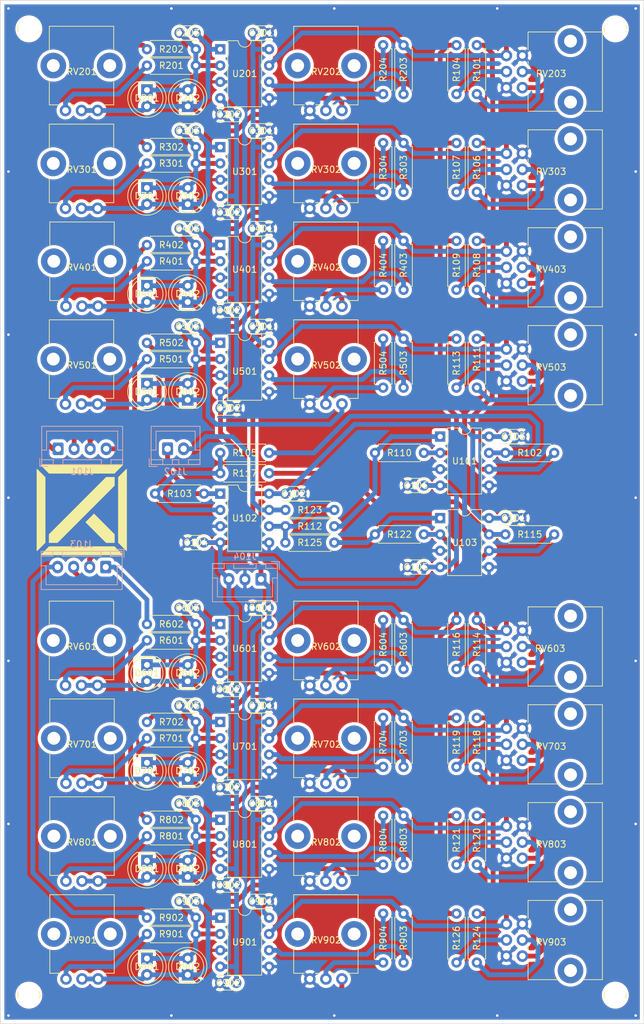
<source format=kicad_pcb>
(kicad_pcb (version 20171130) (host pcbnew "(5.1.5)-3")
  (layers (0 F.Cu signal) (31 B.Cu signal) (34 B.Paste user hide) (35 F.Paste user hide) (36 B.SilkS user hide) (37 F.SilkS user) (38 B.Mask user hide) (39 F.Mask user hide) (44 Edge.Cuts user))
  (net 0 "")
  (net 1 GND)
  (net 2 +12V)
  (net 3 -12V)
  (net 4 "Net-(C203-Pad2)")
  (net 5 "Net-(C203-Pad1)")
  (net 6 "Net-(C303-Pad2)")
  (net 7 "Net-(C303-Pad1)")
  (net 8 "Net-(C403-Pad2)")
  (net 9 "Net-(C403-Pad1)")
  (net 10 "Net-(C503-Pad2)")
  (net 11 "Net-(C503-Pad1)")
  (net 12 "Net-(C603-Pad2)")
  (net 13 "Net-(C603-Pad1)")
  (net 14 "Net-(C703-Pad2)")
  (net 15 "Net-(C703-Pad1)")
  (net 16 "Net-(C803-Pad2)")
  (net 17 "Net-(C803-Pad1)")
  (net 18 "Net-(C903-Pad2)")
  (net 19 "Net-(C903-Pad1)")
  (net 20 "/Mono Line A1/LEFT_OUT")
  (net 21 "/Mono Line A1/RIGHT_OUT")
  (net 22 /sheet612A568F/LEFT_OUT)
  (net 23 /sheet612A568F/RIGHT_OUT)
  (net 24 /sheet612AFDA4/LEFT_OUT)
  (net 25 /sheet612AFDA4/RIGHT_OUT)
  (net 26 /sheet612B974D/LEFT_OUT)
  (net 27 /sheet612B974D/RIGHT_OUT)
  (net 28 /sheet612C30CA/LEFT_OUT)
  (net 29 /sheet612C30CA/RIGHT_OUT)
  (net 30 /sheet612CC9EB/LEFT_OUT)
  (net 31 /sheet612CC9EB/RIGHT_OUT)
  (net 32 /sheet612D6324/LEFT_OUT)
  (net 33 /sheet612D6324/RIGHT_OUT)
  (net 34 /sheet612DFCCD/LEFT_OUT)
  (net 35 /sheet612DFCCD/RIGHT_OUT)
  (net 36 /sheet612B974D/MONO_IN)
  (net 37 /sheet612AFDA4/MONO_IN)
  (net 38 /sheet612A568F/MONO_IN)
  (net 39 "/Mono Line A1/MONO_IN")
  (net 40 "Net-(J102-Pad2)")
  (net 41 "Net-(J102-Pad1)")
  (net 42 /sheet612DFCCD/MONO_IN)
  (net 43 /sheet612D6324/MONO_IN)
  (net 44 /sheet612CC9EB/MONO_IN)
  (net 45 /sheet612C30CA/MONO_IN)
  (net 46 "Net-(R101-Pad1)")
  (net 47 "Net-(R102-Pad1)")
  (net 48 "Net-(R103-Pad2)")
  (net 49 "Net-(R104-Pad1)")
  (net 50 "Net-(R110-Pad1)")
  (net 51 "Net-(R112-Pad1)")
  (net 52 "Net-(R114-Pad1)")
  (net 53 "Net-(R115-Pad1)")
  (net 54 "Net-(R116-Pad1)")
  (net 55 "Net-(R122-Pad1)")
  (net 56 "Net-(R201-Pad1)")
  (net 57 "Net-(R203-Pad2)")
  (net 58 "Net-(R203-Pad1)")
  (net 59 "Net-(R204-Pad2)")
  (net 60 "Net-(R301-Pad1)")
  (net 61 "Net-(R303-Pad2)")
  (net 62 "Net-(R303-Pad1)")
  (net 63 "Net-(R304-Pad2)")
  (net 64 "Net-(R401-Pad1)")
  (net 65 "Net-(R403-Pad2)")
  (net 66 "Net-(R403-Pad1)")
  (net 67 "Net-(R404-Pad2)")
  (net 68 "Net-(R501-Pad1)")
  (net 69 "Net-(R503-Pad2)")
  (net 70 "Net-(R503-Pad1)")
  (net 71 "Net-(R504-Pad2)")
  (net 72 "Net-(R601-Pad1)")
  (net 73 "Net-(R603-Pad2)")
  (net 74 "Net-(R603-Pad1)")
  (net 75 "Net-(R604-Pad2)")
  (net 76 "Net-(R701-Pad1)")
  (net 77 "Net-(R703-Pad2)")
  (net 78 "Net-(R703-Pad1)")
  (net 79 "Net-(R704-Pad2)")
  (net 80 "Net-(R801-Pad1)")
  (net 81 "Net-(R803-Pad2)")
  (net 82 "Net-(R803-Pad1)")
  (net 83 "Net-(R804-Pad2)")
  (net 84 "Net-(R901-Pad1)")
  (net 85 "Net-(R903-Pad2)")
  (net 86 "Net-(R903-Pad1)")
  (net 87 "Net-(R904-Pad2)")
  (module Lazare_Aesthetics:Lazare_Logo (layer F.Cu) (at 55.88 106.68)
    (fp_text reference REF** hide)
    (fp_text value Lazare_Logo)
  )
  (module MountingHole:MountingHole_3.2mm_M3 (layer F.Cu) (at 139.065 182.245)
    (fp_text reference H104 (at 0 0) (layer F.SilkS))
    (fp_text value MountingHole)
    (pad 1 np_thru_hole circle (at 0 0) (size 3.2 3.2) (drill 3.2) (layers *.Cu *.Mask))
  )
  (module MountingHole:MountingHole_3.2mm_M3 (layer F.Cu) (at 47.625 182.245)
    (fp_text reference H103 (at 0 0) (layer F.SilkS))
    (fp_text value MountingHole)
    (pad 1 np_thru_hole circle (at 0 0) (size 3.2 3.2) (drill 3.2) (layers *.Cu *.Mask))
  )
  (module MountingHole:MountingHole_3.2mm_M3 (layer F.Cu) (at 139.065 31.75)
    (fp_text reference H102 (at 0 0) (layer F.SilkS))
    (fp_text value MountingHole)
    (pad 1 np_thru_hole circle (at 0 0) (size 3.2 3.2) (drill 3.2) (layers *.Cu *.Mask))
  )
  (module MountingHole:MountingHole_3.2mm_M3 (layer F.Cu) (at 47.625 31.75)
    (fp_text reference H101 (at 0 0) (layer F.SilkS))
    (fp_text value MountingHole)
    (pad 1 np_thru_hole circle (at 0 0) (size 3.2 3.2) (drill 3.2) (layers *.Cu *.Mask))
  )
  (module Package_DIP:DIP-8_W7.62mm (layer F.Cu) (at 77.47 104.14)
    (fp_text reference U102 (at 3.81 3.81) (layer F.SilkS))
    (fp_text value NE5532)
    (pad 8 thru_hole oval (at 7.62 0) (size 1.6 1.6) (drill 0.8) (layers *.Cu *.Mask) (net 2 +12V))
    (pad 4 thru_hole oval (at 0 7.62) (size 1.6 1.6) (drill 0.8) (layers *.Cu *.Mask) (net 3 -12V))
    (pad 7 thru_hole oval (at 7.62 2.54) (size 1.6 1.6) (drill 0.8) (layers *.Cu *.Mask) (net 40 "Net-(J102-Pad2)"))
    (pad 3 thru_hole oval (at 0 5.08) (size 1.6 1.6) (drill 0.8) (layers *.Cu *.Mask) (net 1 GND))
    (pad 6 thru_hole oval (at 7.62 5.08) (size 1.6 1.6) (drill 0.8) (layers *.Cu *.Mask) (net 51 "Net-(R112-Pad1)"))
    (pad 2 thru_hole oval (at 0 2.54) (size 1.6 1.6) (drill 0.8) (layers *.Cu *.Mask) (net 48 "Net-(R103-Pad2)"))
    (pad 5 thru_hole oval (at 7.62 7.62) (size 1.6 1.6) (drill 0.8) (layers *.Cu *.Mask) (net 1 GND))
    (pad 1 thru_hole rect (at 0 0) (size 1.6 1.6) (drill 0.8) (layers *.Cu *.Mask) (net 41 "Net-(J102-Pad1)"))
  )
  (module Potentiometer_THT:Potentiometer_Alps_RK09K_Single_Vertical (layer F.Cu) (at 96.44 90.185 90)
    (fp_text reference RV502 (at 6.05 -2.46 180) (layer F.SilkS))
    (fp_text value 100kA)
    (pad "" np_thru_hole circle (at 7 1.9 90) (size 4 4) (drill 2) (layers *.Cu *.Mask))
    (pad "" np_thru_hole circle (at 7 -6.9 90) (size 4 4) (drill 2) (layers *.Cu *.Mask))
    (pad 1 thru_hole circle (at 0 0 90) (size 1.8 1.8) (drill 1) (layers *.Cu *.Mask) (net 11 "Net-(C503-Pad1)"))
    (pad 2 thru_hole circle (at 0 -2.5 90) (size 1.8 1.8) (drill 1) (layers *.Cu *.Mask) (net 71 "Net-(R504-Pad2)"))
    (pad 3 thru_hole circle (at 0 -5 90) (size 1.8 1.8) (drill 1) (layers *.Cu *.Mask) (net 1 GND))
  )
  (module Capacitor_THT:C_Disc_D3.0mm_W2.0mm_P2.50mm (layer F.Cu) (at 73.62 167.64 180)
    (fp_text reference C903 (at 1.23 0) (layer F.SilkS))
    (fp_text value 470p)
    (pad 2 thru_hole circle (at 2.5 0 180) (size 1.6 1.6) (drill 0.8) (layers *.Cu *.Mask) (net 18 "Net-(C903-Pad2)"))
    (pad 1 thru_hole circle (at 0 0 180) (size 1.6 1.6) (drill 0.8) (layers *.Cu *.Mask) (net 19 "Net-(C903-Pad1)"))
  )
  (module Capacitor_THT:C_Disc_D3.0mm_W2.0mm_P2.50mm (layer F.Cu) (at 77.47 180.34)
    (fp_text reference C902 (at 1.25 0) (layer F.SilkS))
    (fp_text value 100n)
    (pad 2 thru_hole circle (at 2.5 0) (size 1.6 1.6) (drill 0.8) (layers *.Cu *.Mask) (net 3 -12V))
    (pad 1 thru_hole circle (at 0 0) (size 1.6 1.6) (drill 0.8) (layers *.Cu *.Mask) (net 1 GND))
  )
  (module Capacitor_THT:C_Disc_D3.0mm_W2.0mm_P2.50mm (layer F.Cu) (at 82.55 167.64)
    (fp_text reference C901 (at 1.25 0) (layer F.SilkS))
    (fp_text value 100n)
    (pad 2 thru_hole circle (at 2.5 0) (size 1.6 1.6) (drill 0.8) (layers *.Cu *.Mask) (net 1 GND))
    (pad 1 thru_hole circle (at 0 0) (size 1.6 1.6) (drill 0.8) (layers *.Cu *.Mask) (net 2 +12V))
  )
  (module Capacitor_THT:C_Disc_D3.0mm_W2.0mm_P2.50mm (layer F.Cu) (at 73.62 152.4 180)
    (fp_text reference C803 (at 1.23 0) (layer F.SilkS))
    (fp_text value 470p)
    (pad 2 thru_hole circle (at 2.5 0 180) (size 1.6 1.6) (drill 0.8) (layers *.Cu *.Mask) (net 16 "Net-(C803-Pad2)"))
    (pad 1 thru_hole circle (at 0 0 180) (size 1.6 1.6) (drill 0.8) (layers *.Cu *.Mask) (net 17 "Net-(C803-Pad1)"))
  )
  (module Capacitor_THT:C_Disc_D3.0mm_W2.0mm_P2.50mm (layer F.Cu) (at 77.47 165.1)
    (fp_text reference C802 (at 1.27 0) (layer F.SilkS))
    (fp_text value 100n)
    (pad 2 thru_hole circle (at 2.5 0) (size 1.6 1.6) (drill 0.8) (layers *.Cu *.Mask) (net 3 -12V))
    (pad 1 thru_hole circle (at 0 0) (size 1.6 1.6) (drill 0.8) (layers *.Cu *.Mask) (net 1 GND))
  )
  (module Capacitor_THT:C_Disc_D3.0mm_W2.0mm_P2.50mm (layer F.Cu) (at 82.55 152.4)
    (fp_text reference C801 (at 1.25 0) (layer F.SilkS))
    (fp_text value 100n)
    (pad 2 thru_hole circle (at 2.5 0) (size 1.6 1.6) (drill 0.8) (layers *.Cu *.Mask) (net 1 GND))
    (pad 1 thru_hole circle (at 0 0) (size 1.6 1.6) (drill 0.8) (layers *.Cu *.Mask) (net 2 +12V))
  )
  (module Capacitor_THT:C_Disc_D3.0mm_W2.0mm_P2.50mm (layer F.Cu) (at 73.62 137.16 180)
    (fp_text reference C703 (at 1.25 0) (layer F.SilkS))
    (fp_text value 470p)
    (pad 2 thru_hole circle (at 2.5 0 180) (size 1.6 1.6) (drill 0.8) (layers *.Cu *.Mask) (net 14 "Net-(C703-Pad2)"))
    (pad 1 thru_hole circle (at 0 0 180) (size 1.6 1.6) (drill 0.8) (layers *.Cu *.Mask) (net 15 "Net-(C703-Pad1)"))
  )
  (module Capacitor_THT:C_Disc_D3.0mm_W2.0mm_P2.50mm (layer F.Cu) (at 77.47 149.86)
    (fp_text reference C702 (at 1.25 0) (layer F.SilkS))
    (fp_text value 100n)
    (pad 2 thru_hole circle (at 2.5 0) (size 1.6 1.6) (drill 0.8) (layers *.Cu *.Mask) (net 3 -12V))
    (pad 1 thru_hole circle (at 0 0) (size 1.6 1.6) (drill 0.8) (layers *.Cu *.Mask) (net 1 GND))
  )
  (module Capacitor_THT:C_Disc_D3.0mm_W2.0mm_P2.50mm (layer F.Cu) (at 82.55 137.16)
    (fp_text reference C701 (at 1.25 0) (layer F.SilkS))
    (fp_text value 100n)
    (pad 2 thru_hole circle (at 2.5 0) (size 1.6 1.6) (drill 0.8) (layers *.Cu *.Mask) (net 1 GND))
    (pad 1 thru_hole circle (at 0 0) (size 1.6 1.6) (drill 0.8) (layers *.Cu *.Mask) (net 2 +12V))
  )
  (module Capacitor_THT:C_Disc_D3.0mm_W2.0mm_P2.50mm (layer F.Cu) (at 73.62 121.92 180)
    (fp_text reference C603 (at 1.25 0) (layer F.SilkS))
    (fp_text value 470p)
    (pad 2 thru_hole circle (at 2.5 0 180) (size 1.6 1.6) (drill 0.8) (layers *.Cu *.Mask) (net 12 "Net-(C603-Pad2)"))
    (pad 1 thru_hole circle (at 0 0 180) (size 1.6 1.6) (drill 0.8) (layers *.Cu *.Mask) (net 13 "Net-(C603-Pad1)"))
  )
  (module Capacitor_THT:C_Disc_D3.0mm_W2.0mm_P2.50mm (layer F.Cu) (at 77.47 134.62)
    (fp_text reference C602 (at 1.25 0) (layer F.SilkS))
    (fp_text value 100n)
    (pad 2 thru_hole circle (at 2.5 0) (size 1.6 1.6) (drill 0.8) (layers *.Cu *.Mask) (net 3 -12V))
    (pad 1 thru_hole circle (at 0 0) (size 1.6 1.6) (drill 0.8) (layers *.Cu *.Mask) (net 1 GND))
  )
  (module Capacitor_THT:C_Disc_D3.0mm_W2.0mm_P2.50mm (layer F.Cu) (at 85.01 121.92 180)
    (fp_text reference C601 (at 1.19 0) (layer F.SilkS))
    (fp_text value 100n)
    (pad 2 thru_hole circle (at 2.5 0 180) (size 1.6 1.6) (drill 0.8) (layers *.Cu *.Mask) (net 1 GND))
    (pad 1 thru_hole circle (at 0 0 180) (size 1.6 1.6) (drill 0.8) (layers *.Cu *.Mask) (net 2 +12V))
  )
  (module Capacitor_THT:C_Disc_D3.0mm_W2.0mm_P2.50mm (layer F.Cu) (at 73.62 78.105 180)
    (fp_text reference C503 (at 1.25 0) (layer F.SilkS))
    (fp_text value 470p)
    (pad 2 thru_hole circle (at 2.5 0 180) (size 1.6 1.6) (drill 0.8) (layers *.Cu *.Mask) (net 10 "Net-(C503-Pad2)"))
    (pad 1 thru_hole circle (at 0 0 180) (size 1.6 1.6) (drill 0.8) (layers *.Cu *.Mask) (net 11 "Net-(C503-Pad1)"))
  )
  (module Capacitor_THT:C_Disc_D3.0mm_W2.0mm_P2.50mm (layer F.Cu) (at 80.01 90.805 180)
    (fp_text reference C502 (at 1.25 0) (layer F.SilkS))
    (fp_text value 100n)
    (pad 2 thru_hole circle (at 2.5 0 180) (size 1.6 1.6) (drill 0.8) (layers *.Cu *.Mask) (net 3 -12V))
    (pad 1 thru_hole circle (at 0 0 180) (size 1.6 1.6) (drill 0.8) (layers *.Cu *.Mask) (net 1 GND))
  )
  (module Capacitor_THT:C_Disc_D3.0mm_W2.0mm_P2.50mm (layer F.Cu) (at 82.59 78.105)
    (fp_text reference C501 (at 1.25 0) (layer F.SilkS))
    (fp_text value 100n)
    (pad 2 thru_hole circle (at 2.5 0) (size 1.6 1.6) (drill 0.8) (layers *.Cu *.Mask) (net 1 GND))
    (pad 1 thru_hole circle (at 0 0) (size 1.6 1.6) (drill 0.8) (layers *.Cu *.Mask) (net 2 +12V))
  )
  (module Capacitor_THT:C_Disc_D3.0mm_W2.0mm_P2.50mm (layer F.Cu) (at 73.62 62.865 180)
    (fp_text reference C403 (at 1.23 0) (layer F.SilkS))
    (fp_text value 470p)
    (pad 2 thru_hole circle (at 2.5 0 180) (size 1.6 1.6) (drill 0.8) (layers *.Cu *.Mask) (net 8 "Net-(C403-Pad2)"))
    (pad 1 thru_hole circle (at 0 0 180) (size 1.6 1.6) (drill 0.8) (layers *.Cu *.Mask) (net 9 "Net-(C403-Pad1)"))
  )
  (module Capacitor_THT:C_Disc_D3.0mm_W2.0mm_P2.50mm (layer F.Cu) (at 77.51 75.565)
    (fp_text reference C402 (at 1.25 0) (layer F.SilkS))
    (fp_text value 100n)
    (pad 2 thru_hole circle (at 2.5 0) (size 1.6 1.6) (drill 0.8) (layers *.Cu *.Mask) (net 3 -12V))
    (pad 1 thru_hole circle (at 0 0) (size 1.6 1.6) (drill 0.8) (layers *.Cu *.Mask) (net 1 GND))
  )
  (module Capacitor_THT:C_Disc_D3.0mm_W2.0mm_P2.50mm (layer F.Cu) (at 82.55 62.865)
    (fp_text reference C401 (at 1.27 0) (layer F.SilkS))
    (fp_text value 100n)
    (pad 2 thru_hole circle (at 2.5 0) (size 1.6 1.6) (drill 0.8) (layers *.Cu *.Mask) (net 1 GND))
    (pad 1 thru_hole circle (at 0 0) (size 1.6 1.6) (drill 0.8) (layers *.Cu *.Mask) (net 2 +12V))
  )
  (module Capacitor_THT:C_Disc_D3.0mm_W2.0mm_P2.50mm (layer F.Cu) (at 73.66 47.625 180)
    (fp_text reference C303 (at 1.27 0) (layer F.SilkS))
    (fp_text value 470p)
    (pad 2 thru_hole circle (at 2.5 0 180) (size 1.6 1.6) (drill 0.8) (layers *.Cu *.Mask) (net 6 "Net-(C303-Pad2)"))
    (pad 1 thru_hole circle (at 0 0 180) (size 1.6 1.6) (drill 0.8) (layers *.Cu *.Mask) (net 7 "Net-(C303-Pad1)"))
  )
  (module Capacitor_THT:C_Disc_D3.0mm_W2.0mm_P2.50mm (layer F.Cu) (at 77.51 60.325)
    (fp_text reference C302 (at 1.25 0) (layer F.SilkS))
    (fp_text value 100n)
    (pad 2 thru_hole circle (at 2.5 0) (size 1.6 1.6) (drill 0.8) (layers *.Cu *.Mask) (net 3 -12V))
    (pad 1 thru_hole circle (at 0 0) (size 1.6 1.6) (drill 0.8) (layers *.Cu *.Mask) (net 1 GND))
  )
  (module Capacitor_THT:C_Disc_D3.0mm_W2.0mm_P2.50mm (layer F.Cu) (at 82.59 47.625)
    (fp_text reference C301 (at 1.23 0) (layer F.SilkS))
    (fp_text value 100n)
    (pad 2 thru_hole circle (at 2.5 0) (size 1.6 1.6) (drill 0.8) (layers *.Cu *.Mask) (net 1 GND))
    (pad 1 thru_hole circle (at 0 0) (size 1.6 1.6) (drill 0.8) (layers *.Cu *.Mask) (net 2 +12V))
  )
  (module Capacitor_THT:C_Disc_D3.0mm_W2.0mm_P2.50mm (layer F.Cu) (at 73.62 32.385 180)
    (fp_text reference C203 (at 1.23 0) (layer F.SilkS))
    (fp_text value 470p)
    (pad 2 thru_hole circle (at 2.5 0 180) (size 1.6 1.6) (drill 0.8) (layers *.Cu *.Mask) (net 4 "Net-(C203-Pad2)"))
    (pad 1 thru_hole circle (at 0 0 180) (size 1.6 1.6) (drill 0.8) (layers *.Cu *.Mask) (net 5 "Net-(C203-Pad1)"))
  )
  (module Capacitor_THT:C_Disc_D3.0mm_W2.0mm_P2.50mm (layer F.Cu) (at 77.51 45.085)
    (fp_text reference C202 (at 1.25 0) (layer F.SilkS))
    (fp_text value 100n)
    (pad 2 thru_hole circle (at 2.5 0) (size 1.6 1.6) (drill 0.8) (layers *.Cu *.Mask) (net 3 -12V))
    (pad 1 thru_hole circle (at 0 0) (size 1.6 1.6) (drill 0.8) (layers *.Cu *.Mask) (net 1 GND))
  )
  (module Capacitor_THT:C_Disc_D3.0mm_W2.0mm_P2.50mm (layer F.Cu) (at 82.55 32.385)
    (fp_text reference C201 (at 1.27 0) (layer F.SilkS))
    (fp_text value 100n)
    (pad 2 thru_hole circle (at 2.5 0) (size 1.6 1.6) (drill 0.8) (layers *.Cu *.Mask) (net 1 GND))
    (pad 1 thru_hole circle (at 0 0) (size 1.6 1.6) (drill 0.8) (layers *.Cu *.Mask) (net 2 +12V))
  )
  (module Capacitor_THT:C_Disc_D3.0mm_W2.0mm_P2.50mm (layer F.Cu) (at 106.72 102.87)
    (fp_text reference C106 (at 1.23 0) (layer F.SilkS))
    (fp_text value 100n)
    (pad 2 thru_hole circle (at 2.5 0) (size 1.6 1.6) (drill 0.8) (layers *.Cu *.Mask) (net 3 -12V))
    (pad 1 thru_hole circle (at 0 0) (size 1.6 1.6) (drill 0.8) (layers *.Cu *.Mask) (net 1 GND))
  )
  (module Capacitor_THT:C_Disc_D3.0mm_W2.0mm_P2.50mm (layer F.Cu) (at 106.72 115.57)
    (fp_text reference C105 (at 1.23 0) (layer F.SilkS))
    (fp_text value 100n)
    (pad 2 thru_hole circle (at 2.5 0) (size 1.6 1.6) (drill 0.8) (layers *.Cu *.Mask) (net 3 -12V))
    (pad 1 thru_hole circle (at 0 0) (size 1.6 1.6) (drill 0.8) (layers *.Cu *.Mask) (net 1 GND))
  )
  (module Capacitor_THT:C_Disc_D3.0mm_W2.0mm_P2.50mm (layer F.Cu) (at 72.39 111.76)
    (fp_text reference C104 (at 1.27 0) (layer F.SilkS))
    (fp_text value 100n)
    (pad 2 thru_hole circle (at 2.5 0) (size 1.6 1.6) (drill 0.8) (layers *.Cu *.Mask) (net 3 -12V))
    (pad 1 thru_hole circle (at 0 0) (size 1.6 1.6) (drill 0.8) (layers *.Cu *.Mask) (net 1 GND))
  )
  (module Capacitor_THT:C_Disc_D3.0mm_W2.0mm_P2.50mm (layer F.Cu) (at 121.92 95.25)
    (fp_text reference C103 (at 1.25 0) (layer F.SilkS))
    (fp_text value 100n)
    (pad 2 thru_hole circle (at 2.5 0) (size 1.6 1.6) (drill 0.8) (layers *.Cu *.Mask) (net 1 GND))
    (pad 1 thru_hole circle (at 0 0) (size 1.6 1.6) (drill 0.8) (layers *.Cu *.Mask) (net 2 +12V))
  )
  (module Capacitor_THT:C_Disc_D3.0mm_W2.0mm_P2.50mm (layer F.Cu) (at 87.63 104.14)
    (fp_text reference C102 (at 1.25 0) (layer F.SilkS))
    (fp_text value 100n)
    (pad 2 thru_hole circle (at 2.5 0) (size 1.6 1.6) (drill 0.8) (layers *.Cu *.Mask) (net 1 GND))
    (pad 1 thru_hole circle (at 0 0) (size 1.6 1.6) (drill 0.8) (layers *.Cu *.Mask) (net 2 +12V))
  )
  (module Capacitor_THT:C_Disc_D3.0mm_W2.0mm_P2.50mm (layer F.Cu) (at 121.92 107.95)
    (fp_text reference C101 (at 1.27 0) (layer F.SilkS))
    (fp_text value 100n)
    (pad 2 thru_hole circle (at 2.5 0) (size 1.6 1.6) (drill 0.8) (layers *.Cu *.Mask) (net 1 GND))
    (pad 1 thru_hole circle (at 0 0) (size 1.6 1.6) (drill 0.8) (layers *.Cu *.Mask) (net 2 +12V))
  )
  (module Connector_JST:JST_XH_B3B-XH-A_1x03_P2.50mm_Vertical (layer B.Cu) (at 83.82 117.475 180)
    (fp_text reference J104 (at 2.5 3.55) (layer B.SilkS) (effects (justify mirror)))
    (fp_text value "Power Plug")
    (pad 3 thru_hole oval (at 5 0 180) (size 1.7 1.95) (drill 0.95) (layers *.Cu *.Mask) (net 3 -12V))
    (pad 2 thru_hole oval (at 2.5 0 180) (size 1.7 1.95) (drill 0.95) (layers *.Cu *.Mask) (net 1 GND))
    (pad 1 thru_hole roundrect (at 0 0 180) (size 1.7 1.95) (drill 0.95) (layers *.Cu *.Mask) (roundrect_rratio 0.147059) (net 2 +12V))
  )
  (module Connector_JST:JST_XH_B4B-XH-A_1x04_P2.50mm_Vertical (layer B.Cu) (at 59.61 115.57 180)
    (fp_text reference J103 (at 3.75 3.55) (layer B.SilkS) (effects (justify mirror)))
    (fp_text value "Mono B In")
    (pad 4 thru_hole oval (at 7.5 0 180) (size 1.7 1.95) (drill 0.95) (layers *.Cu *.Mask) (net 42 /sheet612DFCCD/MONO_IN))
    (pad 3 thru_hole oval (at 5 0 180) (size 1.7 1.95) (drill 0.95) (layers *.Cu *.Mask) (net 43 /sheet612D6324/MONO_IN))
    (pad 2 thru_hole oval (at 2.5 0 180) (size 1.7 1.95) (drill 0.95) (layers *.Cu *.Mask) (net 44 /sheet612CC9EB/MONO_IN))
    (pad 1 thru_hole roundrect (at 0 0 180) (size 1.7 1.95) (drill 0.95) (layers *.Cu *.Mask) (roundrect_rratio 0.147059) (net 45 /sheet612C30CA/MONO_IN))
  )
  (module Connector_JST:JST_XH_B4B-XH-A_1x04_P2.50mm_Vertical (layer B.Cu) (at 52.19 97.155)
    (fp_text reference J101 (at 3.75 3.55) (layer B.SilkS) (effects (justify mirror)))
    (fp_text value "Mono A In")
    (pad 4 thru_hole oval (at 7.5 0) (size 1.7 1.95) (drill 0.95) (layers *.Cu *.Mask) (net 36 /sheet612B974D/MONO_IN))
    (pad 3 thru_hole oval (at 5 0) (size 1.7 1.95) (drill 0.95) (layers *.Cu *.Mask) (net 37 /sheet612AFDA4/MONO_IN))
    (pad 2 thru_hole oval (at 2.5 0) (size 1.7 1.95) (drill 0.95) (layers *.Cu *.Mask) (net 38 /sheet612A568F/MONO_IN))
    (pad 1 thru_hole roundrect (at 0 0) (size 1.7 1.95) (drill 0.95) (layers *.Cu *.Mask) (roundrect_rratio 0.147059) (net 39 "/Mono Line A1/MONO_IN"))
  )
  (module Resistor_THT:R_Axial_DIN0207_L6.3mm_D2.5mm_P7.62mm_Horizontal (layer F.Cu) (at 106.045 169.545 270)
    (fp_text reference R903 (at 3.81 0 90) (layer F.SilkS))
    (fp_text value 20k)
    (pad 2 thru_hole oval (at 7.62 0 270) (size 1.6 1.6) (drill 0.8) (layers *.Cu *.Mask) (net 85 "Net-(R903-Pad2)"))
    (pad 1 thru_hole circle (at 0 0 270) (size 1.6 1.6) (drill 0.8) (layers *.Cu *.Mask) (net 86 "Net-(R903-Pad1)"))
  )
  (module Package_DIP:DIP-8_W7.62mm (layer F.Cu) (at 77.47 170.18)
    (fp_text reference U901 (at 3.81 3.81) (layer F.SilkS))
    (fp_text value NE5532)
    (pad 8 thru_hole oval (at 7.62 0) (size 1.6 1.6) (drill 0.8) (layers *.Cu *.Mask) (net 2 +12V))
    (pad 4 thru_hole oval (at 0 7.62) (size 1.6 1.6) (drill 0.8) (layers *.Cu *.Mask) (net 3 -12V))
    (pad 7 thru_hole oval (at 7.62 2.54) (size 1.6 1.6) (drill 0.8) (layers *.Cu *.Mask) (net 86 "Net-(R903-Pad1)"))
    (pad 3 thru_hole oval (at 0 5.08) (size 1.6 1.6) (drill 0.8) (layers *.Cu *.Mask) (net 1 GND))
    (pad 6 thru_hole oval (at 7.62 5.08) (size 1.6 1.6) (drill 0.8) (layers *.Cu *.Mask) (net 85 "Net-(R903-Pad2)"))
    (pad 2 thru_hole oval (at 0 2.54) (size 1.6 1.6) (drill 0.8) (layers *.Cu *.Mask) (net 18 "Net-(C903-Pad2)"))
    (pad 5 thru_hole oval (at 7.62 7.62) (size 1.6 1.6) (drill 0.8) (layers *.Cu *.Mask) (net 1 GND))
    (pad 1 thru_hole rect (at 0 0) (size 1.6 1.6) (drill 0.8) (layers *.Cu *.Mask) (net 19 "Net-(C903-Pad1)"))
  )
  (module Package_DIP:DIP-8_W7.62mm (layer F.Cu) (at 77.47 154.94)
    (fp_text reference U801 (at 3.81 3.81) (layer F.SilkS))
    (fp_text value NE5532)
    (pad 8 thru_hole oval (at 7.62 0) (size 1.6 1.6) (drill 0.8) (layers *.Cu *.Mask) (net 2 +12V))
    (pad 4 thru_hole oval (at 0 7.62) (size 1.6 1.6) (drill 0.8) (layers *.Cu *.Mask) (net 3 -12V))
    (pad 7 thru_hole oval (at 7.62 2.54) (size 1.6 1.6) (drill 0.8) (layers *.Cu *.Mask) (net 82 "Net-(R803-Pad1)"))
    (pad 3 thru_hole oval (at 0 5.08) (size 1.6 1.6) (drill 0.8) (layers *.Cu *.Mask) (net 1 GND))
    (pad 6 thru_hole oval (at 7.62 5.08) (size 1.6 1.6) (drill 0.8) (layers *.Cu *.Mask) (net 81 "Net-(R803-Pad2)"))
    (pad 2 thru_hole oval (at 0 2.54) (size 1.6 1.6) (drill 0.8) (layers *.Cu *.Mask) (net 16 "Net-(C803-Pad2)"))
    (pad 5 thru_hole oval (at 7.62 7.62) (size 1.6 1.6) (drill 0.8) (layers *.Cu *.Mask) (net 1 GND))
    (pad 1 thru_hole rect (at 0 0) (size 1.6 1.6) (drill 0.8) (layers *.Cu *.Mask) (net 17 "Net-(C803-Pad1)"))
  )
  (module Package_DIP:DIP-8_W7.62mm (layer F.Cu) (at 77.47 139.7)
    (fp_text reference U701 (at 3.81 3.81) (layer F.SilkS))
    (fp_text value NE5532)
    (pad 8 thru_hole oval (at 7.62 0) (size 1.6 1.6) (drill 0.8) (layers *.Cu *.Mask) (net 2 +12V))
    (pad 4 thru_hole oval (at 0 7.62) (size 1.6 1.6) (drill 0.8) (layers *.Cu *.Mask) (net 3 -12V))
    (pad 7 thru_hole oval (at 7.62 2.54) (size 1.6 1.6) (drill 0.8) (layers *.Cu *.Mask) (net 78 "Net-(R703-Pad1)"))
    (pad 3 thru_hole oval (at 0 5.08) (size 1.6 1.6) (drill 0.8) (layers *.Cu *.Mask) (net 1 GND))
    (pad 6 thru_hole oval (at 7.62 5.08) (size 1.6 1.6) (drill 0.8) (layers *.Cu *.Mask) (net 77 "Net-(R703-Pad2)"))
    (pad 2 thru_hole oval (at 0 2.54) (size 1.6 1.6) (drill 0.8) (layers *.Cu *.Mask) (net 14 "Net-(C703-Pad2)"))
    (pad 5 thru_hole oval (at 7.62 7.62) (size 1.6 1.6) (drill 0.8) (layers *.Cu *.Mask) (net 1 GND))
    (pad 1 thru_hole rect (at 0 0) (size 1.6 1.6) (drill 0.8) (layers *.Cu *.Mask) (net 15 "Net-(C703-Pad1)"))
  )
  (module Package_DIP:DIP-8_W7.62mm (layer F.Cu) (at 77.47 124.46)
    (fp_text reference U601 (at 3.81 3.81) (layer F.SilkS))
    (fp_text value NE5532)
    (pad 8 thru_hole oval (at 7.62 0) (size 1.6 1.6) (drill 0.8) (layers *.Cu *.Mask) (net 2 +12V))
    (pad 4 thru_hole oval (at 0 7.62) (size 1.6 1.6) (drill 0.8) (layers *.Cu *.Mask) (net 3 -12V))
    (pad 7 thru_hole oval (at 7.62 2.54) (size 1.6 1.6) (drill 0.8) (layers *.Cu *.Mask) (net 74 "Net-(R603-Pad1)"))
    (pad 3 thru_hole oval (at 0 5.08) (size 1.6 1.6) (drill 0.8) (layers *.Cu *.Mask) (net 1 GND))
    (pad 6 thru_hole oval (at 7.62 5.08) (size 1.6 1.6) (drill 0.8) (layers *.Cu *.Mask) (net 73 "Net-(R603-Pad2)"))
    (pad 2 thru_hole oval (at 0 2.54) (size 1.6 1.6) (drill 0.8) (layers *.Cu *.Mask) (net 12 "Net-(C603-Pad2)"))
    (pad 5 thru_hole oval (at 7.62 7.62) (size 1.6 1.6) (drill 0.8) (layers *.Cu *.Mask) (net 1 GND))
    (pad 1 thru_hole rect (at 0 0) (size 1.6 1.6) (drill 0.8) (layers *.Cu *.Mask) (net 13 "Net-(C603-Pad1)"))
  )
  (module Package_DIP:DIP-8_W7.62mm (layer F.Cu) (at 77.47 80.645)
    (fp_text reference U501 (at 3.81 4.445) (layer F.SilkS))
    (fp_text value NE5532)
    (pad 8 thru_hole oval (at 7.62 0) (size 1.6 1.6) (drill 0.8) (layers *.Cu *.Mask) (net 2 +12V))
    (pad 4 thru_hole oval (at 0 7.62) (size 1.6 1.6) (drill 0.8) (layers *.Cu *.Mask) (net 3 -12V))
    (pad 7 thru_hole oval (at 7.62 2.54) (size 1.6 1.6) (drill 0.8) (layers *.Cu *.Mask) (net 70 "Net-(R503-Pad1)"))
    (pad 3 thru_hole oval (at 0 5.08) (size 1.6 1.6) (drill 0.8) (layers *.Cu *.Mask) (net 1 GND))
    (pad 6 thru_hole oval (at 7.62 5.08) (size 1.6 1.6) (drill 0.8) (layers *.Cu *.Mask) (net 69 "Net-(R503-Pad2)"))
    (pad 2 thru_hole oval (at 0 2.54) (size 1.6 1.6) (drill 0.8) (layers *.Cu *.Mask) (net 10 "Net-(C503-Pad2)"))
    (pad 5 thru_hole oval (at 7.62 7.62) (size 1.6 1.6) (drill 0.8) (layers *.Cu *.Mask) (net 1 GND))
    (pad 1 thru_hole rect (at 0 0) (size 1.6 1.6) (drill 0.8) (layers *.Cu *.Mask) (net 11 "Net-(C503-Pad1)"))
  )
  (module Package_DIP:DIP-8_W7.62mm (layer F.Cu) (at 77.47 65.405)
    (fp_text reference U401 (at 3.81 3.81) (layer F.SilkS))
    (fp_text value NE5532)
    (pad 8 thru_hole oval (at 7.62 0) (size 1.6 1.6) (drill 0.8) (layers *.Cu *.Mask) (net 2 +12V))
    (pad 4 thru_hole oval (at 0 7.62) (size 1.6 1.6) (drill 0.8) (layers *.Cu *.Mask) (net 3 -12V))
    (pad 7 thru_hole oval (at 7.62 2.54) (size 1.6 1.6) (drill 0.8) (layers *.Cu *.Mask) (net 66 "Net-(R403-Pad1)"))
    (pad 3 thru_hole oval (at 0 5.08) (size 1.6 1.6) (drill 0.8) (layers *.Cu *.Mask) (net 1 GND))
    (pad 6 thru_hole oval (at 7.62 5.08) (size 1.6 1.6) (drill 0.8) (layers *.Cu *.Mask) (net 65 "Net-(R403-Pad2)"))
    (pad 2 thru_hole oval (at 0 2.54) (size 1.6 1.6) (drill 0.8) (layers *.Cu *.Mask) (net 8 "Net-(C403-Pad2)"))
    (pad 5 thru_hole oval (at 7.62 7.62) (size 1.6 1.6) (drill 0.8) (layers *.Cu *.Mask) (net 1 GND))
    (pad 1 thru_hole rect (at 0 0) (size 1.6 1.6) (drill 0.8) (layers *.Cu *.Mask) (net 9 "Net-(C403-Pad1)"))
  )
  (module Package_DIP:DIP-8_W7.62mm (layer F.Cu) (at 77.47 50.165)
    (fp_text reference U301 (at 3.81 3.81) (layer F.SilkS))
    (fp_text value NE5532)
    (pad 8 thru_hole oval (at 7.62 0) (size 1.6 1.6) (drill 0.8) (layers *.Cu *.Mask) (net 2 +12V))
    (pad 4 thru_hole oval (at 0 7.62) (size 1.6 1.6) (drill 0.8) (layers *.Cu *.Mask) (net 3 -12V))
    (pad 7 thru_hole oval (at 7.62 2.54) (size 1.6 1.6) (drill 0.8) (layers *.Cu *.Mask) (net 62 "Net-(R303-Pad1)"))
    (pad 3 thru_hole oval (at 0 5.08) (size 1.6 1.6) (drill 0.8) (layers *.Cu *.Mask) (net 1 GND))
    (pad 6 thru_hole oval (at 7.62 5.08) (size 1.6 1.6) (drill 0.8) (layers *.Cu *.Mask) (net 61 "Net-(R303-Pad2)"))
    (pad 2 thru_hole oval (at 0 2.54) (size 1.6 1.6) (drill 0.8) (layers *.Cu *.Mask) (net 6 "Net-(C303-Pad2)"))
    (pad 5 thru_hole oval (at 7.62 7.62) (size 1.6 1.6) (drill 0.8) (layers *.Cu *.Mask) (net 1 GND))
    (pad 1 thru_hole rect (at 0 0) (size 1.6 1.6) (drill 0.8) (layers *.Cu *.Mask) (net 7 "Net-(C303-Pad1)"))
  )
  (module Package_DIP:DIP-8_W7.62mm (layer F.Cu) (at 77.47 34.925)
    (fp_text reference U201 (at 3.81 3.81) (layer F.SilkS))
    (fp_text value NE5532)
    (pad 8 thru_hole oval (at 7.62 0) (size 1.6 1.6) (drill 0.8) (layers *.Cu *.Mask) (net 2 +12V))
    (pad 4 thru_hole oval (at 0 7.62) (size 1.6 1.6) (drill 0.8) (layers *.Cu *.Mask) (net 3 -12V))
    (pad 7 thru_hole oval (at 7.62 2.54) (size 1.6 1.6) (drill 0.8) (layers *.Cu *.Mask) (net 58 "Net-(R203-Pad1)"))
    (pad 3 thru_hole oval (at 0 5.08) (size 1.6 1.6) (drill 0.8) (layers *.Cu *.Mask) (net 1 GND))
    (pad 6 thru_hole oval (at 7.62 5.08) (size 1.6 1.6) (drill 0.8) (layers *.Cu *.Mask) (net 57 "Net-(R203-Pad2)"))
    (pad 2 thru_hole oval (at 0 2.54) (size 1.6 1.6) (drill 0.8) (layers *.Cu *.Mask) (net 4 "Net-(C203-Pad2)"))
    (pad 5 thru_hole oval (at 7.62 7.62) (size 1.6 1.6) (drill 0.8) (layers *.Cu *.Mask) (net 1 GND))
    (pad 1 thru_hole rect (at 0 0) (size 1.6 1.6) (drill 0.8) (layers *.Cu *.Mask) (net 5 "Net-(C203-Pad1)"))
  )
  (module Package_DIP:DIP-8_W7.62mm (layer F.Cu) (at 111.76 107.95)
    (fp_text reference U103 (at 3.81 3.81) (layer F.SilkS))
    (fp_text value NE5532)
    (pad 8 thru_hole oval (at 7.62 0) (size 1.6 1.6) (drill 0.8) (layers *.Cu *.Mask) (net 2 +12V))
    (pad 4 thru_hole oval (at 0 7.62) (size 1.6 1.6) (drill 0.8) (layers *.Cu *.Mask) (net 3 -12V))
    (pad 7 thru_hole oval (at 7.62 2.54) (size 1.6 1.6) (drill 0.8) (layers *.Cu *.Mask) (net 53 "Net-(R115-Pad1)"))
    (pad 3 thru_hole oval (at 0 5.08) (size 1.6 1.6) (drill 0.8) (layers *.Cu *.Mask) (net 1 GND))
    (pad 6 thru_hole oval (at 7.62 5.08) (size 1.6 1.6) (drill 0.8) (layers *.Cu *.Mask) (net 52 "Net-(R114-Pad1)"))
    (pad 2 thru_hole oval (at 0 2.54) (size 1.6 1.6) (drill 0.8) (layers *.Cu *.Mask) (net 54 "Net-(R116-Pad1)"))
    (pad 5 thru_hole oval (at 7.62 7.62) (size 1.6 1.6) (drill 0.8) (layers *.Cu *.Mask) (net 1 GND))
    (pad 1 thru_hole rect (at 0 0) (size 1.6 1.6) (drill 0.8) (layers *.Cu *.Mask) (net 55 "Net-(R122-Pad1)"))
  )
  (module Package_DIP:DIP-8_W7.62mm (layer F.Cu) (at 111.76 95.25)
    (fp_text reference U101 (at 3.81 3.81) (layer F.SilkS))
    (fp_text value NE5532)
    (pad 8 thru_hole oval (at 7.62 0) (size 1.6 1.6) (drill 0.8) (layers *.Cu *.Mask) (net 2 +12V))
    (pad 4 thru_hole oval (at 0 7.62) (size 1.6 1.6) (drill 0.8) (layers *.Cu *.Mask) (net 3 -12V))
    (pad 7 thru_hole oval (at 7.62 2.54) (size 1.6 1.6) (drill 0.8) (layers *.Cu *.Mask) (net 47 "Net-(R102-Pad1)"))
    (pad 3 thru_hole oval (at 0 5.08) (size 1.6 1.6) (drill 0.8) (layers *.Cu *.Mask) (net 1 GND))
    (pad 6 thru_hole oval (at 7.62 5.08) (size 1.6 1.6) (drill 0.8) (layers *.Cu *.Mask) (net 46 "Net-(R101-Pad1)"))
    (pad 2 thru_hole oval (at 0 2.54) (size 1.6 1.6) (drill 0.8) (layers *.Cu *.Mask) (net 49 "Net-(R104-Pad1)"))
    (pad 5 thru_hole oval (at 7.62 7.62) (size 1.6 1.6) (drill 0.8) (layers *.Cu *.Mask) (net 1 GND))
    (pad 1 thru_hole rect (at 0 0) (size 1.6 1.6) (drill 0.8) (layers *.Cu *.Mask) (net 50 "Net-(R110-Pad1)"))
  )
  (module Potentiometer_THT:Potentiometer_Alps_RK09L_Double_Vertical (layer F.Cu) (at 124.58 176.16)
    (fp_text reference RV903 (at 4.475 -2.17) (layer F.SilkS))
    (fp_text value "100k Dual")
    (pad "" np_thru_hole circle (at 7.5 2.25) (size 4 4) (drill 2) (layers *.Cu *.Mask))
    (pad "" np_thru_hole circle (at 7.5 -7.25) (size 4 4) (drill 2) (layers *.Cu *.Mask))
    (pad 4 thru_hole circle (at -2.5 0) (size 1.8 1.8) (drill 1) (layers *.Cu *.Mask) (net 1 GND))
    (pad 5 thru_hole circle (at -2.5 -2.5) (size 1.8 1.8) (drill 1) (layers *.Cu *.Mask) (net 35 /sheet612DFCCD/RIGHT_OUT))
    (pad 6 thru_hole circle (at -2.5 -5) (size 1.8 1.8) (drill 1) (layers *.Cu *.Mask) (net 86 "Net-(R903-Pad1)"))
    (pad 1 thru_hole circle (at 0 0) (size 1.8 1.8) (drill 1) (layers *.Cu *.Mask) (net 86 "Net-(R903-Pad1)"))
    (pad 2 thru_hole circle (at 0 -2.5) (size 1.8 1.8) (drill 1) (layers *.Cu *.Mask) (net 34 /sheet612DFCCD/LEFT_OUT))
    (pad 3 thru_hole circle (at 0 -5) (size 1.8 1.8) (drill 1) (layers *.Cu *.Mask) (net 1 GND))
  )
  (module Potentiometer_THT:Potentiometer_Alps_RK09K_Single_Vertical (layer F.Cu) (at 96.44 179.72 90)
    (fp_text reference RV902 (at 6.05 -2.46 180) (layer F.SilkS))
    (fp_text value 100kA)
    (pad "" np_thru_hole circle (at 7 1.9 90) (size 4 4) (drill 2) (layers *.Cu *.Mask))
    (pad "" np_thru_hole circle (at 7 -6.9 90) (size 4 4) (drill 2) (layers *.Cu *.Mask))
    (pad 1 thru_hole circle (at 0 0 90) (size 1.8 1.8) (drill 1) (layers *.Cu *.Mask) (net 19 "Net-(C903-Pad1)"))
    (pad 2 thru_hole circle (at 0 -2.5 90) (size 1.8 1.8) (drill 1) (layers *.Cu *.Mask) (net 87 "Net-(R904-Pad2)"))
    (pad 3 thru_hole circle (at 0 -5 90) (size 1.8 1.8) (drill 1) (layers *.Cu *.Mask) (net 1 GND))
  )
  (module Potentiometer_THT:Potentiometer_Alps_RK09K_Single_Vertical (layer F.Cu) (at 58.42 179.72 90)
    (fp_text reference RV901 (at 6.05 -2.54 180) (layer F.SilkS))
    (fp_text value 25k)
    (pad "" np_thru_hole circle (at 7 1.9 90) (size 4 4) (drill 2) (layers *.Cu *.Mask))
    (pad "" np_thru_hole circle (at 7 -6.9 90) (size 4 4) (drill 2) (layers *.Cu *.Mask))
    (pad 1 thru_hole circle (at 0 0 90) (size 1.8 1.8) (drill 1) (layers *.Cu *.Mask) (net 19 "Net-(C903-Pad1)"))
    (pad 2 thru_hole circle (at 0 -2.5 90) (size 1.8 1.8) (drill 1) (layers *.Cu *.Mask) (net 19 "Net-(C903-Pad1)"))
    (pad 3 thru_hole circle (at 0 -5 90) (size 1.8 1.8) (drill 1) (layers *.Cu *.Mask) (net 84 "Net-(R901-Pad1)"))
  )
  (module Potentiometer_THT:Potentiometer_Alps_RK09L_Double_Vertical (layer F.Cu) (at 124.58 160.92)
    (fp_text reference RV803 (at 4.475 -2.17) (layer F.SilkS))
    (fp_text value "100k Dual")
    (pad "" np_thru_hole circle (at 7.5 2.25) (size 4 4) (drill 2) (layers *.Cu *.Mask))
    (pad "" np_thru_hole circle (at 7.5 -7.25) (size 4 4) (drill 2) (layers *.Cu *.Mask))
    (pad 4 thru_hole circle (at -2.5 0) (size 1.8 1.8) (drill 1) (layers *.Cu *.Mask) (net 1 GND))
    (pad 5 thru_hole circle (at -2.5 -2.5) (size 1.8 1.8) (drill 1) (layers *.Cu *.Mask) (net 33 /sheet612D6324/RIGHT_OUT))
    (pad 6 thru_hole circle (at -2.5 -5) (size 1.8 1.8) (drill 1) (layers *.Cu *.Mask) (net 82 "Net-(R803-Pad1)"))
    (pad 1 thru_hole circle (at 0 0) (size 1.8 1.8) (drill 1) (layers *.Cu *.Mask) (net 82 "Net-(R803-Pad1)"))
    (pad 2 thru_hole circle (at 0 -2.5) (size 1.8 1.8) (drill 1) (layers *.Cu *.Mask) (net 32 /sheet612D6324/LEFT_OUT))
    (pad 3 thru_hole circle (at 0 -5) (size 1.8 1.8) (drill 1) (layers *.Cu *.Mask) (net 1 GND))
  )
  (module Potentiometer_THT:Potentiometer_Alps_RK09K_Single_Vertical (layer F.Cu) (at 96.44 164.48 90)
    (fp_text reference RV802 (at 6.05 -2.46 180) (layer F.SilkS))
    (fp_text value 100kA)
    (pad "" np_thru_hole circle (at 7 1.9 90) (size 4 4) (drill 2) (layers *.Cu *.Mask))
    (pad "" np_thru_hole circle (at 7 -6.9 90) (size 4 4) (drill 2) (layers *.Cu *.Mask))
    (pad 1 thru_hole circle (at 0 0 90) (size 1.8 1.8) (drill 1) (layers *.Cu *.Mask) (net 17 "Net-(C803-Pad1)"))
    (pad 2 thru_hole circle (at 0 -2.5 90) (size 1.8 1.8) (drill 1) (layers *.Cu *.Mask) (net 83 "Net-(R804-Pad2)"))
    (pad 3 thru_hole circle (at 0 -5 90) (size 1.8 1.8) (drill 1) (layers *.Cu *.Mask) (net 1 GND))
  )
  (module Potentiometer_THT:Potentiometer_Alps_RK09K_Single_Vertical (layer F.Cu) (at 58.42 164.48 90)
    (fp_text reference RV801 (at 6.05 -2.54 180) (layer F.SilkS))
    (fp_text value 25k)
    (pad "" np_thru_hole circle (at 7 1.9 90) (size 4 4) (drill 2) (layers *.Cu *.Mask))
    (pad "" np_thru_hole circle (at 7 -6.9 90) (size 4 4) (drill 2) (layers *.Cu *.Mask))
    (pad 1 thru_hole circle (at 0 0 90) (size 1.8 1.8) (drill 1) (layers *.Cu *.Mask) (net 17 "Net-(C803-Pad1)"))
    (pad 2 thru_hole circle (at 0 -2.5 90) (size 1.8 1.8) (drill 1) (layers *.Cu *.Mask) (net 17 "Net-(C803-Pad1)"))
    (pad 3 thru_hole circle (at 0 -5 90) (size 1.8 1.8) (drill 1) (layers *.Cu *.Mask) (net 80 "Net-(R801-Pad1)"))
  )
  (module Potentiometer_THT:Potentiometer_Alps_RK09L_Double_Vertical (layer F.Cu) (at 124.58 145.68)
    (fp_text reference RV703 (at 4.475 -2.17) (layer F.SilkS))
    (fp_text value "100k Dual")
    (pad "" np_thru_hole circle (at 7.5 2.25) (size 4 4) (drill 2) (layers *.Cu *.Mask))
    (pad "" np_thru_hole circle (at 7.5 -7.25) (size 4 4) (drill 2) (layers *.Cu *.Mask))
    (pad 4 thru_hole circle (at -2.5 0) (size 1.8 1.8) (drill 1) (layers *.Cu *.Mask) (net 1 GND))
    (pad 5 thru_hole circle (at -2.5 -2.5) (size 1.8 1.8) (drill 1) (layers *.Cu *.Mask) (net 31 /sheet612CC9EB/RIGHT_OUT))
    (pad 6 thru_hole circle (at -2.5 -5) (size 1.8 1.8) (drill 1) (layers *.Cu *.Mask) (net 78 "Net-(R703-Pad1)"))
    (pad 1 thru_hole circle (at 0 0) (size 1.8 1.8) (drill 1) (layers *.Cu *.Mask) (net 78 "Net-(R703-Pad1)"))
    (pad 2 thru_hole circle (at 0 -2.5) (size 1.8 1.8) (drill 1) (layers *.Cu *.Mask) (net 30 /sheet612CC9EB/LEFT_OUT))
    (pad 3 thru_hole circle (at 0 -5) (size 1.8 1.8) (drill 1) (layers *.Cu *.Mask) (net 1 GND))
  )
  (module Potentiometer_THT:Potentiometer_Alps_RK09K_Single_Vertical (layer F.Cu) (at 96.44 149.24 90)
    (fp_text reference RV702 (at 6.05 -2.46 180) (layer F.SilkS))
    (fp_text value 100kA)
    (pad "" np_thru_hole circle (at 7 1.9 90) (size 4 4) (drill 2) (layers *.Cu *.Mask))
    (pad "" np_thru_hole circle (at 7 -6.9 90) (size 4 4) (drill 2) (layers *.Cu *.Mask))
    (pad 1 thru_hole circle (at 0 0 90) (size 1.8 1.8) (drill 1) (layers *.Cu *.Mask) (net 15 "Net-(C703-Pad1)"))
    (pad 2 thru_hole circle (at 0 -2.5 90) (size 1.8 1.8) (drill 1) (layers *.Cu *.Mask) (net 79 "Net-(R704-Pad2)"))
    (pad 3 thru_hole circle (at 0 -5 90) (size 1.8 1.8) (drill 1) (layers *.Cu *.Mask) (net 1 GND))
  )
  (module Potentiometer_THT:Potentiometer_Alps_RK09K_Single_Vertical (layer F.Cu) (at 58.42 149.24 90)
    (fp_text reference RV701 (at 6.05 -2.54 180) (layer F.SilkS))
    (fp_text value 25k)
    (pad "" np_thru_hole circle (at 7 1.9 90) (size 4 4) (drill 2) (layers *.Cu *.Mask))
    (pad "" np_thru_hole circle (at 7 -6.9 90) (size 4 4) (drill 2) (layers *.Cu *.Mask))
    (pad 1 thru_hole circle (at 0 0 90) (size 1.8 1.8) (drill 1) (layers *.Cu *.Mask) (net 15 "Net-(C703-Pad1)"))
    (pad 2 thru_hole circle (at 0 -2.5 90) (size 1.8 1.8) (drill 1) (layers *.Cu *.Mask) (net 15 "Net-(C703-Pad1)"))
    (pad 3 thru_hole circle (at 0 -5 90) (size 1.8 1.8) (drill 1) (layers *.Cu *.Mask) (net 76 "Net-(R701-Pad1)"))
  )
  (module Potentiometer_THT:Potentiometer_Alps_RK09L_Double_Vertical (layer F.Cu) (at 124.58 130.44)
    (fp_text reference RV603 (at 4.325 -2.17) (layer F.SilkS))
    (fp_text value "100k Dual")
    (pad "" np_thru_hole circle (at 7.5 2.25) (size 4 4) (drill 2) (layers *.Cu *.Mask))
    (pad "" np_thru_hole circle (at 7.5 -7.25) (size 4 4) (drill 2) (layers *.Cu *.Mask))
    (pad 4 thru_hole circle (at -2.5 0) (size 1.8 1.8) (drill 1) (layers *.Cu *.Mask) (net 1 GND))
    (pad 5 thru_hole circle (at -2.5 -2.5) (size 1.8 1.8) (drill 1) (layers *.Cu *.Mask) (net 29 /sheet612C30CA/RIGHT_OUT))
    (pad 6 thru_hole circle (at -2.5 -5) (size 1.8 1.8) (drill 1) (layers *.Cu *.Mask) (net 74 "Net-(R603-Pad1)"))
    (pad 1 thru_hole circle (at 0 0) (size 1.8 1.8) (drill 1) (layers *.Cu *.Mask) (net 74 "Net-(R603-Pad1)"))
    (pad 2 thru_hole circle (at 0 -2.5) (size 1.8 1.8) (drill 1) (layers *.Cu *.Mask) (net 28 /sheet612C30CA/LEFT_OUT))
    (pad 3 thru_hole circle (at 0 -5) (size 1.8 1.8) (drill 1) (layers *.Cu *.Mask) (net 1 GND))
  )
  (module Potentiometer_THT:Potentiometer_Alps_RK09K_Single_Vertical (layer F.Cu) (at 96.44 134 90)
    (fp_text reference RV602 (at 6.05 -2.46 180) (layer F.SilkS))
    (fp_text value 100kA)
    (pad "" np_thru_hole circle (at 7 1.9 90) (size 4 4) (drill 2) (layers *.Cu *.Mask))
    (pad "" np_thru_hole circle (at 7 -6.9 90) (size 4 4) (drill 2) (layers *.Cu *.Mask))
    (pad 1 thru_hole circle (at 0 0 90) (size 1.8 1.8) (drill 1) (layers *.Cu *.Mask) (net 13 "Net-(C603-Pad1)"))
    (pad 2 thru_hole circle (at 0 -2.5 90) (size 1.8 1.8) (drill 1) (layers *.Cu *.Mask) (net 75 "Net-(R604-Pad2)"))
    (pad 3 thru_hole circle (at 0 -5 90) (size 1.8 1.8) (drill 1) (layers *.Cu *.Mask) (net 1 GND))
  )
  (module Potentiometer_THT:Potentiometer_Alps_RK09K_Single_Vertical (layer F.Cu) (at 58.34 134 90)
    (fp_text reference RV601 (at 6.05 -2.46 180) (layer F.SilkS))
    (fp_text value 25k)
    (pad "" np_thru_hole circle (at 7 1.9 90) (size 4 4) (drill 2) (layers *.Cu *.Mask))
    (pad "" np_thru_hole circle (at 7 -6.9 90) (size 4 4) (drill 2) (layers *.Cu *.Mask))
    (pad 1 thru_hole circle (at 0 0 90) (size 1.8 1.8) (drill 1) (layers *.Cu *.Mask) (net 13 "Net-(C603-Pad1)"))
    (pad 2 thru_hole circle (at 0 -2.5 90) (size 1.8 1.8) (drill 1) (layers *.Cu *.Mask) (net 13 "Net-(C603-Pad1)"))
    (pad 3 thru_hole circle (at 0 -5 90) (size 1.8 1.8) (drill 1) (layers *.Cu *.Mask) (net 72 "Net-(R601-Pad1)"))
  )
  (module Potentiometer_THT:Potentiometer_Alps_RK09L_Double_Vertical (layer F.Cu) (at 124.58 86.625)
    (fp_text reference RV503 (at 4.475 -2.17) (layer F.SilkS))
    (fp_text value "100k Dual")
    (pad "" np_thru_hole circle (at 7.5 2.25) (size 4 4) (drill 2) (layers *.Cu *.Mask))
    (pad "" np_thru_hole circle (at 7.5 -7.25) (size 4 4) (drill 2) (layers *.Cu *.Mask))
    (pad 4 thru_hole circle (at -2.5 0) (size 1.8 1.8) (drill 1) (layers *.Cu *.Mask) (net 1 GND))
    (pad 5 thru_hole circle (at -2.5 -2.5) (size 1.8 1.8) (drill 1) (layers *.Cu *.Mask) (net 27 /sheet612B974D/RIGHT_OUT))
    (pad 6 thru_hole circle (at -2.5 -5) (size 1.8 1.8) (drill 1) (layers *.Cu *.Mask) (net 70 "Net-(R503-Pad1)"))
    (pad 1 thru_hole circle (at 0 0) (size 1.8 1.8) (drill 1) (layers *.Cu *.Mask) (net 70 "Net-(R503-Pad1)"))
    (pad 2 thru_hole circle (at 0 -2.5) (size 1.8 1.8) (drill 1) (layers *.Cu *.Mask) (net 26 /sheet612B974D/LEFT_OUT))
    (pad 3 thru_hole circle (at 0 -5) (size 1.8 1.8) (drill 1) (layers *.Cu *.Mask) (net 1 GND))
  )
  (module Potentiometer_THT:Potentiometer_Alps_RK09K_Single_Vertical (layer F.Cu) (at 58.34 90.185 90)
    (fp_text reference RV501 (at 6.05 -2.46 180) (layer F.SilkS))
    (fp_text value 25k)
    (pad "" np_thru_hole circle (at 7 1.9 90) (size 4 4) (drill 2) (layers *.Cu *.Mask))
    (pad "" np_thru_hole circle (at 7 -6.9 90) (size 4 4) (drill 2) (layers *.Cu *.Mask))
    (pad 1 thru_hole circle (at 0 0 90) (size 1.8 1.8) (drill 1) (layers *.Cu *.Mask) (net 11 "Net-(C503-Pad1)"))
    (pad 2 thru_hole circle (at 0 -2.5 90) (size 1.8 1.8) (drill 1) (layers *.Cu *.Mask) (net 11 "Net-(C503-Pad1)"))
    (pad 3 thru_hole circle (at 0 -5 90) (size 1.8 1.8) (drill 1) (layers *.Cu *.Mask) (net 68 "Net-(R501-Pad1)"))
  )
  (module Potentiometer_THT:Potentiometer_Alps_RK09L_Double_Vertical (layer F.Cu) (at 124.58 71.385)
    (fp_text reference RV403 (at 4.475 -2.17) (layer F.SilkS))
    (fp_text value "100k Dual")
    (pad "" np_thru_hole circle (at 7.5 2.25) (size 4 4) (drill 2) (layers *.Cu *.Mask))
    (pad "" np_thru_hole circle (at 7.5 -7.25) (size 4 4) (drill 2) (layers *.Cu *.Mask))
    (pad 4 thru_hole circle (at -2.5 0) (size 1.8 1.8) (drill 1) (layers *.Cu *.Mask) (net 1 GND))
    (pad 5 thru_hole circle (at -2.5 -2.5) (size 1.8 1.8) (drill 1) (layers *.Cu *.Mask) (net 25 /sheet612AFDA4/RIGHT_OUT))
    (pad 6 thru_hole circle (at -2.5 -5) (size 1.8 1.8) (drill 1) (layers *.Cu *.Mask) (net 66 "Net-(R403-Pad1)"))
    (pad 1 thru_hole circle (at 0 0) (size 1.8 1.8) (drill 1) (layers *.Cu *.Mask) (net 66 "Net-(R403-Pad1)"))
    (pad 2 thru_hole circle (at 0 -2.5) (size 1.8 1.8) (drill 1) (layers *.Cu *.Mask) (net 24 /sheet612AFDA4/LEFT_OUT))
    (pad 3 thru_hole circle (at 0 -5) (size 1.8 1.8) (drill 1) (layers *.Cu *.Mask) (net 1 GND))
  )
  (module Potentiometer_THT:Potentiometer_Alps_RK09K_Single_Vertical (layer F.Cu) (at 96.44 74.945 90)
    (fp_text reference RV402 (at 6.05 -2.46 180) (layer F.SilkS))
    (fp_text value 100kA)
    (pad "" np_thru_hole circle (at 7 1.9 90) (size 4 4) (drill 2) (layers *.Cu *.Mask))
    (pad "" np_thru_hole circle (at 7 -6.9 90) (size 4 4) (drill 2) (layers *.Cu *.Mask))
    (pad 1 thru_hole circle (at 0 0 90) (size 1.8 1.8) (drill 1) (layers *.Cu *.Mask) (net 9 "Net-(C403-Pad1)"))
    (pad 2 thru_hole circle (at 0 -2.5 90) (size 1.8 1.8) (drill 1) (layers *.Cu *.Mask) (net 67 "Net-(R404-Pad2)"))
    (pad 3 thru_hole circle (at 0 -5 90) (size 1.8 1.8) (drill 1) (layers *.Cu *.Mask) (net 1 GND))
  )
  (module Potentiometer_THT:Potentiometer_Alps_RK09K_Single_Vertical (layer F.Cu) (at 58.42 74.945 90)
    (fp_text reference RV401 (at 6.05 -2.54 180) (layer F.SilkS))
    (fp_text value 25k)
    (pad "" np_thru_hole circle (at 7 1.9 90) (size 4 4) (drill 2) (layers *.Cu *.Mask))
    (pad "" np_thru_hole circle (at 7 -6.9 90) (size 4 4) (drill 2) (layers *.Cu *.Mask))
    (pad 1 thru_hole circle (at 0 0 90) (size 1.8 1.8) (drill 1) (layers *.Cu *.Mask) (net 9 "Net-(C403-Pad1)"))
    (pad 2 thru_hole circle (at 0 -2.5 90) (size 1.8 1.8) (drill 1) (layers *.Cu *.Mask) (net 9 "Net-(C403-Pad1)"))
    (pad 3 thru_hole circle (at 0 -5 90) (size 1.8 1.8) (drill 1) (layers *.Cu *.Mask) (net 64 "Net-(R401-Pad1)"))
  )
  (module Potentiometer_THT:Potentiometer_Alps_RK09L_Double_Vertical (layer F.Cu) (at 124.58 56.145)
    (fp_text reference RV303 (at 4.475 -2.17) (layer F.SilkS))
    (fp_text value "100k Dual")
    (pad "" np_thru_hole circle (at 7.5 2.25) (size 4 4) (drill 2) (layers *.Cu *.Mask))
    (pad "" np_thru_hole circle (at 7.5 -7.25) (size 4 4) (drill 2) (layers *.Cu *.Mask))
    (pad 4 thru_hole circle (at -2.5 0) (size 1.8 1.8) (drill 1) (layers *.Cu *.Mask) (net 1 GND))
    (pad 5 thru_hole circle (at -2.5 -2.5) (size 1.8 1.8) (drill 1) (layers *.Cu *.Mask) (net 23 /sheet612A568F/RIGHT_OUT))
    (pad 6 thru_hole circle (at -2.5 -5) (size 1.8 1.8) (drill 1) (layers *.Cu *.Mask) (net 62 "Net-(R303-Pad1)"))
    (pad 1 thru_hole circle (at 0 0) (size 1.8 1.8) (drill 1) (layers *.Cu *.Mask) (net 62 "Net-(R303-Pad1)"))
    (pad 2 thru_hole circle (at 0 -2.5) (size 1.8 1.8) (drill 1) (layers *.Cu *.Mask) (net 22 /sheet612A568F/LEFT_OUT))
    (pad 3 thru_hole circle (at 0 -5) (size 1.8 1.8) (drill 1) (layers *.Cu *.Mask) (net 1 GND))
  )
  (module Potentiometer_THT:Potentiometer_Alps_RK09K_Single_Vertical (layer F.Cu) (at 96.44 59.705 90)
    (fp_text reference RV302 (at 6.05 -2.46 180) (layer F.SilkS))
    (fp_text value 100kA)
    (pad "" np_thru_hole circle (at 7 1.9 90) (size 4 4) (drill 2) (layers *.Cu *.Mask))
    (pad "" np_thru_hole circle (at 7 -6.9 90) (size 4 4) (drill 2) (layers *.Cu *.Mask))
    (pad 1 thru_hole circle (at 0 0 90) (size 1.8 1.8) (drill 1) (layers *.Cu *.Mask) (net 7 "Net-(C303-Pad1)"))
    (pad 2 thru_hole circle (at 0 -2.5 90) (size 1.8 1.8) (drill 1) (layers *.Cu *.Mask) (net 63 "Net-(R304-Pad2)"))
    (pad 3 thru_hole circle (at 0 -5 90) (size 1.8 1.8) (drill 1) (layers *.Cu *.Mask) (net 1 GND))
  )
  (module Potentiometer_THT:Potentiometer_Alps_RK09K_Single_Vertical (layer F.Cu) (at 58.34 59.705 90)
    (fp_text reference RV301 (at 6.05 -2.46 180) (layer F.SilkS))
    (fp_text value 25k)
    (pad "" np_thru_hole circle (at 7 1.9 90) (size 4 4) (drill 2) (layers *.Cu *.Mask))
    (pad "" np_thru_hole circle (at 7 -6.9 90) (size 4 4) (drill 2) (layers *.Cu *.Mask))
    (pad 1 thru_hole circle (at 0 0 90) (size 1.8 1.8) (drill 1) (layers *.Cu *.Mask) (net 7 "Net-(C303-Pad1)"))
    (pad 2 thru_hole circle (at 0 -2.5 90) (size 1.8 1.8) (drill 1) (layers *.Cu *.Mask) (net 7 "Net-(C303-Pad1)"))
    (pad 3 thru_hole circle (at 0 -5 90) (size 1.8 1.8) (drill 1) (layers *.Cu *.Mask) (net 60 "Net-(R301-Pad1)"))
  )
  (module Potentiometer_THT:Potentiometer_Alps_RK09L_Double_Vertical (layer F.Cu) (at 124.58 40.905)
    (fp_text reference RV203 (at 4.475 -2.17) (layer F.SilkS))
    (fp_text value "100k Dual")
    (pad "" np_thru_hole circle (at 7.5 2.25) (size 4 4) (drill 2) (layers *.Cu *.Mask))
    (pad "" np_thru_hole circle (at 7.5 -7.25) (size 4 4) (drill 2) (layers *.Cu *.Mask))
    (pad 4 thru_hole circle (at -2.5 0) (size 1.8 1.8) (drill 1) (layers *.Cu *.Mask) (net 1 GND))
    (pad 5 thru_hole circle (at -2.5 -2.5) (size 1.8 1.8) (drill 1) (layers *.Cu *.Mask) (net 21 "/Mono Line A1/RIGHT_OUT"))
    (pad 6 thru_hole circle (at -2.5 -5) (size 1.8 1.8) (drill 1) (layers *.Cu *.Mask) (net 58 "Net-(R203-Pad1)"))
    (pad 1 thru_hole circle (at 0 0) (size 1.8 1.8) (drill 1) (layers *.Cu *.Mask) (net 58 "Net-(R203-Pad1)"))
    (pad 2 thru_hole circle (at 0 -2.5) (size 1.8 1.8) (drill 1) (layers *.Cu *.Mask) (net 20 "/Mono Line A1/LEFT_OUT"))
    (pad 3 thru_hole circle (at 0 -5) (size 1.8 1.8) (drill 1) (layers *.Cu *.Mask) (net 1 GND))
  )
  (module Potentiometer_THT:Potentiometer_Alps_RK09K_Single_Vertical (layer F.Cu) (at 96.44 44.465 90)
    (fp_text reference RV202 (at 6.05 -2.46 180) (layer F.SilkS))
    (fp_text value 100kA)
    (pad "" np_thru_hole circle (at 7 1.9 90) (size 4 4) (drill 2) (layers *.Cu *.Mask))
    (pad "" np_thru_hole circle (at 7 -6.9 90) (size 4 4) (drill 2) (layers *.Cu *.Mask))
    (pad 1 thru_hole circle (at 0 0 90) (size 1.8 1.8) (drill 1) (layers *.Cu *.Mask) (net 5 "Net-(C203-Pad1)"))
    (pad 2 thru_hole circle (at 0 -2.5 90) (size 1.8 1.8) (drill 1) (layers *.Cu *.Mask) (net 59 "Net-(R204-Pad2)"))
    (pad 3 thru_hole circle (at 0 -5 90) (size 1.8 1.8) (drill 1) (layers *.Cu *.Mask) (net 1 GND))
  )
  (module Potentiometer_THT:Potentiometer_Alps_RK09K_Single_Vertical (layer F.Cu) (at 58.34 44.465 90)
    (fp_text reference RV201 (at 6.05 -2.46 180) (layer F.SilkS))
    (fp_text value 25k)
    (pad "" np_thru_hole circle (at 7 1.9 90) (size 4 4) (drill 2) (layers *.Cu *.Mask))
    (pad "" np_thru_hole circle (at 7 -6.9 90) (size 4 4) (drill 2) (layers *.Cu *.Mask))
    (pad 1 thru_hole circle (at 0 0 90) (size 1.8 1.8) (drill 1) (layers *.Cu *.Mask) (net 5 "Net-(C203-Pad1)"))
    (pad 2 thru_hole circle (at 0 -2.5 90) (size 1.8 1.8) (drill 1) (layers *.Cu *.Mask) (net 5 "Net-(C203-Pad1)"))
    (pad 3 thru_hole circle (at 0 -5 90) (size 1.8 1.8) (drill 1) (layers *.Cu *.Mask) (net 56 "Net-(R201-Pad1)"))
  )
  (module Resistor_THT:R_Axial_DIN0207_L6.3mm_D2.5mm_P7.62mm_Horizontal (layer F.Cu) (at 102.87 169.545 270)
    (fp_text reference R904 (at 3.81 0 90) (layer F.SilkS))
    (fp_text value 10k)
    (pad 2 thru_hole oval (at 7.62 0 270) (size 1.6 1.6) (drill 0.8) (layers *.Cu *.Mask) (net 87 "Net-(R904-Pad2)"))
    (pad 1 thru_hole circle (at 0 0 270) (size 1.6 1.6) (drill 0.8) (layers *.Cu *.Mask) (net 85 "Net-(R903-Pad2)"))
  )
  (module Resistor_THT:R_Axial_DIN0207_L6.3mm_D2.5mm_P7.62mm_Horizontal (layer F.Cu) (at 73.66 170.18 180)
    (fp_text reference R902 (at 3.81 0) (layer F.SilkS))
    (fp_text value 10k)
    (pad 2 thru_hole oval (at 7.62 0 180) (size 1.6 1.6) (drill 0.8) (layers *.Cu *.Mask) (net 42 /sheet612DFCCD/MONO_IN))
    (pad 1 thru_hole circle (at 0 0 180) (size 1.6 1.6) (drill 0.8) (layers *.Cu *.Mask) (net 18 "Net-(C903-Pad2)"))
  )
  (module Resistor_THT:R_Axial_DIN0207_L6.3mm_D2.5mm_P7.62mm_Horizontal (layer F.Cu) (at 66.04 172.72)
    (fp_text reference R901 (at 3.81 0) (layer F.SilkS))
    (fp_text value 3.3k)
    (pad 2 thru_hole oval (at 7.62 0) (size 1.6 1.6) (drill 0.8) (layers *.Cu *.Mask) (net 18 "Net-(C903-Pad2)"))
    (pad 1 thru_hole circle (at 0 0) (size 1.6 1.6) (drill 0.8) (layers *.Cu *.Mask) (net 84 "Net-(R901-Pad1)"))
  )
  (module Resistor_THT:R_Axial_DIN0207_L6.3mm_D2.5mm_P7.62mm_Horizontal (layer F.Cu) (at 102.87 154.305 270)
    (fp_text reference R804 (at 3.81 0 90) (layer F.SilkS))
    (fp_text value 10k)
    (pad 2 thru_hole oval (at 7.62 0 270) (size 1.6 1.6) (drill 0.8) (layers *.Cu *.Mask) (net 83 "Net-(R804-Pad2)"))
    (pad 1 thru_hole circle (at 0 0 270) (size 1.6 1.6) (drill 0.8) (layers *.Cu *.Mask) (net 81 "Net-(R803-Pad2)"))
  )
  (module Resistor_THT:R_Axial_DIN0207_L6.3mm_D2.5mm_P7.62mm_Horizontal (layer F.Cu) (at 106.045 154.305 270)
    (fp_text reference R803 (at 3.81 0 90) (layer F.SilkS))
    (fp_text value 20k)
    (pad 2 thru_hole oval (at 7.62 0 270) (size 1.6 1.6) (drill 0.8) (layers *.Cu *.Mask) (net 81 "Net-(R803-Pad2)"))
    (pad 1 thru_hole circle (at 0 0 270) (size 1.6 1.6) (drill 0.8) (layers *.Cu *.Mask) (net 82 "Net-(R803-Pad1)"))
  )
  (module Resistor_THT:R_Axial_DIN0207_L6.3mm_D2.5mm_P7.62mm_Horizontal (layer F.Cu) (at 73.66 154.94 180)
    (fp_text reference R802 (at 3.81 0) (layer F.SilkS))
    (fp_text value 10k)
    (pad 2 thru_hole oval (at 7.62 0 180) (size 1.6 1.6) (drill 0.8) (layers *.Cu *.Mask) (net 43 /sheet612D6324/MONO_IN))
    (pad 1 thru_hole circle (at 0 0 180) (size 1.6 1.6) (drill 0.8) (layers *.Cu *.Mask) (net 16 "Net-(C803-Pad2)"))
  )
  (module Resistor_THT:R_Axial_DIN0207_L6.3mm_D2.5mm_P7.62mm_Horizontal (layer F.Cu) (at 66.04 157.48)
    (fp_text reference R801 (at 3.81 0) (layer F.SilkS))
    (fp_text value 3.3k)
    (pad 2 thru_hole oval (at 7.62 0) (size 1.6 1.6) (drill 0.8) (layers *.Cu *.Mask) (net 16 "Net-(C803-Pad2)"))
    (pad 1 thru_hole circle (at 0 0) (size 1.6 1.6) (drill 0.8) (layers *.Cu *.Mask) (net 80 "Net-(R801-Pad1)"))
  )
  (module Resistor_THT:R_Axial_DIN0207_L6.3mm_D2.5mm_P7.62mm_Horizontal (layer F.Cu) (at 102.87 139.065 270)
    (fp_text reference R704 (at 3.81 0 90) (layer F.SilkS))
    (fp_text value 10k)
    (pad 2 thru_hole oval (at 7.62 0 270) (size 1.6 1.6) (drill 0.8) (layers *.Cu *.Mask) (net 79 "Net-(R704-Pad2)"))
    (pad 1 thru_hole circle (at 0 0 270) (size 1.6 1.6) (drill 0.8) (layers *.Cu *.Mask) (net 77 "Net-(R703-Pad2)"))
  )
  (module Resistor_THT:R_Axial_DIN0207_L6.3mm_D2.5mm_P7.62mm_Horizontal (layer F.Cu) (at 106.045 139.065 270)
    (fp_text reference R703 (at 3.81 0 90) (layer F.SilkS))
    (fp_text value 20k)
    (pad 2 thru_hole oval (at 7.62 0 270) (size 1.6 1.6) (drill 0.8) (layers *.Cu *.Mask) (net 77 "Net-(R703-Pad2)"))
    (pad 1 thru_hole circle (at 0 0 270) (size 1.6 1.6) (drill 0.8) (layers *.Cu *.Mask) (net 78 "Net-(R703-Pad1)"))
  )
  (module Resistor_THT:R_Axial_DIN0207_L6.3mm_D2.5mm_P7.62mm_Horizontal (layer F.Cu) (at 73.66 139.7 180)
    (fp_text reference R702 (at 3.81 0) (layer F.SilkS))
    (fp_text value 10k)
    (pad 2 thru_hole oval (at 7.62 0 180) (size 1.6 1.6) (drill 0.8) (layers *.Cu *.Mask) (net 44 /sheet612CC9EB/MONO_IN))
    (pad 1 thru_hole circle (at 0 0 180) (size 1.6 1.6) (drill 0.8) (layers *.Cu *.Mask) (net 14 "Net-(C703-Pad2)"))
  )
  (module Resistor_THT:R_Axial_DIN0207_L6.3mm_D2.5mm_P7.62mm_Horizontal (layer F.Cu) (at 66.04 142.24)
    (fp_text reference R701 (at 3.81 0) (layer F.SilkS))
    (fp_text value 3.3k)
    (pad 2 thru_hole oval (at 7.62 0) (size 1.6 1.6) (drill 0.8) (layers *.Cu *.Mask) (net 14 "Net-(C703-Pad2)"))
    (pad 1 thru_hole circle (at 0 0) (size 1.6 1.6) (drill 0.8) (layers *.Cu *.Mask) (net 76 "Net-(R701-Pad1)"))
  )
  (module Resistor_THT:R_Axial_DIN0207_L6.3mm_D2.5mm_P7.62mm_Horizontal (layer F.Cu) (at 102.87 123.825 270)
    (fp_text reference R604 (at 3.81 0 90) (layer F.SilkS))
    (fp_text value 10k)
    (pad 2 thru_hole oval (at 7.62 0 270) (size 1.6 1.6) (drill 0.8) (layers *.Cu *.Mask) (net 75 "Net-(R604-Pad2)"))
    (pad 1 thru_hole circle (at 0 0 270) (size 1.6 1.6) (drill 0.8) (layers *.Cu *.Mask) (net 73 "Net-(R603-Pad2)"))
  )
  (module Resistor_THT:R_Axial_DIN0207_L6.3mm_D2.5mm_P7.62mm_Horizontal (layer F.Cu) (at 106.045 123.825 270)
    (fp_text reference R603 (at 3.81 0 90) (layer F.SilkS))
    (fp_text value 20k)
    (pad 2 thru_hole oval (at 7.62 0 270) (size 1.6 1.6) (drill 0.8) (layers *.Cu *.Mask) (net 73 "Net-(R603-Pad2)"))
    (pad 1 thru_hole circle (at 0 0 270) (size 1.6 1.6) (drill 0.8) (layers *.Cu *.Mask) (net 74 "Net-(R603-Pad1)"))
  )
  (module Resistor_THT:R_Axial_DIN0207_L6.3mm_D2.5mm_P7.62mm_Horizontal (layer F.Cu) (at 73.66 124.46 180)
    (fp_text reference R602 (at 3.81 0) (layer F.SilkS))
    (fp_text value 10k)
    (pad 2 thru_hole oval (at 7.62 0 180) (size 1.6 1.6) (drill 0.8) (layers *.Cu *.Mask) (net 45 /sheet612C30CA/MONO_IN))
    (pad 1 thru_hole circle (at 0 0 180) (size 1.6 1.6) (drill 0.8) (layers *.Cu *.Mask) (net 12 "Net-(C603-Pad2)"))
  )
  (module Resistor_THT:R_Axial_DIN0207_L6.3mm_D2.5mm_P7.62mm_Horizontal (layer F.Cu) (at 66.04 127)
    (fp_text reference R601 (at 3.81 0) (layer F.SilkS))
    (fp_text value 3.3k)
    (pad 2 thru_hole oval (at 7.62 0) (size 1.6 1.6) (drill 0.8) (layers *.Cu *.Mask) (net 12 "Net-(C603-Pad2)"))
    (pad 1 thru_hole circle (at 0 0) (size 1.6 1.6) (drill 0.8) (layers *.Cu *.Mask) (net 72 "Net-(R601-Pad1)"))
  )
  (module Resistor_THT:R_Axial_DIN0207_L6.3mm_D2.5mm_P7.62mm_Horizontal (layer F.Cu) (at 102.87 80.01 270)
    (fp_text reference R504 (at 3.81 0 90) (layer F.SilkS))
    (fp_text value 10k)
    (pad 2 thru_hole oval (at 7.62 0 270) (size 1.6 1.6) (drill 0.8) (layers *.Cu *.Mask) (net 71 "Net-(R504-Pad2)"))
    (pad 1 thru_hole circle (at 0 0 270) (size 1.6 1.6) (drill 0.8) (layers *.Cu *.Mask) (net 69 "Net-(R503-Pad2)"))
  )
  (module Resistor_THT:R_Axial_DIN0207_L6.3mm_D2.5mm_P7.62mm_Horizontal (layer F.Cu) (at 106.045 80.01 270)
    (fp_text reference R503 (at 3.81 0 90) (layer F.SilkS))
    (fp_text value 20k)
    (pad 2 thru_hole oval (at 7.62 0 270) (size 1.6 1.6) (drill 0.8) (layers *.Cu *.Mask) (net 69 "Net-(R503-Pad2)"))
    (pad 1 thru_hole circle (at 0 0 270) (size 1.6 1.6) (drill 0.8) (layers *.Cu *.Mask) (net 70 "Net-(R503-Pad1)"))
  )
  (module Resistor_THT:R_Axial_DIN0207_L6.3mm_D2.5mm_P7.62mm_Horizontal (layer F.Cu) (at 73.66 80.645 180)
    (fp_text reference R502 (at 3.81 0) (layer F.SilkS))
    (fp_text value 10k)
    (pad 2 thru_hole oval (at 7.62 0 180) (size 1.6 1.6) (drill 0.8) (layers *.Cu *.Mask) (net 36 /sheet612B974D/MONO_IN))
    (pad 1 thru_hole circle (at 0 0 180) (size 1.6 1.6) (drill 0.8) (layers *.Cu *.Mask) (net 10 "Net-(C503-Pad2)"))
  )
  (module Resistor_THT:R_Axial_DIN0207_L6.3mm_D2.5mm_P7.62mm_Horizontal (layer F.Cu) (at 66.04 83.185)
    (fp_text reference R501 (at 3.81 0) (layer F.SilkS))
    (fp_text value 3.3k)
    (pad 2 thru_hole oval (at 7.62 0) (size 1.6 1.6) (drill 0.8) (layers *.Cu *.Mask) (net 10 "Net-(C503-Pad2)"))
    (pad 1 thru_hole circle (at 0 0) (size 1.6 1.6) (drill 0.8) (layers *.Cu *.Mask) (net 68 "Net-(R501-Pad1)"))
  )
  (module Resistor_THT:R_Axial_DIN0207_L6.3mm_D2.5mm_P7.62mm_Horizontal (layer F.Cu) (at 102.87 64.77 270)
    (fp_text reference R404 (at 3.81 0 90) (layer F.SilkS))
    (fp_text value 10k)
    (pad 2 thru_hole oval (at 7.62 0 270) (size 1.6 1.6) (drill 0.8) (layers *.Cu *.Mask) (net 67 "Net-(R404-Pad2)"))
    (pad 1 thru_hole circle (at 0 0 270) (size 1.6 1.6) (drill 0.8) (layers *.Cu *.Mask) (net 65 "Net-(R403-Pad2)"))
  )
  (module Resistor_THT:R_Axial_DIN0207_L6.3mm_D2.5mm_P7.62mm_Horizontal (layer F.Cu) (at 106.045 64.77 270)
    (fp_text reference R403 (at 3.81 0 90) (layer F.SilkS))
    (fp_text value 20k)
    (pad 2 thru_hole oval (at 7.62 0 270) (size 1.6 1.6) (drill 0.8) (layers *.Cu *.Mask) (net 65 "Net-(R403-Pad2)"))
    (pad 1 thru_hole circle (at 0 0 270) (size 1.6 1.6) (drill 0.8) (layers *.Cu *.Mask) (net 66 "Net-(R403-Pad1)"))
  )
  (module Resistor_THT:R_Axial_DIN0207_L6.3mm_D2.5mm_P7.62mm_Horizontal (layer F.Cu) (at 73.66 65.405 180)
    (fp_text reference R402 (at 3.81 0) (layer F.SilkS))
    (fp_text value 10k)
    (pad 2 thru_hole oval (at 7.62 0 180) (size 1.6 1.6) (drill 0.8) (layers *.Cu *.Mask) (net 37 /sheet612AFDA4/MONO_IN))
    (pad 1 thru_hole circle (at 0 0 180) (size 1.6 1.6) (drill 0.8) (layers *.Cu *.Mask) (net 8 "Net-(C403-Pad2)"))
  )
  (module Resistor_THT:R_Axial_DIN0207_L6.3mm_D2.5mm_P7.62mm_Horizontal (layer F.Cu) (at 66.04 67.945)
    (fp_text reference R401 (at 3.81 0) (layer F.SilkS))
    (fp_text value 3.3k)
    (pad 2 thru_hole oval (at 7.62 0) (size 1.6 1.6) (drill 0.8) (layers *.Cu *.Mask) (net 8 "Net-(C403-Pad2)"))
    (pad 1 thru_hole circle (at 0 0) (size 1.6 1.6) (drill 0.8) (layers *.Cu *.Mask) (net 64 "Net-(R401-Pad1)"))
  )
  (module Resistor_THT:R_Axial_DIN0207_L6.3mm_D2.5mm_P7.62mm_Horizontal (layer F.Cu) (at 102.87 49.53 270)
    (fp_text reference R304 (at 3.81 0 90) (layer F.SilkS))
    (fp_text value 10k)
    (pad 2 thru_hole oval (at 7.62 0 270) (size 1.6 1.6) (drill 0.8) (layers *.Cu *.Mask) (net 63 "Net-(R304-Pad2)"))
    (pad 1 thru_hole circle (at 0 0 270) (size 1.6 1.6) (drill 0.8) (layers *.Cu *.Mask) (net 61 "Net-(R303-Pad2)"))
  )
  (module Resistor_THT:R_Axial_DIN0207_L6.3mm_D2.5mm_P7.62mm_Horizontal (layer F.Cu) (at 106.045 49.53 270)
    (fp_text reference R303 (at 3.81 0 90) (layer F.SilkS))
    (fp_text value 20k)
    (pad 2 thru_hole oval (at 7.62 0 270) (size 1.6 1.6) (drill 0.8) (layers *.Cu *.Mask) (net 61 "Net-(R303-Pad2)"))
    (pad 1 thru_hole circle (at 0 0 270) (size 1.6 1.6) (drill 0.8) (layers *.Cu *.Mask) (net 62 "Net-(R303-Pad1)"))
  )
  (module Resistor_THT:R_Axial_DIN0207_L6.3mm_D2.5mm_P7.62mm_Horizontal (layer F.Cu) (at 73.66 50.165 180)
    (fp_text reference R302 (at 3.81 0) (layer F.SilkS))
    (fp_text value 10k)
    (pad 2 thru_hole oval (at 7.62 0 180) (size 1.6 1.6) (drill 0.8) (layers *.Cu *.Mask) (net 38 /sheet612A568F/MONO_IN))
    (pad 1 thru_hole circle (at 0 0 180) (size 1.6 1.6) (drill 0.8) (layers *.Cu *.Mask) (net 6 "Net-(C303-Pad2)"))
  )
  (module Resistor_THT:R_Axial_DIN0207_L6.3mm_D2.5mm_P7.62mm_Horizontal (layer F.Cu) (at 66.04 52.705)
    (fp_text reference R301 (at 3.81 0) (layer F.SilkS))
    (fp_text value 3.3k)
    (pad 2 thru_hole oval (at 7.62 0) (size 1.6 1.6) (drill 0.8) (layers *.Cu *.Mask) (net 6 "Net-(C303-Pad2)"))
    (pad 1 thru_hole circle (at 0 0) (size 1.6 1.6) (drill 0.8) (layers *.Cu *.Mask) (net 60 "Net-(R301-Pad1)"))
  )
  (module Resistor_THT:R_Axial_DIN0207_L6.3mm_D2.5mm_P7.62mm_Horizontal (layer F.Cu) (at 102.87 34.29 270)
    (fp_text reference R204 (at 3.81 0 90) (layer F.SilkS))
    (fp_text value 10k)
    (pad 2 thru_hole oval (at 7.62 0 270) (size 1.6 1.6) (drill 0.8) (layers *.Cu *.Mask) (net 59 "Net-(R204-Pad2)"))
    (pad 1 thru_hole circle (at 0 0 270) (size 1.6 1.6) (drill 0.8) (layers *.Cu *.Mask) (net 57 "Net-(R203-Pad2)"))
  )
  (module Resistor_THT:R_Axial_DIN0207_L6.3mm_D2.5mm_P7.62mm_Horizontal (layer F.Cu) (at 106.045 34.29 270)
    (fp_text reference R203 (at 3.81 0 90) (layer F.SilkS))
    (fp_text value 20k)
    (pad 2 thru_hole oval (at 7.62 0 270) (size 1.6 1.6) (drill 0.8) (layers *.Cu *.Mask) (net 57 "Net-(R203-Pad2)"))
    (pad 1 thru_hole circle (at 0 0 270) (size 1.6 1.6) (drill 0.8) (layers *.Cu *.Mask) (net 58 "Net-(R203-Pad1)"))
  )
  (module Resistor_THT:R_Axial_DIN0207_L6.3mm_D2.5mm_P7.62mm_Horizontal (layer F.Cu) (at 73.66 34.925 180)
    (fp_text reference R202 (at 3.81 0) (layer F.SilkS))
    (fp_text value 10k)
    (pad 2 thru_hole oval (at 7.62 0 180) (size 1.6 1.6) (drill 0.8) (layers *.Cu *.Mask) (net 39 "/Mono Line A1/MONO_IN"))
    (pad 1 thru_hole circle (at 0 0 180) (size 1.6 1.6) (drill 0.8) (layers *.Cu *.Mask) (net 4 "Net-(C203-Pad2)"))
  )
  (module Resistor_THT:R_Axial_DIN0207_L6.3mm_D2.5mm_P7.62mm_Horizontal (layer F.Cu) (at 66.04 37.465)
    (fp_text reference R201 (at 3.81 0) (layer F.SilkS))
    (fp_text value 3.3k)
    (pad 2 thru_hole oval (at 7.62 0) (size 1.6 1.6) (drill 0.8) (layers *.Cu *.Mask) (net 4 "Net-(C203-Pad2)"))
    (pad 1 thru_hole circle (at 0 0) (size 1.6 1.6) (drill 0.8) (layers *.Cu *.Mask) (net 56 "Net-(R201-Pad1)"))
  )
  (module Resistor_THT:R_Axial_DIN0207_L6.3mm_D2.5mm_P7.62mm_Horizontal (layer F.Cu) (at 114.3 169.545 270)
    (fp_text reference R126 (at 3.81 0 90) (layer F.SilkS))
    (fp_text value 100k)
    (pad 2 thru_hole oval (at 7.62 0 270) (size 1.6 1.6) (drill 0.8) (layers *.Cu *.Mask) (net 35 /sheet612DFCCD/RIGHT_OUT))
    (pad 1 thru_hole circle (at 0 0 270) (size 1.6 1.6) (drill 0.8) (layers *.Cu *.Mask) (net 54 "Net-(R116-Pad1)"))
  )
  (module Resistor_THT:R_Axial_DIN0207_L6.3mm_D2.5mm_P7.62mm_Horizontal (layer F.Cu) (at 87.63 111.76)
    (fp_text reference R125 (at 3.81 0) (layer F.SilkS))
    (fp_text value 100k)
    (pad 2 thru_hole oval (at 7.62 0) (size 1.6 1.6) (drill 0.8) (layers *.Cu *.Mask) (net 55 "Net-(R122-Pad1)"))
    (pad 1 thru_hole circle (at 0 0) (size 1.6 1.6) (drill 0.8) (layers *.Cu *.Mask) (net 51 "Net-(R112-Pad1)"))
  )
  (module Resistor_THT:R_Axial_DIN0207_L6.3mm_D2.5mm_P7.62mm_Horizontal (layer F.Cu) (at 117.475 169.545 270)
    (fp_text reference R124 (at 3.81 0 90) (layer F.SilkS))
    (fp_text value 100k)
    (pad 2 thru_hole oval (at 7.62 0 270) (size 1.6 1.6) (drill 0.8) (layers *.Cu *.Mask) (net 34 /sheet612DFCCD/LEFT_OUT))
    (pad 1 thru_hole circle (at 0 0 270) (size 1.6 1.6) (drill 0.8) (layers *.Cu *.Mask) (net 52 "Net-(R114-Pad1)"))
  )
  (module Resistor_THT:R_Axial_DIN0207_L6.3mm_D2.5mm_P7.62mm_Horizontal (layer F.Cu) (at 87.63 106.68)
    (fp_text reference R123 (at 3.81 0) (layer F.SilkS))
    (fp_text value 51k)
    (pad 2 thru_hole oval (at 7.62 0) (size 1.6 1.6) (drill 0.8) (layers *.Cu *.Mask) (net 51 "Net-(R112-Pad1)"))
    (pad 1 thru_hole circle (at 0 0) (size 1.6 1.6) (drill 0.8) (layers *.Cu *.Mask) (net 40 "Net-(J102-Pad2)"))
  )
  (module Resistor_THT:R_Axial_DIN0207_L6.3mm_D2.5mm_P7.62mm_Horizontal (layer F.Cu) (at 101.6 110.49)
    (fp_text reference R122 (at 3.81 0) (layer F.SilkS))
    (fp_text value 100k)
    (pad 2 thru_hole oval (at 7.62 0) (size 1.6 1.6) (drill 0.8) (layers *.Cu *.Mask) (net 54 "Net-(R116-Pad1)"))
    (pad 1 thru_hole circle (at 0 0) (size 1.6 1.6) (drill 0.8) (layers *.Cu *.Mask) (net 55 "Net-(R122-Pad1)"))
  )
  (module Resistor_THT:R_Axial_DIN0207_L6.3mm_D2.5mm_P7.62mm_Horizontal (layer F.Cu) (at 114.3 154.305 270)
    (fp_text reference R121 (at 3.81 0 90) (layer F.SilkS))
    (fp_text value 100k)
    (pad 2 thru_hole oval (at 7.62 0 270) (size 1.6 1.6) (drill 0.8) (layers *.Cu *.Mask) (net 33 /sheet612D6324/RIGHT_OUT))
    (pad 1 thru_hole circle (at 0 0 270) (size 1.6 1.6) (drill 0.8) (layers *.Cu *.Mask) (net 54 "Net-(R116-Pad1)"))
  )
  (module Resistor_THT:R_Axial_DIN0207_L6.3mm_D2.5mm_P7.62mm_Horizontal (layer F.Cu) (at 117.475 154.305 270)
    (fp_text reference R120 (at 3.81 0 90) (layer F.SilkS))
    (fp_text value 100k)
    (pad 2 thru_hole oval (at 7.62 0 270) (size 1.6 1.6) (drill 0.8) (layers *.Cu *.Mask) (net 32 /sheet612D6324/LEFT_OUT))
    (pad 1 thru_hole circle (at 0 0 270) (size 1.6 1.6) (drill 0.8) (layers *.Cu *.Mask) (net 52 "Net-(R114-Pad1)"))
  )
  (module Resistor_THT:R_Axial_DIN0207_L6.3mm_D2.5mm_P7.62mm_Horizontal (layer F.Cu) (at 114.3 139.065 270)
    (fp_text reference R119 (at 3.81 0 90) (layer F.SilkS))
    (fp_text value 100k)
    (pad 2 thru_hole oval (at 7.62 0 270) (size 1.6 1.6) (drill 0.8) (layers *.Cu *.Mask) (net 31 /sheet612CC9EB/RIGHT_OUT))
    (pad 1 thru_hole circle (at 0 0 270) (size 1.6 1.6) (drill 0.8) (layers *.Cu *.Mask) (net 54 "Net-(R116-Pad1)"))
  )
  (module Resistor_THT:R_Axial_DIN0207_L6.3mm_D2.5mm_P7.62mm_Horizontal (layer F.Cu) (at 117.475 139.065 270)
    (fp_text reference R118 (at 3.81 0 90) (layer F.SilkS))
    (fp_text value 100k)
    (pad 2 thru_hole oval (at 7.62 0 270) (size 1.6 1.6) (drill 0.8) (layers *.Cu *.Mask) (net 30 /sheet612CC9EB/LEFT_OUT))
    (pad 1 thru_hole circle (at 0 0 270) (size 1.6 1.6) (drill 0.8) (layers *.Cu *.Mask) (net 52 "Net-(R114-Pad1)"))
  )
  (module Resistor_THT:R_Axial_DIN0207_L6.3mm_D2.5mm_P7.62mm_Horizontal (layer F.Cu) (at 77.47 100.965)
    (fp_text reference R117 (at 3.81 0) (layer F.SilkS))
    (fp_text value 100k)
    (pad 2 thru_hole oval (at 7.62 0) (size 1.6 1.6) (drill 0.8) (layers *.Cu *.Mask) (net 53 "Net-(R115-Pad1)"))
    (pad 1 thru_hole circle (at 0 0) (size 1.6 1.6) (drill 0.8) (layers *.Cu *.Mask) (net 48 "Net-(R103-Pad2)"))
  )
  (module Resistor_THT:R_Axial_DIN0207_L6.3mm_D2.5mm_P7.62mm_Horizontal (layer F.Cu) (at 114.3 123.825 270)
    (fp_text reference R116 (at 3.81 0 90) (layer F.SilkS))
    (fp_text value 100k)
    (pad 2 thru_hole oval (at 7.62 0 270) (size 1.6 1.6) (drill 0.8) (layers *.Cu *.Mask) (net 29 /sheet612C30CA/RIGHT_OUT))
    (pad 1 thru_hole circle (at 0 0 270) (size 1.6 1.6) (drill 0.8) (layers *.Cu *.Mask) (net 54 "Net-(R116-Pad1)"))
  )
  (module Resistor_THT:R_Axial_DIN0207_L6.3mm_D2.5mm_P7.62mm_Horizontal (layer F.Cu) (at 121.92 110.49)
    (fp_text reference R115 (at 3.81 0) (layer F.SilkS))
    (fp_text value 100k)
    (pad 2 thru_hole oval (at 7.62 0) (size 1.6 1.6) (drill 0.8) (layers *.Cu *.Mask) (net 52 "Net-(R114-Pad1)"))
    (pad 1 thru_hole circle (at 0 0) (size 1.6 1.6) (drill 0.8) (layers *.Cu *.Mask) (net 53 "Net-(R115-Pad1)"))
  )
  (module Resistor_THT:R_Axial_DIN0207_L6.3mm_D2.5mm_P7.62mm_Horizontal (layer F.Cu) (at 117.475 123.825 270)
    (fp_text reference R114 (at 3.81 0 90) (layer F.SilkS))
    (fp_text value 100k)
    (pad 2 thru_hole oval (at 7.62 0 270) (size 1.6 1.6) (drill 0.8) (layers *.Cu *.Mask) (net 28 /sheet612C30CA/LEFT_OUT))
    (pad 1 thru_hole circle (at 0 0 270) (size 1.6 1.6) (drill 0.8) (layers *.Cu *.Mask) (net 52 "Net-(R114-Pad1)"))
  )
  (module Resistor_THT:R_Axial_DIN0207_L6.3mm_D2.5mm_P7.62mm_Horizontal (layer F.Cu) (at 114.3 80.01 270)
    (fp_text reference R113 (at 3.81 0 90) (layer F.SilkS))
    (fp_text value 100k)
    (pad 2 thru_hole oval (at 7.62 0 270) (size 1.6 1.6) (drill 0.8) (layers *.Cu *.Mask) (net 27 /sheet612B974D/RIGHT_OUT))
    (pad 1 thru_hole circle (at 0 0 270) (size 1.6 1.6) (drill 0.8) (layers *.Cu *.Mask) (net 49 "Net-(R104-Pad1)"))
  )
  (module Resistor_THT:R_Axial_DIN0207_L6.3mm_D2.5mm_P7.62mm_Horizontal (layer F.Cu) (at 87.63 109.22)
    (fp_text reference R112 (at 3.81 0) (layer F.SilkS))
    (fp_text value 100k)
    (pad 2 thru_hole oval (at 7.62 0) (size 1.6 1.6) (drill 0.8) (layers *.Cu *.Mask) (net 50 "Net-(R110-Pad1)"))
    (pad 1 thru_hole circle (at 0 0) (size 1.6 1.6) (drill 0.8) (layers *.Cu *.Mask) (net 51 "Net-(R112-Pad1)"))
  )
  (module Resistor_THT:R_Axial_DIN0207_L6.3mm_D2.5mm_P7.62mm_Horizontal (layer F.Cu) (at 117.475 80.01 270)
    (fp_text reference R111 (at 3.175 0 90) (layer F.SilkS))
    (fp_text value 100k)
    (pad 2 thru_hole oval (at 7.62 0 270) (size 1.6 1.6) (drill 0.8) (layers *.Cu *.Mask) (net 26 /sheet612B974D/LEFT_OUT))
    (pad 1 thru_hole circle (at 0 0 270) (size 1.6 1.6) (drill 0.8) (layers *.Cu *.Mask) (net 46 "Net-(R101-Pad1)"))
  )
  (module Resistor_THT:R_Axial_DIN0207_L6.3mm_D2.5mm_P7.62mm_Horizontal (layer F.Cu) (at 101.6 97.79)
    (fp_text reference R110 (at 3.81 0) (layer F.SilkS))
    (fp_text value 100k)
    (pad 2 thru_hole oval (at 7.62 0) (size 1.6 1.6) (drill 0.8) (layers *.Cu *.Mask) (net 49 "Net-(R104-Pad1)"))
    (pad 1 thru_hole circle (at 0 0) (size 1.6 1.6) (drill 0.8) (layers *.Cu *.Mask) (net 50 "Net-(R110-Pad1)"))
  )
  (module Resistor_THT:R_Axial_DIN0207_L6.3mm_D2.5mm_P7.62mm_Horizontal (layer F.Cu) (at 114.3 64.77 270)
    (fp_text reference R109 (at 3.81 0 90) (layer F.SilkS))
    (fp_text value 100k)
    (pad 2 thru_hole oval (at 7.62 0 270) (size 1.6 1.6) (drill 0.8) (layers *.Cu *.Mask) (net 25 /sheet612AFDA4/RIGHT_OUT))
    (pad 1 thru_hole circle (at 0 0 270) (size 1.6 1.6) (drill 0.8) (layers *.Cu *.Mask) (net 49 "Net-(R104-Pad1)"))
  )
  (module Resistor_THT:R_Axial_DIN0207_L6.3mm_D2.5mm_P7.62mm_Horizontal (layer F.Cu) (at 117.475 64.77 270)
    (fp_text reference R108 (at 3.81 0 90) (layer F.SilkS))
    (fp_text value 100k)
    (pad 2 thru_hole oval (at 7.62 0 270) (size 1.6 1.6) (drill 0.8) (layers *.Cu *.Mask) (net 24 /sheet612AFDA4/LEFT_OUT))
    (pad 1 thru_hole circle (at 0 0 270) (size 1.6 1.6) (drill 0.8) (layers *.Cu *.Mask) (net 46 "Net-(R101-Pad1)"))
  )
  (module Resistor_THT:R_Axial_DIN0207_L6.3mm_D2.5mm_P7.62mm_Horizontal (layer F.Cu) (at 114.3 49.53 270)
    (fp_text reference R107 (at 3.81 0 90) (layer F.SilkS))
    (fp_text value 100k)
    (pad 2 thru_hole oval (at 7.62 0 270) (size 1.6 1.6) (drill 0.8) (layers *.Cu *.Mask) (net 23 /sheet612A568F/RIGHT_OUT))
    (pad 1 thru_hole circle (at 0 0 270) (size 1.6 1.6) (drill 0.8) (layers *.Cu *.Mask) (net 49 "Net-(R104-Pad1)"))
  )
  (module Resistor_THT:R_Axial_DIN0207_L6.3mm_D2.5mm_P7.62mm_Horizontal (layer F.Cu) (at 117.475 49.53 270)
    (fp_text reference R106 (at 3.81 0 90) (layer F.SilkS))
    (fp_text value 100k)
    (pad 2 thru_hole oval (at 7.62 0 270) (size 1.6 1.6) (drill 0.8) (layers *.Cu *.Mask) (net 22 /sheet612A568F/LEFT_OUT))
    (pad 1 thru_hole circle (at 0 0 270) (size 1.6 1.6) (drill 0.8) (layers *.Cu *.Mask) (net 46 "Net-(R101-Pad1)"))
  )
  (module Resistor_THT:R_Axial_DIN0207_L6.3mm_D2.5mm_P7.62mm_Horizontal (layer F.Cu) (at 77.47 97.79)
    (fp_text reference R105 (at 3.81 0) (layer F.SilkS))
    (fp_text value 100k)
    (pad 2 thru_hole oval (at 7.62 0) (size 1.6 1.6) (drill 0.8) (layers *.Cu *.Mask) (net 47 "Net-(R102-Pad1)"))
    (pad 1 thru_hole circle (at 0 0) (size 1.6 1.6) (drill 0.8) (layers *.Cu *.Mask) (net 48 "Net-(R103-Pad2)"))
  )
  (module Resistor_THT:R_Axial_DIN0207_L6.3mm_D2.5mm_P7.62mm_Horizontal (layer F.Cu) (at 114.3 34.29 270)
    (fp_text reference R104 (at 3.81 0 90) (layer F.SilkS))
    (fp_text value 100k)
    (pad 2 thru_hole oval (at 7.62 0 270) (size 1.6 1.6) (drill 0.8) (layers *.Cu *.Mask) (net 21 "/Mono Line A1/RIGHT_OUT"))
    (pad 1 thru_hole circle (at 0 0 270) (size 1.6 1.6) (drill 0.8) (layers *.Cu *.Mask) (net 49 "Net-(R104-Pad1)"))
  )
  (module Resistor_THT:R_Axial_DIN0207_L6.3mm_D2.5mm_P7.62mm_Horizontal (layer F.Cu) (at 74.93 104.14 180)
    (fp_text reference R103 (at 3.81 0) (layer F.SilkS))
    (fp_text value 51k)
    (pad 2 thru_hole oval (at 7.62 0 180) (size 1.6 1.6) (drill 0.8) (layers *.Cu *.Mask) (net 48 "Net-(R103-Pad2)"))
    (pad 1 thru_hole circle (at 0 0 180) (size 1.6 1.6) (drill 0.8) (layers *.Cu *.Mask) (net 41 "Net-(J102-Pad1)"))
  )
  (module Resistor_THT:R_Axial_DIN0207_L6.3mm_D2.5mm_P7.62mm_Horizontal (layer F.Cu) (at 121.92 97.79)
    (fp_text reference R102 (at 3.81 0) (layer F.SilkS))
    (fp_text value 100k)
    (pad 2 thru_hole oval (at 7.62 0) (size 1.6 1.6) (drill 0.8) (layers *.Cu *.Mask) (net 46 "Net-(R101-Pad1)"))
    (pad 1 thru_hole circle (at 0 0) (size 1.6 1.6) (drill 0.8) (layers *.Cu *.Mask) (net 47 "Net-(R102-Pad1)"))
  )
  (module Resistor_THT:R_Axial_DIN0207_L6.3mm_D2.5mm_P7.62mm_Horizontal (layer F.Cu) (at 117.475 34.29 270)
    (fp_text reference R101 (at 3.81 0 90) (layer F.SilkS))
    (fp_text value 100k)
    (pad 2 thru_hole oval (at 7.62 0 270) (size 1.6 1.6) (drill 0.8) (layers *.Cu *.Mask) (net 20 "/Mono Line A1/LEFT_OUT"))
    (pad 1 thru_hole circle (at 0 0 270) (size 1.6 1.6) (drill 0.8) (layers *.Cu *.Mask) (net 46 "Net-(R101-Pad1)"))
  )
  (module Connector_JST:JST_XH_B2B-XH-A_1x02_P2.50mm_Vertical (layer B.Cu) (at 69.255 97.155)
    (fp_text reference J102 (at 1.25 3.55) (layer B.SilkS) (effects (justify mirror)))
    (fp_text value "Stereo Out")
    (pad 2 thru_hole oval (at 2.5 0) (size 1.7 2) (drill 1) (layers *.Cu *.Mask) (net 40 "Net-(J102-Pad2)"))
    (pad 1 thru_hole roundrect (at 0 0) (size 1.7 2) (drill 1) (layers *.Cu *.Mask) (roundrect_rratio 0.147059) (net 41 "Net-(J102-Pad1)"))
  )
  (module LED_THT:LED_D5.0mm (layer F.Cu) (at 72.39 179.07 90)
    (fp_text reference D902 (at 1.27 0 180) (layer F.SilkS))
    (fp_text value "LED White")
    (pad 2 thru_hole circle (at 2.54 0 90) (size 1.8 1.8) (drill 0.9) (layers *.Cu *.Mask) (net 18 "Net-(C903-Pad2)"))
    (pad 1 thru_hole rect (at 0 0 90) (size 1.8 1.8) (drill 0.9) (layers *.Cu *.Mask) (net 19 "Net-(C903-Pad1)"))
  )
  (module LED_THT:LED_D5.0mm (layer F.Cu) (at 66.04 176.53 270)
    (fp_text reference D901 (at 1.27 0) (layer F.SilkS))
    (fp_text value "LED White")
    (pad 2 thru_hole circle (at 2.54 0 270) (size 1.8 1.8) (drill 0.9) (layers *.Cu *.Mask) (net 19 "Net-(C903-Pad1)"))
    (pad 1 thru_hole rect (at 0 0 270) (size 1.8 1.8) (drill 0.9) (layers *.Cu *.Mask) (net 18 "Net-(C903-Pad2)"))
  )
  (module LED_THT:LED_D5.0mm (layer F.Cu) (at 72.39 163.83 90)
    (fp_text reference D802 (at 1.27 0 180) (layer F.SilkS))
    (fp_text value "LED White")
    (pad 2 thru_hole circle (at 2.54 0 90) (size 1.8 1.8) (drill 0.9) (layers *.Cu *.Mask) (net 16 "Net-(C803-Pad2)"))
    (pad 1 thru_hole rect (at 0 0 90) (size 1.8 1.8) (drill 0.9) (layers *.Cu *.Mask) (net 17 "Net-(C803-Pad1)"))
  )
  (module LED_THT:LED_D5.0mm (layer F.Cu) (at 66.04 161.29 270)
    (fp_text reference D801 (at 1.27 0 180) (layer F.SilkS))
    (fp_text value "LED White")
    (pad 2 thru_hole circle (at 2.54 0 270) (size 1.8 1.8) (drill 0.9) (layers *.Cu *.Mask) (net 17 "Net-(C803-Pad1)"))
    (pad 1 thru_hole rect (at 0 0 270) (size 1.8 1.8) (drill 0.9) (layers *.Cu *.Mask) (net 16 "Net-(C803-Pad2)"))
  )
  (module LED_THT:LED_D5.0mm (layer F.Cu) (at 72.39 148.59 90)
    (fp_text reference D702 (at 1.27 0 180) (layer F.SilkS))
    (fp_text value "LED White")
    (pad 2 thru_hole circle (at 2.54 0 90) (size 1.8 1.8) (drill 0.9) (layers *.Cu *.Mask) (net 14 "Net-(C703-Pad2)"))
    (pad 1 thru_hole rect (at 0 0 90) (size 1.8 1.8) (drill 0.9) (layers *.Cu *.Mask) (net 15 "Net-(C703-Pad1)"))
  )
  (module LED_THT:LED_D5.0mm (layer F.Cu) (at 66.04 146.05 270)
    (fp_text reference D701 (at 1.27 0 180) (layer F.SilkS))
    (fp_text value "LED White")
    (pad 2 thru_hole circle (at 2.54 0 270) (size 1.8 1.8) (drill 0.9) (layers *.Cu *.Mask) (net 15 "Net-(C703-Pad1)"))
    (pad 1 thru_hole rect (at 0 0 270) (size 1.8 1.8) (drill 0.9) (layers *.Cu *.Mask) (net 14 "Net-(C703-Pad2)"))
  )
  (module LED_THT:LED_D5.0mm (layer F.Cu) (at 72.39 133.35 90)
    (fp_text reference D602 (at 1.27 0 180) (layer F.SilkS))
    (fp_text value "LED White")
    (pad 2 thru_hole circle (at 2.54 0 90) (size 1.8 1.8) (drill 0.9) (layers *.Cu *.Mask) (net 12 "Net-(C603-Pad2)"))
    (pad 1 thru_hole rect (at 0 0 90) (size 1.8 1.8) (drill 0.9) (layers *.Cu *.Mask) (net 13 "Net-(C603-Pad1)"))
  )
  (module LED_THT:LED_D5.0mm (layer F.Cu) (at 66.04 130.81 270)
    (fp_text reference D601 (at 1.27 0 180) (layer F.SilkS))
    (fp_text value "LED White")
    (pad 2 thru_hole circle (at 2.54 0 270) (size 1.8 1.8) (drill 0.9) (layers *.Cu *.Mask) (net 13 "Net-(C603-Pad1)"))
    (pad 1 thru_hole rect (at 0 0 270) (size 1.8 1.8) (drill 0.9) (layers *.Cu *.Mask) (net 12 "Net-(C603-Pad2)"))
  )
  (module LED_THT:LED_D5.0mm (layer F.Cu) (at 72.39 89.535 90)
    (fp_text reference D502 (at 1.27 0 180) (layer F.SilkS))
    (fp_text value "LED White")
    (pad 2 thru_hole circle (at 2.54 0 90) (size 1.8 1.8) (drill 0.9) (layers *.Cu *.Mask) (net 10 "Net-(C503-Pad2)"))
    (pad 1 thru_hole rect (at 0 0 90) (size 1.8 1.8) (drill 0.9) (layers *.Cu *.Mask) (net 11 "Net-(C503-Pad1)"))
  )
  (module LED_THT:LED_D5.0mm (layer F.Cu) (at 66.04 86.995 270)
    (fp_text reference D501 (at 1.27 0 180) (layer F.SilkS))
    (fp_text value "LED White")
    (pad 2 thru_hole circle (at 2.54 0 270) (size 1.8 1.8) (drill 0.9) (layers *.Cu *.Mask) (net 11 "Net-(C503-Pad1)"))
    (pad 1 thru_hole rect (at 0 0 270) (size 1.8 1.8) (drill 0.9) (layers *.Cu *.Mask) (net 10 "Net-(C503-Pad2)"))
  )
  (module LED_THT:LED_D5.0mm (layer F.Cu) (at 72.39 74.295 90)
    (fp_text reference D402 (at 1.27 0 180) (layer F.SilkS))
    (fp_text value "LED White")
    (pad 2 thru_hole circle (at 2.54 0 90) (size 1.8 1.8) (drill 0.9) (layers *.Cu *.Mask) (net 8 "Net-(C403-Pad2)"))
    (pad 1 thru_hole rect (at 0 0 90) (size 1.8 1.8) (drill 0.9) (layers *.Cu *.Mask) (net 9 "Net-(C403-Pad1)"))
  )
  (module LED_THT:LED_D5.0mm (layer F.Cu) (at 66.04 71.755 270)
    (fp_text reference D401 (at 1.27 0 180) (layer F.SilkS))
    (fp_text value "LED White")
    (pad 2 thru_hole circle (at 2.54 0 270) (size 1.8 1.8) (drill 0.9) (layers *.Cu *.Mask) (net 9 "Net-(C403-Pad1)"))
    (pad 1 thru_hole rect (at 0 0 270) (size 1.8 1.8) (drill 0.9) (layers *.Cu *.Mask) (net 8 "Net-(C403-Pad2)"))
  )
  (module LED_THT:LED_D5.0mm (layer F.Cu) (at 72.39 59.055 90)
    (fp_text reference D302 (at 1.27 0 180) (layer F.SilkS))
    (fp_text value "LED White")
    (pad 2 thru_hole circle (at 2.54 0 90) (size 1.8 1.8) (drill 0.9) (layers *.Cu *.Mask) (net 6 "Net-(C303-Pad2)"))
    (pad 1 thru_hole rect (at 0 0 90) (size 1.8 1.8) (drill 0.9) (layers *.Cu *.Mask) (net 7 "Net-(C303-Pad1)"))
  )
  (module LED_THT:LED_D5.0mm (layer F.Cu) (at 66.04 56.515 270)
    (fp_text reference D301 (at 1.27 0 180) (layer F.SilkS))
    (fp_text value "LED White")
    (pad 2 thru_hole circle (at 2.54 0 270) (size 1.8 1.8) (drill 0.9) (layers *.Cu *.Mask) (net 7 "Net-(C303-Pad1)"))
    (pad 1 thru_hole rect (at 0 0 270) (size 1.8 1.8) (drill 0.9) (layers *.Cu *.Mask) (net 6 "Net-(C303-Pad2)"))
  )
  (module LED_THT:LED_D5.0mm (layer F.Cu) (at 72.39 43.815 90)
    (fp_text reference D202 (at 1.27 0 180) (layer F.SilkS))
    (fp_text value "LED White")
    (pad 2 thru_hole circle (at 2.54 0 90) (size 1.8 1.8) (drill 0.9) (layers *.Cu *.Mask) (net 4 "Net-(C203-Pad2)"))
    (pad 1 thru_hole rect (at 0 0 90) (size 1.8 1.8) (drill 0.9) (layers *.Cu *.Mask) (net 5 "Net-(C203-Pad1)"))
  )
  (module LED_THT:LED_D5.0mm (layer F.Cu) (at 66.04 41.275 270)
    (fp_text reference D201 (at 1.27 0 180) (layer F.SilkS))
    (fp_text value "LED White")
    (pad 2 thru_hole circle (at 2.54 0 270) (size 1.8 1.8) (drill 0.9) (layers *.Cu *.Mask) (net 5 "Net-(C203-Pad1)"))
    (pad 1 thru_hole rect (at 0 0 270) (size 1.8 1.8) (drill 0.9) (layers *.Cu *.Mask) (net 4 "Net-(C203-Pad2)"))
  )
  (gr_poly (pts (xy 143.51 186.69) (xy 43.18 186.69) (xy 43.18 27.305) (xy 143.51 27.305)) (layer Edge.Cuts) (width 0.1))
  (segment (start 85.09 78.185) (end 85.01 78.105) (width 0.75) (layer B.Cu) (net 1))
  (segment (start 85.09 152.48) (end 85.01 152.4) (width 0.75) (layer B.Cu) (net 1))
  (via (at 44.45 28.575) (size 0.8) (drill 0.4) (layers F.Cu B.Cu) (net 1))
  (via (at 69.85 28.575) (size 0.8) (drill 0.4) (layers F.Cu B.Cu) (net 1))
  (via (at 95.25 28.575) (size 0.8) (drill 0.4) (layers F.Cu B.Cu) (net 1))
  (via (at 120.65 28.575) (size 0.8) (drill 0.4) (layers F.Cu B.Cu) (net 1))
  (via (at 142.24 28.575) (size 0.8) (drill 0.4) (layers F.Cu B.Cu) (net 1))
  (via (at 44.45 185.42) (size 0.8) (drill 0.4) (layers F.Cu B.Cu) (net 1))
  (via (at 69.85 185.42) (size 0.8) (drill 0.4) (layers F.Cu B.Cu) (net 1))
  (via (at 95.25 185.42) (size 0.8) (drill 0.4) (layers F.Cu B.Cu) (net 1))
  (via (at 120.65 185.42) (size 0.8) (drill 0.4) (layers F.Cu B.Cu) (net 1))
  (via (at 142.24 185.42) (size 0.8) (drill 0.4) (layers F.Cu B.Cu) (net 1))
  (via (at 44.45 53.975) (size 0.8) (drill 0.4) (layers F.Cu B.Cu) (net 1))
  (via (at 44.45 79.375) (size 0.8) (drill 0.4) (layers F.Cu B.Cu) (net 1))
  (via (at 44.45 104.775) (size 0.8) (drill 0.4) (layers F.Cu B.Cu) (net 1))
  (via (at 44.45 130.175) (size 0.8) (drill 0.4) (layers F.Cu B.Cu) (net 1))
  (via (at 44.45 155.575) (size 0.8) (drill 0.4) (layers F.Cu B.Cu) (net 1))
  (via (at 142.24 53.975) (size 0.8) (drill 0.4) (layers F.Cu B.Cu) (net 1))
  (via (at 142.24 79.375) (size 0.8) (drill 0.4) (layers F.Cu B.Cu) (net 1))
  (via (at 142.24 104.775) (size 0.8) (drill 0.4) (layers F.Cu B.Cu) (net 1))
  (via (at 142.24 130.175) (size 0.8) (drill 0.4) (layers F.Cu B.Cu) (net 1))
  (via (at 142.24 155.575) (size 0.8) (drill 0.4) (layers F.Cu B.Cu) (net 1))
  (segment (start 85.01 34.845) (end 85.09 34.925) (width 0.75) (layer B.Cu) (net 2))
  (segment (start 85.01 65.325) (end 85.09 65.405) (width 0.75) (layer B.Cu) (net 2))
  (segment (start 85.09 65.405) (end 82.55 65.405) (width 0.75) (layer B.Cu) (net 2))
  (segment (start 83.95863 50.165) (end 82.55 50.165) (width 0.75) (layer B.Cu) (net 2))
  (segment (start 85.09 50.165) (end 83.95863 50.165) (width 0.75) (layer B.Cu) (net 2))
  (segment (start 82.55 50.165) (end 82.55 65.405) (width 0.75) (layer B.Cu) (net 2))
  (segment (start 85.09 122) (end 85.01 121.92) (width 0.75) (layer B.Cu) (net 2))
  (segment (start 85.09 124.46) (end 85.09 122) (width 0.75) (layer B.Cu) (net 2))
  (segment (start 83.82 124.46) (end 85.09 124.46) (width 0.75) (layer B.Cu) (net 2))
  (segment (start 82.55 125.73) (end 83.82 124.46) (width 0.75) (layer B.Cu) (net 2))
  (segment (start 85.09 139.7) (end 82.55 139.7) (width 0.75) (layer B.Cu) (net 2))
  (segment (start 82.55 139.7) (end 82.55 125.73) (width 0.75) (layer B.Cu) (net 2))
  (segment (start 82.55 166.31137) (end 82.55 154.94) (width 0.75) (layer B.Cu) (net 2))
  (segment (start 85.09 154.94) (end 82.55 154.94) (width 0.75) (layer B.Cu) (net 2))
  (segment (start 82.55 154.94) (end 82.55 139.7) (width 0.75) (layer B.Cu) (net 2))
  (segment (start 82.59 50.125) (end 82.59 47.625) (width 0.75) (layer B.Cu) (net 2))
  (segment (start 82.55 50.165) (end 82.59 50.125) (width 0.75) (layer B.Cu) (net 2))
  (segment (start 82.59 36.37363) (end 82.59 47.625) (width 0.75) (layer B.Cu) (net 2))
  (segment (start 82.55 36.33363) (end 82.59 36.37363) (width 0.75) (layer B.Cu) (net 2))
  (segment (start 85.09 34.925) (end 82.55 34.925) (width 0.75) (layer B.Cu) (net 2))
  (segment (start 82.55 36.33363) (end 82.55 34.925) (width 0.75) (layer B.Cu) (net 2))
  (segment (start 82.55 34.925) (end 82.55 32.385) (width 0.75) (layer B.Cu) (net 2))
  (segment (start 82.55 166.31137) (end 82.55 167.64) (width 0.75) (layer B.Cu) (net 2))
  (segment (start 82.55 167.64) (end 85.09 170.18) (width 0.75) (layer B.Cu) (net 2))
  (segment (start 85.09 104.14) (end 87.63 104.14) (width 0.75) (layer B.Cu) (net 2))
  (segment (start 85.09 104.14) (end 83.95863 104.14) (width 0.75) (layer F.Cu) (net 2))
  (segment (start 83.82 115.75) (end 83.82 117.475) (width 0.75) (layer F.Cu) (net 2))
  (segment (start 82.55 114.48) (end 83.82 115.75) (width 0.75) (layer F.Cu) (net 2))
  (segment (start 82.55 105.54863) (end 82.55 114.48) (width 0.75) (layer F.Cu) (net 2))
  (segment (start 82.55 65.405) (end 82.55 79.375) (width 0.75) (layer B.Cu) (net 2))
  (segment (start 82.55 79.375) (end 83.82 80.645) (width 0.75) (layer B.Cu) (net 2))
  (segment (start 83.82 80.645) (end 85.09 80.645) (width 0.75) (layer B.Cu) (net 2))
  (segment (start 119.34 95.21) (end 119.38 95.25) (width 0.75) (layer B.Cu) (net 2))
  (segment (start 121.92 95.25) (end 119.38 95.25) (width 0.75) (layer B.Cu) (net 2))
  (segment (start 116.84 96.65863) (end 116.84 106.68) (width 0.75) (layer B.Cu) (net 2))
  (segment (start 118.11 107.95) (end 119.38 107.95) (width 0.75) (layer B.Cu) (net 2))
  (segment (start 116.84 106.68) (end 118.11 107.95) (width 0.75) (layer B.Cu) (net 2))
  (segment (start 119.38 95.25) (end 118.24863 95.25) (width 0.75) (layer B.Cu) (net 2))
  (segment (start 119.38 107.95) (end 121.92 107.95) (width 0.75) (layer B.Cu) (net 2))
  (segment (start 116.84 96.65863) (end 116.84 95.25) (width 0.75) (layer B.Cu) (net 2))
  (segment (start 116.84 95.25) (end 114.935 93.345) (width 0.75) (layer B.Cu) (net 2))
  (segment (start 98.425 93.345) (end 87.63 104.14) (width 0.75) (layer B.Cu) (net 2))
  (segment (start 114.935 93.345) (end 98.425 93.345) (width 0.75) (layer B.Cu) (net 2))
  (segment (start 118.24863 95.25) (end 116.84 95.25) (width 0.75) (layer B.Cu) (net 2))
  (segment (start 83.95863 104.14) (end 82.55 104.14) (width 0.75) (layer F.Cu) (net 2))
  (segment (start 82.55 105.54863) (end 82.55 104.14) (width 0.75) (layer F.Cu) (net 2))
  (segment (start 82.55 97.155) (end 82.55 104.14) (width 0.75) (layer F.Cu) (net 2))
  (segment (start 82.55 81.915) (end 82.55 97.155) (width 0.75) (layer F.Cu) (net 2))
  (segment (start 85.09 80.645) (end 83.82 80.645) (width 0.75) (layer F.Cu) (net 2))
  (segment (start 83.82 80.645) (end 82.55 81.915) (width 0.75) (layer F.Cu) (net 2))
  (segment (start 85.01 118.665) (end 83.82 117.475) (width 0.75) (layer B.Cu) (net 2))
  (segment (start 85.01 121.92) (end 85.01 118.665) (width 0.75) (layer B.Cu) (net 2))
  (segment (start 80.01 86.995) (end 78.74 88.265) (width 0.75) (layer B.Cu) (net 3))
  (segment (start 78.74 88.265) (end 77.47 88.265) (width 0.75) (layer B.Cu) (net 3))
  (segment (start 77.47 90.765) (end 77.51 90.805) (width 0.75) (layer B.Cu) (net 3))
  (segment (start 77.47 88.265) (end 77.47 90.765) (width 0.75) (layer B.Cu) (net 3))
  (segment (start 77.47 57.785) (end 80.01 57.785) (width 0.75) (layer B.Cu) (net 3))
  (segment (start 80.01 46.53363) (end 80.01 57.785) (width 0.75) (layer B.Cu) (net 3))
  (segment (start 77.47 73.025) (end 80.01 73.025) (width 0.75) (layer B.Cu) (net 3))
  (segment (start 80.01 57.785) (end 80.01 73.025) (width 0.75) (layer B.Cu) (net 3))
  (segment (start 80.01 73.025) (end 80.01 86.995) (width 0.75) (layer B.Cu) (net 3))
  (segment (start 77.51 177.84) (end 77.47 177.8) (width 0.75) (layer B.Cu) (net 3))
  (segment (start 80.01 132.08) (end 77.47 132.08) (width 0.75) (layer B.Cu) (net 3))
  (segment (start 77.47 147.32) (end 80.01 147.32) (width 0.75) (layer B.Cu) (net 3))
  (segment (start 80.01 147.32) (end 80.01 132.08) (width 0.75) (layer B.Cu) (net 3))
  (segment (start 77.47 162.56) (end 80.01 162.56) (width 0.75) (layer B.Cu) (net 3))
  (segment (start 80.01 176.39137) (end 80.01 162.56) (width 0.75) (layer B.Cu) (net 3))
  (segment (start 80.01 162.56) (end 80.01 147.32) (width 0.75) (layer B.Cu) (net 3))
  (segment (start 77.47 42.545) (end 80.01 45.085) (width 0.75) (layer B.Cu) (net 3))
  (segment (start 80.01 45.085) (end 80.01 46.53363) (width 0.75) (layer B.Cu) (net 3))
  (segment (start 79.97 180.34) (end 80.01 180.34) (width 0.75) (layer B.Cu) (net 3))
  (segment (start 77.47 177.8) (end 80.01 177.8) (width 0.75) (layer B.Cu) (net 3))
  (segment (start 80.01 180.34) (end 80.01 177.8) (width 0.75) (layer B.Cu) (net 3))
  (segment (start 80.01 177.8) (end 80.01 176.39137) (width 0.75) (layer B.Cu) (net 3))
  (segment (start 74.89 111.76) (end 77.47 111.76) (width 0.75) (layer B.Cu) (net 3))
  (segment (start 77.47 116.125) (end 78.82 117.475) (width 0.75) (layer B.Cu) (net 3))
  (segment (start 78.82 117.475) (end 78.82 118.45) (width 0.75) (layer B.Cu) (net 3))
  (segment (start 80.01 110.35137) (end 80.01 97.155) (width 0.75) (layer F.Cu) (net 3))
  (segment (start 80.01 97.155) (end 77.51 94.655) (width 0.75) (layer F.Cu) (net 3))
  (segment (start 78.60137 111.76) (end 80.01 110.35137) (width 0.75) (layer F.Cu) (net 3))
  (segment (start 77.47 111.76) (end 78.60137 111.76) (width 0.75) (layer F.Cu) (net 3))
  (segment (start 77.47 111.76) (end 77.47 114.3) (width 0.75) (layer B.Cu) (net 3))
  (segment (start 77.47 114.3) (end 77.47 116.125) (width 0.75) (layer B.Cu) (net 3))
  (segment (start 109.22 116.84) (end 109.22 115.57) (width 0.75) (layer B.Cu) (net 3))
  (segment (start 107.95 118.11) (end 109.22 116.84) (width 0.75) (layer B.Cu) (net 3))
  (segment (start 89.535 118.11) (end 107.95 118.11) (width 0.75) (layer B.Cu) (net 3))
  (segment (start 77.47 114.3) (end 85.725 114.3) (width 0.75) (layer B.Cu) (net 3))
  (segment (start 85.725 114.3) (end 89.535 118.11) (width 0.75) (layer B.Cu) (net 3))
  (segment (start 109.22 115.57) (end 111.76 115.57) (width 0.75) (layer B.Cu) (net 3))
  (segment (start 111.76 102.87) (end 109.22 102.87) (width 0.75) (layer B.Cu) (net 3))
  (segment (start 112.89137 102.87) (end 114.3 104.27863) (width 0.75) (layer B.Cu) (net 3))
  (segment (start 111.76 102.87) (end 112.89137 102.87) (width 0.75) (layer B.Cu) (net 3))
  (segment (start 114.3 104.27863) (end 114.3 114.3) (width 0.75) (layer B.Cu) (net 3))
  (segment (start 114.3 114.3) (end 113.03 115.57) (width 0.75) (layer B.Cu) (net 3))
  (segment (start 113.03 115.57) (end 111.76 115.57) (width 0.75) (layer B.Cu) (net 3))
  (segment (start 77.51 94.655) (end 77.51 90.805) (width 0.75) (layer F.Cu) (net 3))
  (segment (start 78.82 117.475) (end 78.82 120.73) (width 0.75) (layer B.Cu) (net 3))
  (segment (start 80.01 121.92) (end 80.01 132.08) (width 0.75) (layer B.Cu) (net 3))
  (segment (start 78.82 120.73) (end 80.01 121.92) (width 0.75) (layer B.Cu) (net 3))
  (segment (start 66.04 41.275) (end 72.39 41.275) (width 0.75) (layer B.Cu) (net 4))
  (segment (start 72.39 41.275) (end 73.66 40.005) (width 0.75) (layer B.Cu) (net 4))
  (segment (start 73.66 40.005) (end 73.66 37.465) (width 0.75) (layer B.Cu) (net 4))
  (segment (start 71.12 32.385) (end 73.66 34.925) (width 0.75) (layer B.Cu) (net 4))
  (segment (start 73.66 34.925) (end 73.66 37.465) (width 0.75) (layer B.Cu) (net 4))
  (segment (start 73.66 37.465) (end 77.47 37.465) (width 0.75) (layer F.Cu) (net 4))
  (segment (start 55.84 44.465) (end 58.34 44.465) (width 0.75) (layer B.Cu) (net 5))
  (segment (start 65.39 44.465) (end 66.04 43.815) (width 0.75) (layer B.Cu) (net 5))
  (segment (start 58.34 44.465) (end 65.39 44.465) (width 0.75) (layer B.Cu) (net 5))
  (segment (start 66.04 43.815) (end 72.39 43.815) (width 0.75) (layer B.Cu) (net 5))
  (segment (start 74.04 43.815) (end 72.39 43.815) (width 0.75) (layer B.Cu) (net 5))
  (segment (start 73.62 32.385) (end 74.419999 33.184999) (width 0.75) (layer B.Cu) (net 5))
  (segment (start 74.459999 33.184999) (end 75.565 34.29) (width 0.75) (layer B.Cu) (net 5))
  (segment (start 74.419999 33.184999) (end 74.459999 33.184999) (width 0.75) (layer B.Cu) (net 5))
  (segment (start 75.565 42.29) (end 74.04 43.815) (width 0.75) (layer B.Cu) (net 5))
  (segment (start 75.92 34.925) (end 75.565 34.925) (width 0.75) (layer B.Cu) (net 5))
  (segment (start 75.565 34.29) (end 75.565 34.925) (width 0.75) (layer B.Cu) (net 5))
  (segment (start 77.47 34.925) (end 75.92 34.925) (width 0.75) (layer B.Cu) (net 5))
  (segment (start 75.565 34.925) (end 75.565 42.29) (width 0.75) (layer B.Cu) (net 5))
  (segment (start 80.01 47.625) (end 76.835 47.625) (width 0.75) (layer F.Cu) (net 5))
  (segment (start 73.025 43.815) (end 72.39 43.815) (width 0.75) (layer F.Cu) (net 5))
  (segment (start 82.55 45.085) (end 80.01 47.625) (width 0.75) (layer F.Cu) (net 5))
  (segment (start 96.44 44.465) (end 96.44 43.192208) (width 0.75) (layer F.Cu) (net 5))
  (segment (start 95.792792 42.545) (end 89.535 42.545) (width 0.75) (layer F.Cu) (net 5))
  (segment (start 96.44 43.192208) (end 95.792792 42.545) (width 0.75) (layer F.Cu) (net 5))
  (segment (start 89.535 42.545) (end 86.995 45.085) (width 0.75) (layer F.Cu) (net 5))
  (segment (start 76.835 47.625) (end 73.025 43.815) (width 0.75) (layer F.Cu) (net 5))
  (segment (start 86.995 45.085) (end 82.55 45.085) (width 0.75) (layer F.Cu) (net 5))
  (segment (start 71.16 47.665) (end 73.66 50.165) (width 0.75) (layer B.Cu) (net 6))
  (segment (start 71.16 47.625) (end 71.16 47.665) (width 0.75) (layer B.Cu) (net 6))
  (segment (start 73.66 50.165) (end 73.66 52.705) (width 0.75) (layer B.Cu) (net 6))
  (segment (start 66.04 56.515) (end 72.39 56.515) (width 0.75) (layer B.Cu) (net 6))
  (segment (start 73.66 55.245) (end 73.66 52.705) (width 0.75) (layer B.Cu) (net 6))
  (segment (start 72.39 56.515) (end 73.66 55.245) (width 0.75) (layer B.Cu) (net 6))
  (segment (start 73.66 52.705) (end 77.47 52.705) (width 0.75) (layer F.Cu) (net 6))
  (segment (start 66.04 59.055) (end 72.39 59.055) (width 0.75) (layer B.Cu) (net 7))
  (segment (start 55.84 59.705) (end 58.34 59.705) (width 0.75) (layer B.Cu) (net 7))
  (segment (start 65.39 59.705) (end 66.04 59.055) (width 0.75) (layer B.Cu) (net 7))
  (segment (start 58.34 59.705) (end 65.39 59.705) (width 0.75) (layer B.Cu) (net 7))
  (segment (start 75.565 57.53) (end 74.04 59.055) (width 0.75) (layer B.Cu) (net 7))
  (segment (start 74.04 59.055) (end 72.39 59.055) (width 0.75) (layer B.Cu) (net 7))
  (segment (start 77.47 50.165) (end 75.92 50.165) (width 0.75) (layer B.Cu) (net 7))
  (segment (start 75.92 50.165) (end 75.565 50.165) (width 0.75) (layer B.Cu) (net 7))
  (segment (start 75.565 50.165) (end 75.565 57.53) (width 0.75) (layer B.Cu) (net 7))
  (segment (start 75.565 49.53) (end 75.565 50.165) (width 0.75) (layer B.Cu) (net 7))
  (segment (start 73.66 47.625) (end 75.565 49.53) (width 0.75) (layer B.Cu) (net 7))
  (segment (start 96.52 59.055) (end 96.44 59.135) (width 0.75) (layer F.Cu) (net 7))
  (segment (start 89.535 57.785) (end 95.25 57.785) (width 0.75) (layer F.Cu) (net 7))
  (segment (start 86.995 60.325) (end 89.535 57.785) (width 0.75) (layer F.Cu) (net 7))
  (segment (start 96.44 59.135) (end 96.44 59.705) (width 0.75) (layer F.Cu) (net 7))
  (segment (start 76.835 62.865) (end 80.01 62.865) (width 0.75) (layer F.Cu) (net 7))
  (segment (start 95.25 57.785) (end 96.52 59.055) (width 0.75) (layer F.Cu) (net 7))
  (segment (start 73.025 59.055) (end 76.835 62.865) (width 0.75) (layer F.Cu) (net 7))
  (segment (start 72.39 59.055) (end 73.025 59.055) (width 0.75) (layer F.Cu) (net 7))
  (segment (start 80.01 62.865) (end 82.55 60.325) (width 0.75) (layer F.Cu) (net 7))
  (segment (start 82.55 60.325) (end 86.995 60.325) (width 0.75) (layer F.Cu) (net 7))
  (segment (start 66.04 71.755) (end 72.39 71.755) (width 0.75) (layer B.Cu) (net 8))
  (segment (start 73.66 70.485) (end 73.66 67.945) (width 0.75) (layer B.Cu) (net 8))
  (segment (start 72.39 71.755) (end 73.66 70.485) (width 0.75) (layer B.Cu) (net 8))
  (segment (start 71.12 62.865) (end 73.66 65.405) (width 0.75) (layer B.Cu) (net 8))
  (segment (start 73.66 65.405) (end 73.66 67.945) (width 0.75) (layer B.Cu) (net 8))
  (segment (start 73.66 67.945) (end 77.47 67.945) (width 0.75) (layer F.Cu) (net 8))
  (segment (start 74.04 74.295) (end 75.565 72.77) (width 0.75) (layer B.Cu) (net 9))
  (segment (start 72.39 74.295) (end 74.04 74.295) (width 0.75) (layer B.Cu) (net 9))
  (segment (start 75.565 64.81) (end 73.62 62.865) (width 0.75) (layer B.Cu) (net 9))
  (segment (start 75.92 65.405) (end 75.565 65.405) (width 0.75) (layer B.Cu) (net 9))
  (segment (start 77.47 65.405) (end 75.92 65.405) (width 0.75) (layer B.Cu) (net 9))
  (segment (start 75.565 72.77) (end 75.565 65.405) (width 0.75) (layer B.Cu) (net 9))
  (segment (start 75.565 65.405) (end 75.565 64.81) (width 0.75) (layer B.Cu) (net 9))
  (segment (start 66.04 74.295) (end 72.39 74.295) (width 0.75) (layer B.Cu) (net 9))
  (segment (start 55.92 74.945) (end 58.42 74.945) (width 0.75) (layer B.Cu) (net 9))
  (segment (start 65.39 74.945) (end 66.04 74.295) (width 0.75) (layer B.Cu) (net 9))
  (segment (start 58.42 74.945) (end 65.39 74.945) (width 0.75) (layer B.Cu) (net 9))
  (segment (start 76.835 78.105) (end 73.025 74.295) (width 0.75) (layer F.Cu) (net 9))
  (segment (start 80.01 78.105) (end 76.835 78.105) (width 0.75) (layer F.Cu) (net 9))
  (segment (start 73.025 74.295) (end 72.39 74.295) (width 0.75) (layer F.Cu) (net 9))
  (segment (start 83.185 74.93) (end 80.01 78.105) (width 0.75) (layer F.Cu) (net 9))
  (segment (start 96.44 74.945) (end 96.44 73.672208) (width 0.75) (layer F.Cu) (net 9))
  (segment (start 95.792792 73.025) (end 89.535 73.025) (width 0.75) (layer F.Cu) (net 9))
  (segment (start 87.63 74.93) (end 83.185 74.93) (width 0.75) (layer F.Cu) (net 9))
  (segment (start 96.44 73.672208) (end 95.792792 73.025) (width 0.75) (layer F.Cu) (net 9))
  (segment (start 89.535 73.025) (end 87.63 74.93) (width 0.75) (layer F.Cu) (net 9))
  (segment (start 66.04 86.995) (end 72.39 86.995) (width 0.75) (layer B.Cu) (net 10))
  (segment (start 72.39 86.995) (end 73.66 85.725) (width 0.75) (layer B.Cu) (net 10))
  (segment (start 73.66 85.725) (end 73.66 83.185) (width 0.75) (layer B.Cu) (net 10))
  (segment (start 73.66 83.185) (end 73.66 80.645) (width 0.75) (layer B.Cu) (net 10))
  (segment (start 71.12 78.105) (end 73.66 80.645) (width 0.75) (layer B.Cu) (net 10))
  (segment (start 73.66 83.185) (end 77.47 83.185) (width 0.75) (layer F.Cu) (net 10))
  (segment (start 73.62 78.105) (end 73.66 78.105) (width 0.75) (layer B.Cu) (net 11))
  (segment (start 73.66 78.105) (end 75.565 80.01) (width 0.75) (layer B.Cu) (net 11))
  (segment (start 55.84 90.185) (end 58.34 90.185) (width 0.75) (layer B.Cu) (net 11))
  (segment (start 65.39 90.185) (end 66.04 89.535) (width 0.75) (layer B.Cu) (net 11))
  (segment (start 58.34 90.185) (end 65.39 90.185) (width 0.75) (layer B.Cu) (net 11))
  (segment (start 66.04 89.535) (end 72.39 89.535) (width 0.75) (layer B.Cu) (net 11))
  (segment (start 75.92 80.645) (end 75.565 80.645) (width 0.75) (layer B.Cu) (net 11))
  (segment (start 75.565 80.01) (end 75.565 80.645) (width 0.75) (layer B.Cu) (net 11))
  (segment (start 77.47 80.645) (end 75.92 80.645) (width 0.75) (layer B.Cu) (net 11))
  (segment (start 72.39 89.535) (end 73.025 89.535) (width 0.75) (layer F.Cu) (net 11))
  (segment (start 96.44 90.185) (end 96.44 90.725) (width 0.75) (layer B.Cu) (net 11))
  (segment (start 73.66 89.535) (end 72.39 89.535) (width 0.75) (layer B.Cu) (net 11))
  (segment (start 75.565 80.645) (end 75.565 89.535) (width 0.75) (layer B.Cu) (net 11))
  (segment (start 75.565 89.535) (end 73.66 89.535) (width 0.75) (layer B.Cu) (net 11))
  (segment (start 96.44 91.52) (end 96.44 90.185) (width 0.75) (layer B.Cu) (net 11))
  (segment (start 94.615 93.345) (end 96.44 91.52) (width 0.75) (layer B.Cu) (net 11))
  (segment (start 75.565 89.535) (end 75.565 92.075) (width 0.75) (layer B.Cu) (net 11))
  (segment (start 76.835 93.345) (end 94.615 93.345) (width 0.75) (layer B.Cu) (net 11))
  (segment (start 75.565 92.075) (end 76.835 93.345) (width 0.75) (layer B.Cu) (net 11))
  (segment (start 71.12 121.92) (end 73.66 124.46) (width 0.75) (layer B.Cu) (net 12))
  (segment (start 73.66 124.46) (end 73.66 127) (width 0.75) (layer B.Cu) (net 12))
  (segment (start 66.04 130.81) (end 72.39 130.81) (width 0.75) (layer B.Cu) (net 12))
  (segment (start 73.66 129.54) (end 73.66 127) (width 0.75) (layer B.Cu) (net 12))
  (segment (start 72.39 130.81) (end 73.66 129.54) (width 0.75) (layer B.Cu) (net 12))
  (segment (start 73.66 127) (end 77.47 127) (width 0.75) (layer F.Cu) (net 12))
  (segment (start 55.84 134) (end 58.34 134) (width 0.75) (layer B.Cu) (net 13))
  (segment (start 65.39 134) (end 66.04 133.35) (width 0.75) (layer B.Cu) (net 13))
  (segment (start 58.34 134) (end 65.39 134) (width 0.75) (layer B.Cu) (net 13))
  (segment (start 66.04 133.35) (end 72.39 133.35) (width 0.75) (layer B.Cu) (net 13))
  (segment (start 74.04 133.35) (end 75.565 131.825) (width 0.75) (layer B.Cu) (net 13))
  (segment (start 72.39 133.35) (end 74.04 133.35) (width 0.75) (layer B.Cu) (net 13))
  (segment (start 75.565 123.865) (end 73.62 121.92) (width 0.75) (layer B.Cu) (net 13))
  (segment (start 75.92 124.46) (end 75.565 124.46) (width 0.75) (layer B.Cu) (net 13))
  (segment (start 77.47 124.46) (end 75.92 124.46) (width 0.75) (layer B.Cu) (net 13))
  (segment (start 75.565 131.825) (end 75.565 124.46) (width 0.75) (layer B.Cu) (net 13))
  (segment (start 75.565 124.46) (end 75.565 123.865) (width 0.75) (layer B.Cu) (net 13))
  (segment (start 73.025 133.35) (end 72.39 133.35) (width 0.75) (layer F.Cu) (net 13))
  (segment (start 80.01 137.16) (end 76.835 137.16) (width 0.75) (layer F.Cu) (net 13))
  (segment (start 86.995 134.62) (end 82.55 134.62) (width 0.75) (layer F.Cu) (net 13))
  (segment (start 96.44 132.727208) (end 95.792792 132.08) (width 0.75) (layer F.Cu) (net 13))
  (segment (start 82.55 134.62) (end 80.01 137.16) (width 0.75) (layer F.Cu) (net 13))
  (segment (start 95.792792 132.08) (end 89.535 132.08) (width 0.75) (layer F.Cu) (net 13))
  (segment (start 76.835 137.16) (end 73.025 133.35) (width 0.75) (layer F.Cu) (net 13))
  (segment (start 96.44 134) (end 96.44 132.727208) (width 0.75) (layer F.Cu) (net 13))
  (segment (start 89.535 132.08) (end 86.995 134.62) (width 0.75) (layer F.Cu) (net 13))
  (segment (start 71.12 137.16) (end 73.66 139.7) (width 0.75) (layer B.Cu) (net 14))
  (segment (start 73.66 139.7) (end 73.66 142.24) (width 0.75) (layer B.Cu) (net 14))
  (segment (start 66.04 146.05) (end 72.39 146.05) (width 0.75) (layer B.Cu) (net 14))
  (segment (start 72.39 146.05) (end 73.66 144.78) (width 0.75) (layer B.Cu) (net 14))
  (segment (start 73.66 144.78) (end 73.66 142.24) (width 0.75) (layer B.Cu) (net 14))
  (segment (start 73.66 142.24) (end 77.47 142.24) (width 0.75) (layer F.Cu) (net 14))
  (segment (start 66.04 148.59) (end 72.39 148.59) (width 0.75) (layer B.Cu) (net 15))
  (segment (start 74.04 148.59) (end 75.565 147.065) (width 0.75) (layer B.Cu) (net 15))
  (segment (start 72.39 148.59) (end 74.04 148.59) (width 0.75) (layer B.Cu) (net 15))
  (segment (start 75.565 147.065) (end 75.565 141.605) (width 0.75) (layer B.Cu) (net 15))
  (segment (start 59.07 148.59) (end 58.42 149.24) (width 0.75) (layer B.Cu) (net 15))
  (segment (start 66.04 148.59) (end 59.07 148.59) (width 0.75) (layer B.Cu) (net 15))
  (segment (start 55.92 149.24) (end 58.42 149.24) (width 0.75) (layer B.Cu) (net 15))
  (segment (start 73.62 137.16) (end 75.565 139.105) (width 0.75) (layer B.Cu) (net 15))
  (segment (start 75.92 139.7) (end 75.565 139.7) (width 0.75) (layer B.Cu) (net 15))
  (segment (start 77.47 139.7) (end 75.92 139.7) (width 0.75) (layer B.Cu) (net 15))
  (segment (start 75.565 139.105) (end 75.565 139.7) (width 0.75) (layer B.Cu) (net 15))
  (segment (start 75.565 139.7) (end 75.565 141.605) (width 0.75) (layer B.Cu) (net 15))
  (segment (start 76.835 152.4) (end 73.025 148.59) (width 0.75) (layer F.Cu) (net 15))
  (segment (start 82.55 149.86) (end 80.01 152.4) (width 0.75) (layer F.Cu) (net 15))
  (segment (start 80.01 152.4) (end 76.835 152.4) (width 0.75) (layer F.Cu) (net 15))
  (segment (start 95.792792 147.32) (end 89.535 147.32) (width 0.75) (layer F.Cu) (net 15))
  (segment (start 96.44 149.24) (end 96.44 147.967208) (width 0.75) (layer F.Cu) (net 15))
  (segment (start 73.025 148.59) (end 72.39 148.59) (width 0.75) (layer F.Cu) (net 15))
  (segment (start 89.535 147.32) (end 86.995 149.86) (width 0.75) (layer F.Cu) (net 15))
  (segment (start 96.44 147.967208) (end 95.792792 147.32) (width 0.75) (layer F.Cu) (net 15))
  (segment (start 86.995 149.86) (end 82.55 149.86) (width 0.75) (layer F.Cu) (net 15))
  (segment (start 66.04 161.29) (end 72.39 161.29) (width 0.75) (layer B.Cu) (net 16))
  (segment (start 73.66 160.02) (end 73.66 157.48) (width 0.75) (layer B.Cu) (net 16))
  (segment (start 72.39 161.29) (end 73.66 160.02) (width 0.75) (layer B.Cu) (net 16))
  (segment (start 73.66 154.94) (end 73.66 157.48) (width 0.75) (layer B.Cu) (net 16))
  (segment (start 71.12 152.4) (end 73.66 154.94) (width 0.75) (layer B.Cu) (net 16))
  (segment (start 73.66 157.48) (end 77.47 157.48) (width 0.75) (layer F.Cu) (net 16))
  (segment (start 55.92 164.48) (end 58.42 164.48) (width 0.75) (layer B.Cu) (net 17))
  (segment (start 65.39 164.48) (end 66.04 163.83) (width 0.75) (layer B.Cu) (net 17))
  (segment (start 58.42 164.48) (end 65.39 164.48) (width 0.75) (layer B.Cu) (net 17))
  (segment (start 66.04 163.83) (end 72.39 163.83) (width 0.75) (layer B.Cu) (net 17))
  (segment (start 73.62 152.4) (end 75.565 154.345) (width 0.75) (layer B.Cu) (net 17))
  (segment (start 74.295 163.83) (end 72.39 163.83) (width 0.75) (layer B.Cu) (net 17))
  (segment (start 75.565 162.56) (end 74.295 163.83) (width 0.75) (layer B.Cu) (net 17))
  (segment (start 77.47 154.94) (end 75.92 154.94) (width 0.75) (layer B.Cu) (net 17))
  (segment (start 75.92 154.94) (end 75.565 154.94) (width 0.75) (layer B.Cu) (net 17))
  (segment (start 75.565 154.345) (end 75.565 154.94) (width 0.75) (layer B.Cu) (net 17))
  (segment (start 75.565 154.94) (end 75.565 162.56) (width 0.75) (layer B.Cu) (net 17))
  (segment (start 73.025 163.83) (end 72.39 163.83) (width 0.75) (layer F.Cu) (net 17))
  (segment (start 76.835 167.64) (end 73.025 163.83) (width 0.75) (layer F.Cu) (net 17))
  (segment (start 82.55 165.1) (end 80.01 167.64) (width 0.75) (layer F.Cu) (net 17))
  (segment (start 96.44 164.48) (end 96.44 163.207208) (width 0.75) (layer F.Cu) (net 17))
  (segment (start 80.01 167.64) (end 76.835 167.64) (width 0.75) (layer F.Cu) (net 17))
  (segment (start 96.44 163.207208) (end 95.792792 162.56) (width 0.75) (layer F.Cu) (net 17))
  (segment (start 95.792792 162.56) (end 89.535 162.56) (width 0.75) (layer F.Cu) (net 17))
  (segment (start 89.535 162.56) (end 86.995 165.1) (width 0.75) (layer F.Cu) (net 17))
  (segment (start 86.995 165.1) (end 82.55 165.1) (width 0.75) (layer F.Cu) (net 17))
  (segment (start 71.12 167.64) (end 73.66 170.18) (width 0.75) (layer B.Cu) (net 18))
  (segment (start 66.04 176.53) (end 72.39 176.53) (width 0.75) (layer B.Cu) (net 18))
  (segment (start 73.66 175.26) (end 73.66 172.72) (width 0.75) (layer B.Cu) (net 18))
  (segment (start 72.39 176.53) (end 73.66 175.26) (width 0.75) (layer B.Cu) (net 18))
  (segment (start 73.66 170.18) (end 73.66 172.72) (width 0.75) (layer B.Cu) (net 18))
  (segment (start 73.66 172.72) (end 77.47 172.72) (width 0.75) (layer F.Cu) (net 18))
  (segment (start 74.419999 168.439999) (end 74.459999 168.439999) (width 0.75) (layer B.Cu) (net 19))
  (segment (start 73.62 167.64) (end 74.419999 168.439999) (width 0.75) (layer B.Cu) (net 19))
  (segment (start 74.459999 168.439999) (end 75.565 169.545) (width 0.75) (layer B.Cu) (net 19))
  (segment (start 74.295 179.07) (end 72.39 179.07) (width 0.75) (layer B.Cu) (net 19))
  (segment (start 75.565 177.8) (end 74.295 179.07) (width 0.75) (layer B.Cu) (net 19))
  (segment (start 75.92 170.18) (end 75.565 170.18) (width 0.75) (layer B.Cu) (net 19))
  (segment (start 77.47 170.18) (end 75.92 170.18) (width 0.75) (layer B.Cu) (net 19))
  (segment (start 75.565 169.545) (end 75.565 170.18) (width 0.75) (layer B.Cu) (net 19))
  (segment (start 75.565 170.18) (end 75.565 177.8) (width 0.75) (layer B.Cu) (net 19))
  (segment (start 55.92 179.72) (end 58.42 179.72) (width 0.75) (layer B.Cu) (net 19))
  (segment (start 65.39 179.72) (end 66.04 179.07) (width 0.75) (layer B.Cu) (net 19))
  (segment (start 58.42 179.72) (end 65.39 179.72) (width 0.75) (layer B.Cu) (net 19))
  (segment (start 66.04 179.07) (end 72.39 179.07) (width 0.75) (layer B.Cu) (net 19))
  (segment (start 96.44 181.055) (end 96.44 179.72) (width 0.75) (layer F.Cu) (net 19))
  (segment (start 76.2 182.245) (end 95.25 182.245) (width 0.75) (layer F.Cu) (net 19))
  (segment (start 72.39 179.07) (end 73.025 179.07) (width 0.75) (layer F.Cu) (net 19))
  (segment (start 95.25 182.245) (end 96.44 181.055) (width 0.75) (layer F.Cu) (net 19))
  (segment (start 73.025 179.07) (end 76.2 182.245) (width 0.75) (layer F.Cu) (net 19))
  (segment (start 119.38 43.815) (end 118.11 42.545) (width 0.75) (layer B.Cu) (net 20))
  (segment (start 118.11 42.545) (end 117.475 41.91) (width 0.75) (layer B.Cu) (net 20))
  (segment (start 127 39.37) (end 127 42.545) (width 0.75) (layer B.Cu) (net 20))
  (segment (start 126.035 38.405) (end 127 39.37) (width 0.75) (layer B.Cu) (net 20))
  (segment (start 124.58 38.405) (end 126.035 38.405) (width 0.75) (layer B.Cu) (net 20))
  (segment (start 127 42.545) (end 125.73 43.815) (width 0.75) (layer B.Cu) (net 20))
  (segment (start 125.73 43.815) (end 119.38 43.815) (width 0.75) (layer B.Cu) (net 20))
  (segment (start 117.805 38.405) (end 114.3 41.91) (width 0.75) (layer B.Cu) (net 21))
  (segment (start 122.08 38.405) (end 117.805 38.405) (width 0.75) (layer B.Cu) (net 21))
  (segment (start 118.11 57.785) (end 117.475 57.15) (width 0.75) (layer B.Cu) (net 22))
  (segment (start 119.38 59.055) (end 118.11 57.785) (width 0.75) (layer B.Cu) (net 22))
  (segment (start 124.58 53.645) (end 126.035 53.645) (width 0.75) (layer B.Cu) (net 22))
  (segment (start 126.035 53.645) (end 127 54.61) (width 0.75) (layer B.Cu) (net 22))
  (segment (start 127 54.61) (end 127 57.785) (width 0.75) (layer B.Cu) (net 22))
  (segment (start 125.73 59.055) (end 119.38 59.055) (width 0.75) (layer B.Cu) (net 22))
  (segment (start 127 57.785) (end 125.73 59.055) (width 0.75) (layer B.Cu) (net 22))
  (segment (start 117.805 53.645) (end 114.3 57.15) (width 0.75) (layer B.Cu) (net 23))
  (segment (start 122.08 53.645) (end 117.805 53.645) (width 0.75) (layer B.Cu) (net 23))
  (segment (start 118.11 73.025) (end 117.475 72.39) (width 0.75) (layer B.Cu) (net 24))
  (segment (start 126.035 68.885) (end 127 69.85) (width 0.75) (layer B.Cu) (net 24))
  (segment (start 119.38 74.295) (end 118.11 73.025) (width 0.75) (layer B.Cu) (net 24))
  (segment (start 127 69.85) (end 127 73.025) (width 0.75) (layer B.Cu) (net 24))
  (segment (start 127 73.025) (end 125.73 74.295) (width 0.75) (layer B.Cu) (net 24))
  (segment (start 124.58 68.885) (end 126.035 68.885) (width 0.75) (layer B.Cu) (net 24))
  (segment (start 125.73 74.295) (end 119.38 74.295) (width 0.75) (layer B.Cu) (net 24))
  (segment (start 117.805 68.885) (end 114.3 72.39) (width 0.75) (layer B.Cu) (net 25))
  (segment (start 122.08 68.885) (end 117.805 68.885) (width 0.75) (layer B.Cu) (net 25))
  (segment (start 119.38 89.535) (end 117.475 87.63) (width 0.75) (layer B.Cu) (net 26))
  (segment (start 126.035 84.125) (end 127 85.09) (width 0.75) (layer B.Cu) (net 26))
  (segment (start 124.58 84.125) (end 126.035 84.125) (width 0.75) (layer B.Cu) (net 26))
  (segment (start 127 85.09) (end 127 88.265) (width 0.75) (layer B.Cu) (net 26))
  (segment (start 127 88.265) (end 125.73 89.535) (width 0.75) (layer B.Cu) (net 26))
  (segment (start 125.73 89.535) (end 119.38 89.535) (width 0.75) (layer B.Cu) (net 26))
  (segment (start 117.805 84.125) (end 114.3 87.63) (width 0.75) (layer B.Cu) (net 27))
  (segment (start 122.08 84.125) (end 117.805 84.125) (width 0.75) (layer B.Cu) (net 27))
  (segment (start 118.11 132.08) (end 117.475 131.445) (width 0.75) (layer B.Cu) (net 28))
  (segment (start 119.38 133.35) (end 118.11 132.08) (width 0.75) (layer B.Cu) (net 28))
  (segment (start 124.58 127.94) (end 126.035 127.94) (width 0.75) (layer B.Cu) (net 28))
  (segment (start 127 128.905) (end 127 131.445) (width 0.75) (layer B.Cu) (net 28))
  (segment (start 126.035 127.94) (end 127 128.905) (width 0.75) (layer B.Cu) (net 28))
  (segment (start 125.095 133.35) (end 119.38 133.35) (width 0.75) (layer B.Cu) (net 28))
  (segment (start 127 131.445) (end 125.095 133.35) (width 0.75) (layer B.Cu) (net 28))
  (segment (start 117.805 127.94) (end 122.08 127.94) (width 0.75) (layer B.Cu) (net 29))
  (segment (start 114.3 131.445) (end 117.805 127.94) (width 0.75) (layer B.Cu) (net 29))
  (segment (start 119.38 148.59) (end 118.11 147.32) (width 0.75) (layer B.Cu) (net 30))
  (segment (start 126.035 143.18) (end 127 144.145) (width 0.75) (layer B.Cu) (net 30))
  (segment (start 124.58 143.18) (end 126.035 143.18) (width 0.75) (layer B.Cu) (net 30))
  (segment (start 118.11 147.32) (end 117.475 146.685) (width 0.75) (layer B.Cu) (net 30))
  (segment (start 127 144.145) (end 127 146.685) (width 0.75) (layer B.Cu) (net 30))
  (segment (start 127 146.685) (end 125.095 148.59) (width 0.75) (layer B.Cu) (net 30))
  (segment (start 125.095 148.59) (end 119.38 148.59) (width 0.75) (layer B.Cu) (net 30))
  (segment (start 117.805 143.18) (end 114.3 146.685) (width 0.75) (layer B.Cu) (net 31))
  (segment (start 122.08 143.18) (end 117.805 143.18) (width 0.75) (layer B.Cu) (net 31))
  (segment (start 118.11 162.56) (end 117.475 161.925) (width 0.75) (layer B.Cu) (net 32))
  (segment (start 119.38 163.83) (end 118.11 162.56) (width 0.75) (layer B.Cu) (net 32))
  (segment (start 126.035 158.42) (end 127 159.385) (width 0.75) (layer B.Cu) (net 32))
  (segment (start 125.095 163.83) (end 119.38 163.83) (width 0.75) (layer B.Cu) (net 32))
  (segment (start 124.58 158.42) (end 126.035 158.42) (width 0.75) (layer B.Cu) (net 32))
  (segment (start 127 159.385) (end 127 161.925) (width 0.75) (layer B.Cu) (net 32))
  (segment (start 127 161.925) (end 125.095 163.83) (width 0.75) (layer B.Cu) (net 32))
  (segment (start 117.805 158.42) (end 114.3 161.925) (width 0.75) (layer B.Cu) (net 33))
  (segment (start 122.08 158.42) (end 117.805 158.42) (width 0.75) (layer B.Cu) (net 33))
  (segment (start 118.11 177.8) (end 117.475 177.165) (width 0.75) (layer B.Cu) (net 34))
  (segment (start 126.035 173.66) (end 127 174.625) (width 0.75) (layer B.Cu) (net 34))
  (segment (start 127 177.165) (end 125.095 179.07) (width 0.75) (layer B.Cu) (net 34))
  (segment (start 124.58 173.66) (end 126.035 173.66) (width 0.75) (layer B.Cu) (net 34))
  (segment (start 127 174.625) (end 127 177.165) (width 0.75) (layer B.Cu) (net 34))
  (segment (start 119.38 179.07) (end 118.11 177.8) (width 0.75) (layer B.Cu) (net 34))
  (segment (start 125.095 179.07) (end 119.38 179.07) (width 0.75) (layer B.Cu) (net 34))
  (segment (start 117.805 173.66) (end 114.3 177.165) (width 0.75) (layer B.Cu) (net 35))
  (segment (start 122.08 173.66) (end 117.805 173.66) (width 0.75) (layer B.Cu) (net 35))
  (segment (start 66.04 80.645) (end 67.945 82.55) (width 0.75) (layer F.Cu) (net 36))
  (segment (start 67.945 82.55) (end 67.945 90.5) (width 0.75) (layer F.Cu) (net 36))
  (segment (start 61.29 97.155) (end 67.945 90.5) (width 0.75) (layer F.Cu) (net 36))
  (segment (start 59.69 97.155) (end 61.29 97.155) (width 0.75) (layer F.Cu) (net 36))
  (segment (start 57.15 95.885) (end 57.19 95.925) (width 0.75) (layer F.Cu) (net 37))
  (segment (start 64.135 67.31) (end 64.135 92.075) (width 0.75) (layer F.Cu) (net 37))
  (segment (start 61.595 94.615) (end 58.42 94.615) (width 0.75) (layer F.Cu) (net 37))
  (segment (start 57.19 95.925) (end 57.19 97.155) (width 0.75) (layer F.Cu) (net 37))
  (segment (start 66.04 65.405) (end 64.135 67.31) (width 0.75) (layer F.Cu) (net 37))
  (segment (start 64.135 92.075) (end 61.595 94.615) (width 0.75) (layer F.Cu) (net 37))
  (segment (start 58.42 94.615) (end 57.15 95.885) (width 0.75) (layer F.Cu) (net 37))
  (segment (start 54.69 95.43) (end 54.69 97.155) (width 0.75) (layer F.Cu) (net 38))
  (segment (start 53.875 94.615) (end 54.69 95.43) (width 0.75) (layer F.Cu) (net 38))
  (segment (start 50.8 94.615) (end 53.875 94.615) (width 0.75) (layer F.Cu) (net 38))
  (segment (start 66.04 50.165) (end 65.240001 49.365001) (width 0.75) (layer F.Cu) (net 38))
  (segment (start 65.240001 49.365001) (end 59.219999 49.365001) (width 0.75) (layer F.Cu) (net 38))
  (segment (start 59.219999 49.365001) (end 48.26 60.325) (width 0.75) (layer F.Cu) (net 38))
  (segment (start 48.26 60.325) (end 48.26 92.075) (width 0.75) (layer F.Cu) (net 38))
  (segment (start 48.26 92.075) (end 50.8 94.615) (width 0.75) (layer F.Cu) (net 38))
  (segment (start 59.055 34.29) (end 46.99 46.355) (width 0.75) (layer F.Cu) (net 39))
  (segment (start 66.04 34.925) (end 65.405 34.29) (width 0.75) (layer F.Cu) (net 39))
  (segment (start 65.405 34.29) (end 59.055 34.29) (width 0.75) (layer F.Cu) (net 39))
  (segment (start 51.34 97.155) (end 52.19 97.155) (width 0.75) (layer F.Cu) (net 39))
  (segment (start 46.99 92.805) (end 51.34 97.155) (width 0.75) (layer F.Cu) (net 39))
  (segment (start 46.99 46.355) (end 46.99 92.805) (width 0.75) (layer F.Cu) (net 39))
  (segment (start 85.09 106.68) (end 87.63 106.68) (width 0.75) (layer B.Cu) (net 40))
  (segment (start 73.355 97.155) (end 75.26 95.25) (width 0.75) (layer B.Cu) (net 40))
  (segment (start 71.755 97.155) (end 73.355 97.155) (width 0.75) (layer B.Cu) (net 40))
  (segment (start 75.26 95.25) (end 79.375 95.25) (width 0.75) (layer B.Cu) (net 40))
  (segment (start 79.375 95.25) (end 82.55 98.425) (width 0.75) (layer B.Cu) (net 40))
  (segment (start 82.55 98.425) (end 82.55 105.41) (width 0.75) (layer B.Cu) (net 40))
  (segment (start 82.55 105.41) (end 83.82 106.68) (width 0.75) (layer B.Cu) (net 40))
  (segment (start 83.82 106.68) (end 85.09 106.68) (width 0.75) (layer B.Cu) (net 40))
  (segment (start 74.93 104.14) (end 77.47 104.14) (width 0.75) (layer B.Cu) (net 41))
  (segment (start 69.255 97.155) (end 69.255 100.37) (width 0.75) (layer F.Cu) (net 41))
  (segment (start 73.025 104.14) (end 74.93 104.14) (width 0.75) (layer F.Cu) (net 41))
  (segment (start 69.255 100.37) (end 73.025 104.14) (width 0.75) (layer F.Cu) (net 41))
  (segment (start 65.240001 169.380001) (end 66.04 170.18) (width 0.75) (layer B.Cu) (net 42))
  (segment (start 52.11 115.57) (end 50.51 115.57) (width 0.75) (layer B.Cu) (net 42))
  (segment (start 54.445001 169.380001) (end 65.240001 169.380001) (width 0.75) (layer B.Cu) (net 42))
  (segment (start 50.51 115.57) (end 48.26 117.82) (width 0.75) (layer B.Cu) (net 42))
  (segment (start 48.26 117.82) (end 48.26 163.195) (width 0.75) (layer B.Cu) (net 42))
  (segment (start 48.26 163.195) (end 54.445001 169.380001) (width 0.75) (layer B.Cu) (net 42))
  (segment (start 54.61 115.57) (end 54.61 116.205) (width 0.75) (layer F.Cu) (net 43))
  (segment (start 54.61 116.205) (end 63.5 125.095) (width 0.75) (layer F.Cu) (net 43))
  (segment (start 63.5 125.095) (end 63.5 152.4) (width 0.75) (layer F.Cu) (net 43))
  (segment (start 63.5 152.4) (end 66.04 154.94) (width 0.75) (layer F.Cu) (net 43))
  (segment (start 68.58 137.16) (end 66.04 139.7) (width 0.75) (layer F.Cu) (net 44))
  (segment (start 57.11 115.57) (end 57.11 114.34) (width 0.75) (layer F.Cu) (net 44))
  (segment (start 58.42 113.03) (end 60.96 113.03) (width 0.75) (layer F.Cu) (net 44))
  (segment (start 57.11 114.34) (end 58.42 113.03) (width 0.75) (layer F.Cu) (net 44))
  (segment (start 68.58 120.65) (end 68.58 137.16) (width 0.75) (layer F.Cu) (net 44))
  (segment (start 60.96 113.03) (end 68.58 120.65) (width 0.75) (layer F.Cu) (net 44))
  (segment (start 59.61 115.57) (end 60.96 115.57) (width 0.75) (layer B.Cu) (net 45))
  (segment (start 60.96 115.57) (end 66.04 120.65) (width 0.75) (layer B.Cu) (net 45))
  (segment (start 66.04 120.65) (end 66.04 124.46) (width 0.75) (layer B.Cu) (net 45))
  (segment (start 118.60637 34.29) (end 119.87637 35.56) (width 0.75) (layer F.Cu) (net 46))
  (segment (start 117.475 34.29) (end 118.60637 34.29) (width 0.75) (layer F.Cu) (net 46))
  (segment (start 119.73774 80.01) (end 117.475 80.01) (width 0.75) (layer F.Cu) (net 46))
  (segment (start 119.87637 79.87137) (end 119.73774 80.01) (width 0.75) (layer F.Cu) (net 46))
  (segment (start 117.475 49.53) (end 120.015 49.53) (width 0.75) (layer F.Cu) (net 46))
  (segment (start 119.87637 35.56) (end 120.015 49.53) (width 0.75) (layer F.Cu) (net 46))
  (segment (start 117.475 64.77) (end 120.015 64.77) (width 0.75) (layer F.Cu) (net 46))
  (segment (start 120.015 49.53) (end 120.015 64.77) (width 0.75) (layer F.Cu) (net 46))
  (segment (start 120.015 64.77) (end 119.87637 79.87137) (width 0.75) (layer F.Cu) (net 46))
  (segment (start 118.11 100.33) (end 119.38 100.33) (width 0.75) (layer F.Cu) (net 46))
  (segment (start 116.84 99.06) (end 118.11 100.33) (width 0.75) (layer F.Cu) (net 46))
  (segment (start 127 100.33) (end 129.54 97.79) (width 0.75) (layer B.Cu) (net 46))
  (segment (start 119.38 100.33) (end 127 100.33) (width 0.75) (layer B.Cu) (net 46))
  (segment (start 119.87637 79.87137) (end 119.87637 89.03863) (width 0.75) (layer F.Cu) (net 46))
  (segment (start 116.84 92.075) (end 116.84 99.06) (width 0.75) (layer F.Cu) (net 46))
  (segment (start 119.87637 89.03863) (end 116.84 92.075) (width 0.75) (layer F.Cu) (net 46))
  (segment (start 121.92 97.79) (end 119.38 97.79) (width 0.75) (layer B.Cu) (net 47))
  (segment (start 127 96.52) (end 125.73 97.79) (width 0.75) (layer B.Cu) (net 47))
  (segment (start 125.73 97.79) (end 121.92 97.79) (width 0.75) (layer B.Cu) (net 47))
  (segment (start 125.73 92.075) (end 127 93.345) (width 0.75) (layer B.Cu) (net 47))
  (segment (start 127 93.345) (end 127 96.52) (width 0.75) (layer B.Cu) (net 47))
  (segment (start 85.09 97.79) (end 92.075 97.79) (width 0.75) (layer B.Cu) (net 47))
  (segment (start 92.075 97.79) (end 97.79 92.075) (width 0.75) (layer B.Cu) (net 47))
  (segment (start 97.79 92.075) (end 125.73 92.075) (width 0.75) (layer B.Cu) (net 47))
  (segment (start 77.47 97.79) (end 77.47 100.965) (width 0.75) (layer B.Cu) (net 48))
  (segment (start 69.85 106.68) (end 67.31 104.14) (width 0.75) (layer B.Cu) (net 48))
  (segment (start 77.47 106.68) (end 69.85 106.68) (width 0.75) (layer B.Cu) (net 48))
  (segment (start 70.485 100.965) (end 67.31 104.14) (width 0.75) (layer B.Cu) (net 48))
  (segment (start 77.47 100.965) (end 70.485 100.965) (width 0.75) (layer B.Cu) (net 48))
  (segment (start 113.03 34.29) (end 114.3 34.29) (width 0.75) (layer F.Cu) (net 49))
  (segment (start 111.76 35.56) (end 113.03 34.29) (width 0.75) (layer F.Cu) (net 49))
  (segment (start 114.3 80.01) (end 111.76 80.01) (width 0.75) (layer F.Cu) (net 49))
  (segment (start 111.76 49.53) (end 111.76 35.56) (width 0.75) (layer F.Cu) (net 49))
  (segment (start 114.3 49.53) (end 111.76 49.53) (width 0.75) (layer F.Cu) (net 49))
  (segment (start 114.3 64.77) (end 111.76 64.77) (width 0.75) (layer F.Cu) (net 49))
  (segment (start 111.76 80.01) (end 111.76 64.77) (width 0.75) (layer F.Cu) (net 49))
  (segment (start 111.76 64.77) (end 111.76 49.53) (width 0.75) (layer F.Cu) (net 49))
  (segment (start 114.3 96.52) (end 113.03 97.79) (width 0.75) (layer F.Cu) (net 49))
  (segment (start 113.03 97.79) (end 111.76 97.79) (width 0.75) (layer F.Cu) (net 49))
  (segment (start 111.76 97.79) (end 109.22 97.79) (width 0.75) (layer B.Cu) (net 49))
  (segment (start 111.76 80.01) (end 111.76 89.535) (width 0.75) (layer F.Cu) (net 49))
  (segment (start 114.3 92.075) (end 114.3 96.52) (width 0.75) (layer F.Cu) (net 49))
  (segment (start 111.76 89.535) (end 114.3 92.075) (width 0.75) (layer F.Cu) (net 49))
  (segment (start 101.6 98.92137) (end 101.6 97.79) (width 0.75) (layer B.Cu) (net 50))
  (segment (start 101.6 104.00137) (end 101.6 98.92137) (width 0.75) (layer B.Cu) (net 50))
  (segment (start 96.38137 109.22) (end 101.6 104.00137) (width 0.75) (layer B.Cu) (net 50))
  (segment (start 95.25 109.22) (end 96.38137 109.22) (width 0.75) (layer B.Cu) (net 50))
  (segment (start 104.14 95.25) (end 101.6 97.79) (width 0.75) (layer B.Cu) (net 50))
  (segment (start 111.76 95.25) (end 104.14 95.25) (width 0.75) (layer B.Cu) (net 50))
  (segment (start 85.09 109.22) (end 87.63 109.22) (width 0.75) (layer B.Cu) (net 51))
  (segment (start 87.63 109.22) (end 87.63 111.76) (width 0.75) (layer B.Cu) (net 51))
  (segment (start 87.63 109.22) (end 89.535 109.22) (width 0.75) (layer B.Cu) (net 51))
  (segment (start 92.075 106.68) (end 95.25 106.68) (width 0.75) (layer B.Cu) (net 51))
  (segment (start 89.535 109.22) (end 92.075 106.68) (width 0.75) (layer B.Cu) (net 51))
  (segment (start 117.475 169.545) (end 118.745 169.545) (width 0.75) (layer F.Cu) (net 52))
  (segment (start 118.745 169.545) (end 120.015 168.275) (width 0.75) (layer F.Cu) (net 52))
  (segment (start 117.475 154.305) (end 120.015 154.305) (width 0.75) (layer F.Cu) (net 52))
  (segment (start 120.015 168.275) (end 120.015 154.305) (width 0.75) (layer F.Cu) (net 52))
  (segment (start 117.475 139.065) (end 120.015 139.065) (width 0.75) (layer F.Cu) (net 52))
  (segment (start 120.015 154.305) (end 120.015 139.065) (width 0.75) (layer F.Cu) (net 52))
  (segment (start 127 113.03) (end 129.54 110.49) (width 0.75) (layer B.Cu) (net 52))
  (segment (start 119.38 113.03) (end 127 113.03) (width 0.75) (layer B.Cu) (net 52))
  (segment (start 117.475 114.935) (end 119.38 113.03) (width 0.75) (layer F.Cu) (net 52))
  (segment (start 120.015 126.365) (end 120.015 139.065) (width 0.75) (layer F.Cu) (net 52))
  (segment (start 117.475 123.825) (end 120.015 126.365) (width 0.75) (layer F.Cu) (net 52))
  (segment (start 117.475 123.825) (end 117.475 114.935) (width 0.75) (layer F.Cu) (net 52))
  (segment (start 121.92 110.49) (end 119.38 110.49) (width 0.75) (layer B.Cu) (net 53))
  (segment (start 85.09 100.965) (end 97.155 100.965) (width 0.75) (layer F.Cu) (net 53))
  (segment (start 97.155 100.965) (end 101.6 105.41) (width 0.75) (layer F.Cu) (net 53))
  (segment (start 114.3 105.41) (end 119.38 110.49) (width 0.75) (layer F.Cu) (net 53))
  (segment (start 101.6 105.41) (end 114.3 105.41) (width 0.75) (layer F.Cu) (net 53))
  (segment (start 113.16863 169.545) (end 111.76 168.13637) (width 0.75) (layer F.Cu) (net 54))
  (segment (start 114.3 169.545) (end 113.16863 169.545) (width 0.75) (layer F.Cu) (net 54))
  (segment (start 114.3 139.065) (end 111.76 139.065) (width 0.75) (layer F.Cu) (net 54))
  (segment (start 114.3 154.305) (end 111.76 154.305) (width 0.75) (layer F.Cu) (net 54))
  (segment (start 111.76 168.13637) (end 111.76 154.305) (width 0.75) (layer F.Cu) (net 54))
  (segment (start 111.76 154.305) (end 111.76 139.065) (width 0.75) (layer F.Cu) (net 54))
  (segment (start 109.22 110.49) (end 111.76 110.49) (width 0.75) (layer B.Cu) (net 54))
  (segment (start 114.3 113.03) (end 111.76 110.49) (width 0.75) (layer F.Cu) (net 54))
  (segment (start 111.76 139.065) (end 111.76 126.365) (width 0.75) (layer F.Cu) (net 54))
  (segment (start 111.76 126.365) (end 114.3 123.825) (width 0.75) (layer F.Cu) (net 54))
  (segment (start 114.3 113.03) (end 114.3 123.825) (width 0.75) (layer F.Cu) (net 54))
  (segment (start 100.33 111.76) (end 101.6 110.49) (width 0.75) (layer B.Cu) (net 55))
  (segment (start 95.25 111.76) (end 100.33 111.76) (width 0.75) (layer B.Cu) (net 55))
  (segment (start 104.14 107.95) (end 101.6 110.49) (width 0.75) (layer B.Cu) (net 55))
  (segment (start 111.76 107.95) (end 104.14 107.95) (width 0.75) (layer B.Cu) (net 55))
  (segment (start 53.34 43.192208) (end 54.622208 41.91) (width 0.75) (layer B.Cu) (net 56))
  (segment (start 53.34 44.465) (end 53.34 43.192208) (width 0.75) (layer B.Cu) (net 56))
  (segment (start 61.595 41.91) (end 66.04 37.465) (width 0.75) (layer B.Cu) (net 56))
  (segment (start 54.622208 41.91) (end 61.595 41.91) (width 0.75) (layer B.Cu) (net 56))
  (segment (start 106.045 40.005) (end 106.045 41.91) (width 0.75) (layer B.Cu) (net 57))
  (segment (start 85.725 40.64) (end 99.695 40.64) (width 0.75) (layer B.Cu) (net 57))
  (segment (start 99.695 40.64) (end 101.6 38.735) (width 0.75) (layer B.Cu) (net 57))
  (segment (start 85.09 40.005) (end 85.725 40.64) (width 0.75) (layer B.Cu) (net 57))
  (segment (start 104.775 38.735) (end 106.045 40.005) (width 0.75) (layer B.Cu) (net 57))
  (segment (start 102.87 34.29) (end 102.87 38.735) (width 0.75) (layer B.Cu) (net 57))
  (segment (start 101.6 38.735) (end 102.87 38.735) (width 0.75) (layer B.Cu) (net 57))
  (segment (start 102.87 38.735) (end 104.775 38.735) (width 0.75) (layer B.Cu) (net 57))
  (segment (start 90.17 32.385) (end 104.14 32.385) (width 0.75) (layer B.Cu) (net 58))
  (segment (start 85.09 37.465) (end 90.17 32.385) (width 0.75) (layer B.Cu) (net 58))
  (segment (start 104.14 32.385) (end 106.045 34.29) (width 0.75) (layer B.Cu) (net 58))
  (segment (start 106.68 34.925) (end 106.045 34.29) (width 0.75) (layer B.Cu) (net 58))
  (segment (start 122.08 35.905) (end 107.66 35.905) (width 0.75) (layer B.Cu) (net 58))
  (segment (start 107.66 35.905) (end 106.68 34.925) (width 0.75) (layer B.Cu) (net 58))
  (segment (start 124.58 40.905) (end 127.37 40.905) (width 0.75) (layer F.Cu) (net 58))
  (segment (start 127.37 40.905) (end 128.27 40.005) (width 0.75) (layer F.Cu) (net 58))
  (segment (start 128.27 40.005) (end 128.27 33.655) (width 0.75) (layer F.Cu) (net 58))
  (segment (start 128.27 33.655) (end 127.635 33.02) (width 0.75) (layer F.Cu) (net 58))
  (segment (start 127.635 33.02) (end 123.19 33.02) (width 0.75) (layer F.Cu) (net 58))
  (segment (start 122.08 34.13) (end 122.08 35.905) (width 0.75) (layer F.Cu) (net 58))
  (segment (start 123.19 33.02) (end 122.08 34.13) (width 0.75) (layer F.Cu) (net 58))
  (segment (start 95.222208 41.91) (end 101.73863 41.91) (width 0.75) (layer B.Cu) (net 59))
  (segment (start 93.94 43.192208) (end 95.222208 41.91) (width 0.75) (layer B.Cu) (net 59))
  (segment (start 101.73863 41.91) (end 102.87 41.91) (width 0.75) (layer B.Cu) (net 59))
  (segment (start 93.94 44.465) (end 93.94 43.192208) (width 0.75) (layer B.Cu) (net 59))
  (segment (start 53.34 58.432208) (end 54.61 57.162208) (width 0.75) (layer B.Cu) (net 60))
  (segment (start 53.34 59.705) (end 53.34 58.432208) (width 0.75) (layer B.Cu) (net 60))
  (segment (start 61.582792 57.162208) (end 66.04 52.705) (width 0.75) (layer B.Cu) (net 60))
  (segment (start 54.61 57.162208) (end 61.582792 57.162208) (width 0.75) (layer B.Cu) (net 60))
  (segment (start 106.045 55.88) (end 106.045 57.15) (width 0.75) (layer B.Cu) (net 61))
  (segment (start 85.725 55.88) (end 99.695 55.88) (width 0.75) (layer B.Cu) (net 61))
  (segment (start 85.09 55.245) (end 85.725 55.88) (width 0.75) (layer B.Cu) (net 61))
  (segment (start 99.695 55.88) (end 100.965 54.61) (width 0.75) (layer B.Cu) (net 61))
  (segment (start 104.775 54.61) (end 106.045 55.88) (width 0.75) (layer B.Cu) (net 61))
  (segment (start 102.87 50.66137) (end 102.87 54.61) (width 0.75) (layer B.Cu) (net 61))
  (segment (start 102.87 49.53) (end 102.87 50.66137) (width 0.75) (layer B.Cu) (net 61))
  (segment (start 100.965 54.61) (end 102.87 54.61) (width 0.75) (layer B.Cu) (net 61))
  (segment (start 102.87 54.61) (end 104.775 54.61) (width 0.75) (layer B.Cu) (net 61))
  (segment (start 85.09 52.705) (end 90.17 47.625) (width 0.75) (layer B.Cu) (net 62))
  (segment (start 104.14 47.625) (end 106.045 49.53) (width 0.75) (layer B.Cu) (net 62))
  (segment (start 90.17 47.625) (end 104.14 47.625) (width 0.75) (layer B.Cu) (net 62))
  (segment (start 107.66 51.145) (end 106.045 49.53) (width 0.75) (layer B.Cu) (net 62))
  (segment (start 122.08 51.145) (end 107.66 51.145) (width 0.75) (layer B.Cu) (net 62))
  (segment (start 122.08 49.37) (end 122.08 51.145) (width 0.75) (layer F.Cu) (net 62))
  (segment (start 127.37 56.145) (end 128.27 55.245) (width 0.75) (layer F.Cu) (net 62))
  (segment (start 123.19 48.26) (end 122.08 49.37) (width 0.75) (layer F.Cu) (net 62))
  (segment (start 124.58 56.145) (end 127.37 56.145) (width 0.75) (layer F.Cu) (net 62))
  (segment (start 128.27 55.245) (end 128.27 48.895) (width 0.75) (layer F.Cu) (net 62))
  (segment (start 128.27 48.895) (end 127.635 48.26) (width 0.75) (layer F.Cu) (net 62))
  (segment (start 127.635 48.26) (end 123.19 48.26) (width 0.75) (layer F.Cu) (net 62))
  (segment (start 95.222208 57.15) (end 101.73863 57.15) (width 0.75) (layer B.Cu) (net 63))
  (segment (start 101.73863 57.15) (end 102.87 57.15) (width 0.75) (layer B.Cu) (net 63))
  (segment (start 93.94 58.432208) (end 95.222208 57.15) (width 0.75) (layer B.Cu) (net 63))
  (segment (start 93.94 59.705) (end 93.94 58.432208) (width 0.75) (layer B.Cu) (net 63))
  (segment (start 54.61 72.39) (end 53.42 73.58) (width 0.75) (layer B.Cu) (net 64))
  (segment (start 53.42 73.58) (end 53.42 74.945) (width 0.75) (layer B.Cu) (net 64))
  (segment (start 66.04 67.945) (end 61.595 72.39) (width 0.75) (layer B.Cu) (net 64))
  (segment (start 61.595 72.39) (end 54.61 72.39) (width 0.75) (layer B.Cu) (net 64))
  (segment (start 85.09 70.485) (end 85.725 71.12) (width 0.75) (layer B.Cu) (net 65))
  (segment (start 85.725 71.12) (end 99.695 71.12) (width 0.75) (layer B.Cu) (net 65))
  (segment (start 99.695 71.12) (end 100.965 69.85) (width 0.75) (layer B.Cu) (net 65))
  (segment (start 104.775 69.85) (end 106.045 71.12) (width 0.75) (layer B.Cu) (net 65))
  (segment (start 106.045 71.12) (end 106.045 72.39) (width 0.75) (layer B.Cu) (net 65))
  (segment (start 102.87 64.77) (end 102.87 69.85) (width 0.75) (layer B.Cu) (net 65))
  (segment (start 100.965 69.85) (end 102.87 69.85) (width 0.75) (layer B.Cu) (net 65))
  (segment (start 102.87 69.85) (end 104.775 69.85) (width 0.75) (layer B.Cu) (net 65))
  (segment (start 85.09 67.945) (end 90.17 62.865) (width 0.75) (layer B.Cu) (net 66))
  (segment (start 104.14 62.865) (end 106.045 64.77) (width 0.75) (layer B.Cu) (net 66))
  (segment (start 90.17 62.865) (end 104.14 62.865) (width 0.75) (layer B.Cu) (net 66))
  (segment (start 107.66 66.385) (end 106.045 64.77) (width 0.75) (layer B.Cu) (net 66))
  (segment (start 122.08 66.385) (end 107.66 66.385) (width 0.75) (layer B.Cu) (net 66))
  (segment (start 124.58 71.385) (end 126.735 71.385) (width 0.75) (layer F.Cu) (net 66))
  (segment (start 126.735 71.385) (end 127.635 70.485) (width 0.75) (layer F.Cu) (net 66))
  (segment (start 127.635 70.485) (end 127.635 64.135) (width 0.75) (layer F.Cu) (net 66))
  (segment (start 127.635 64.135) (end 127 63.5) (width 0.75) (layer F.Cu) (net 66))
  (segment (start 127 63.5) (end 123.19 63.5) (width 0.75) (layer F.Cu) (net 66))
  (segment (start 122.08 64.61) (end 122.08 66.385) (width 0.75) (layer F.Cu) (net 66))
  (segment (start 123.19 63.5) (end 122.08 64.61) (width 0.75) (layer F.Cu) (net 66))
  (segment (start 101.73863 72.39) (end 102.87 72.39) (width 0.75) (layer B.Cu) (net 67))
  (segment (start 93.94 73.672208) (end 95.222208 72.39) (width 0.75) (layer B.Cu) (net 67))
  (segment (start 95.222208 72.39) (end 101.73863 72.39) (width 0.75) (layer B.Cu) (net 67))
  (segment (start 93.94 74.945) (end 93.94 73.672208) (width 0.75) (layer B.Cu) (net 67))
  (segment (start 66.04 83.185) (end 61.595 87.63) (width 0.75) (layer B.Cu) (net 68))
  (segment (start 61.595 87.63) (end 54.61 87.63) (width 0.75) (layer B.Cu) (net 68))
  (segment (start 53.34 88.9) (end 53.34 90.185) (width 0.75) (layer B.Cu) (net 68))
  (segment (start 54.61 87.63) (end 53.34 88.9) (width 0.75) (layer B.Cu) (net 68))
  (segment (start 106.045 86.36) (end 106.045 87.63) (width 0.75) (layer B.Cu) (net 69))
  (segment (start 85.725 86.36) (end 99.695 86.36) (width 0.75) (layer B.Cu) (net 69))
  (segment (start 85.09 85.725) (end 85.725 86.36) (width 0.75) (layer B.Cu) (net 69))
  (segment (start 99.695 86.36) (end 100.965 85.09) (width 0.75) (layer B.Cu) (net 69))
  (segment (start 104.775 85.09) (end 106.045 86.36) (width 0.75) (layer B.Cu) (net 69))
  (segment (start 102.87 80.01) (end 102.87 85.09) (width 0.75) (layer B.Cu) (net 69))
  (segment (start 100.965 85.09) (end 102.87 85.09) (width 0.75) (layer B.Cu) (net 69))
  (segment (start 102.87 85.09) (end 104.775 85.09) (width 0.75) (layer B.Cu) (net 69))
  (segment (start 85.09 83.185) (end 90.17 78.105) (width 0.75) (layer B.Cu) (net 70))
  (segment (start 90.17 78.105) (end 104.14 78.105) (width 0.75) (layer B.Cu) (net 70))
  (segment (start 104.14 78.105) (end 106.045 80.01) (width 0.75) (layer B.Cu) (net 70))
  (segment (start 106.68 80.645) (end 106.045 80.01) (width 0.75) (layer B.Cu) (net 70))
  (segment (start 122.08 81.625) (end 107.66 81.625) (width 0.75) (layer B.Cu) (net 70))
  (segment (start 107.66 81.625) (end 106.68 80.645) (width 0.75) (layer B.Cu) (net 70))
  (segment (start 122.08 79.85) (end 122.08 81.625) (width 0.75) (layer F.Cu) (net 70))
  (segment (start 123.19 78.74) (end 122.08 79.85) (width 0.75) (layer F.Cu) (net 70))
  (segment (start 124.58 86.625) (end 126.735 86.625) (width 0.75) (layer F.Cu) (net 70))
  (segment (start 127 78.74) (end 123.19 78.74) (width 0.75) (layer F.Cu) (net 70))
  (segment (start 127.635 85.725) (end 127.635 79.375) (width 0.75) (layer F.Cu) (net 70))
  (segment (start 126.735 86.625) (end 127.635 85.725) (width 0.75) (layer F.Cu) (net 70))
  (segment (start 127.635 79.375) (end 127 78.74) (width 0.75) (layer F.Cu) (net 70))
  (segment (start 95.222208 87.63) (end 101.73863 87.63) (width 0.75) (layer B.Cu) (net 71))
  (segment (start 93.94 88.912208) (end 95.222208 87.63) (width 0.75) (layer B.Cu) (net 71))
  (segment (start 101.73863 87.63) (end 102.87 87.63) (width 0.75) (layer B.Cu) (net 71))
  (segment (start 93.94 90.185) (end 93.94 88.912208) (width 0.75) (layer B.Cu) (net 71))
  (segment (start 60.96 132.08) (end 65.405 127.635) (width 0.75) (layer B.Cu) (net 72))
  (segment (start 53.987208 132.08) (end 60.96 132.08) (width 0.75) (layer B.Cu) (net 72))
  (segment (start 53.34 132.727208) (end 53.987208 132.08) (width 0.75) (layer B.Cu) (net 72))
  (segment (start 65.405 127.635) (end 66.04 127) (width 0.75) (layer B.Cu) (net 72))
  (segment (start 53.34 134) (end 53.34 132.727208) (width 0.75) (layer B.Cu) (net 72))
  (segment (start 86.22137 129.54) (end 86.85637 130.175) (width 0.75) (layer B.Cu) (net 73))
  (segment (start 85.09 129.54) (end 86.22137 129.54) (width 0.75) (layer B.Cu) (net 73))
  (segment (start 86.85637 130.175) (end 99.695 130.175) (width 0.75) (layer B.Cu) (net 73))
  (segment (start 99.695 130.175) (end 100.965 128.905) (width 0.75) (layer B.Cu) (net 73))
  (segment (start 106.045 130.175) (end 106.045 131.445) (width 0.75) (layer B.Cu) (net 73))
  (segment (start 104.775 128.905) (end 106.045 130.175) (width 0.75) (layer B.Cu) (net 73))
  (segment (start 102.87 123.825) (end 102.87 128.905) (width 0.75) (layer B.Cu) (net 73))
  (segment (start 100.965 128.905) (end 102.87 128.905) (width 0.75) (layer B.Cu) (net 73))
  (segment (start 102.87 128.905) (end 104.775 128.905) (width 0.75) (layer B.Cu) (net 73))
  (segment (start 85.09 127) (end 90.17 121.92) (width 0.75) (layer B.Cu) (net 74))
  (segment (start 90.17 121.92) (end 104.14 121.92) (width 0.75) (layer B.Cu) (net 74))
  (segment (start 106.045 123.825) (end 104.14 121.92) (width 0.75) (layer B.Cu) (net 74))
  (segment (start 107.95 125.73) (end 106.68 124.46) (width 0.75) (layer B.Cu) (net 74))
  (segment (start 121.92 125.73) (end 107.95 125.73) (width 0.75) (layer B.Cu) (net 74))
  (segment (start 106.68 124.46) (end 106.045 123.825) (width 0.75) (layer B.Cu) (net 74))
  (segment (start 122.08 125.44) (end 122.08 125.57) (width 0.75) (layer B.Cu) (net 74))
  (segment (start 122.08 125.57) (end 121.92 125.73) (width 0.75) (layer B.Cu) (net 74))
  (segment (start 122.08 123.665) (end 122.08 125.44) (width 0.75) (layer F.Cu) (net 74))
  (segment (start 123.19 122.555) (end 122.08 123.665) (width 0.75) (layer F.Cu) (net 74))
  (segment (start 128.27 128.905) (end 128.27 123.19) (width 0.75) (layer F.Cu) (net 74))
  (segment (start 124.58 130.44) (end 126.735 130.44) (width 0.75) (layer F.Cu) (net 74))
  (segment (start 128.27 123.19) (end 127.635 122.555) (width 0.75) (layer F.Cu) (net 74))
  (segment (start 126.735 130.44) (end 128.27 128.905) (width 0.75) (layer F.Cu) (net 74))
  (segment (start 127.635 122.555) (end 123.19 122.555) (width 0.75) (layer F.Cu) (net 74))
  (segment (start 93.94 132.727208) (end 95.222208 131.445) (width 0.75) (layer B.Cu) (net 75))
  (segment (start 93.94 134) (end 93.94 132.727208) (width 0.75) (layer B.Cu) (net 75))
  (segment (start 95.222208 131.445) (end 102.87 131.445) (width 0.75) (layer B.Cu) (net 75))
  (segment (start 53.42 147.967208) (end 54.067208 147.32) (width 0.75) (layer B.Cu) (net 76))
  (segment (start 53.42 149.24) (end 53.42 147.967208) (width 0.75) (layer B.Cu) (net 76))
  (segment (start 60.96 147.32) (end 66.04 142.24) (width 0.75) (layer B.Cu) (net 76))
  (segment (start 54.067208 147.32) (end 60.96 147.32) (width 0.75) (layer B.Cu) (net 76))
  (segment (start 106.045 145.415) (end 106.045 146.685) (width 0.75) (layer B.Cu) (net 77))
  (segment (start 104.775 144.145) (end 106.045 145.415) (width 0.75) (layer B.Cu) (net 77))
  (segment (start 86.36 144.78) (end 86.995 145.415) (width 0.75) (layer B.Cu) (net 77))
  (segment (start 85.09 144.78) (end 86.36 144.78) (width 0.75) (layer B.Cu) (net 77))
  (segment (start 99.695 145.415) (end 100.965 144.145) (width 0.75) (layer B.Cu) (net 77))
  (segment (start 86.995 145.415) (end 99.695 145.415) (width 0.75) (layer B.Cu) (net 77))
  (segment (start 102.87 139.065) (end 102.87 144.145) (width 0.75) (layer B.Cu) (net 77))
  (segment (start 100.965 144.145) (end 102.87 144.145) (width 0.75) (layer B.Cu) (net 77))
  (segment (start 102.87 144.145) (end 104.775 144.145) (width 0.75) (layer B.Cu) (net 77))
  (segment (start 85.09 142.24) (end 90.17 137.16) (width 0.75) (layer B.Cu) (net 78))
  (segment (start 104.14 137.16) (end 106.045 139.065) (width 0.75) (layer B.Cu) (net 78))
  (segment (start 90.17 137.16) (end 104.14 137.16) (width 0.75) (layer B.Cu) (net 78))
  (segment (start 121.92 140.97) (end 107.95 140.97) (width 0.75) (layer B.Cu) (net 78))
  (segment (start 122.08 140.68) (end 122.08 140.81) (width 0.75) (layer B.Cu) (net 78))
  (segment (start 107.95 140.97) (end 106.045 139.065) (width 0.75) (layer B.Cu) (net 78))
  (segment (start 122.08 140.81) (end 121.92 140.97) (width 0.75) (layer B.Cu) (net 78))
  (segment (start 124.58 145.68) (end 126.735 145.68) (width 0.75) (layer F.Cu) (net 78))
  (segment (start 126.735 145.68) (end 127.635 144.78) (width 0.75) (layer F.Cu) (net 78))
  (segment (start 127.635 144.78) (end 127.635 138.43) (width 0.75) (layer F.Cu) (net 78))
  (segment (start 127.635 138.43) (end 127 137.795) (width 0.75) (layer F.Cu) (net 78))
  (segment (start 127 137.795) (end 122.555 137.795) (width 0.75) (layer F.Cu) (net 78))
  (segment (start 122.08 138.27) (end 122.08 140.68) (width 0.75) (layer F.Cu) (net 78))
  (segment (start 122.555 137.795) (end 122.08 138.27) (width 0.75) (layer F.Cu) (net 78))
  (segment (start 93.94 147.967208) (end 95.222208 146.685) (width 0.75) (layer B.Cu) (net 79))
  (segment (start 93.94 149.24) (end 93.94 147.967208) (width 0.75) (layer B.Cu) (net 79))
  (segment (start 95.222208 146.685) (end 102.87 146.685) (width 0.75) (layer B.Cu) (net 79))
  (segment (start 53.42 163.207208) (end 54.067208 162.56) (width 0.75) (layer B.Cu) (net 80))
  (segment (start 53.42 164.48) (end 53.42 163.207208) (width 0.75) (layer B.Cu) (net 80))
  (segment (start 60.96 162.56) (end 66.04 157.48) (width 0.75) (layer B.Cu) (net 80))
  (segment (start 54.067208 162.56) (end 60.96 162.56) (width 0.75) (layer B.Cu) (net 80))
  (segment (start 106.045 160.655) (end 106.045 161.925) (width 0.75) (layer B.Cu) (net 81))
  (segment (start 104.775 159.385) (end 106.045 160.655) (width 0.75) (layer B.Cu) (net 81))
  (segment (start 86.995 160.655) (end 99.695 160.655) (width 0.75) (layer B.Cu) (net 81))
  (segment (start 86.36 160.02) (end 86.995 160.655) (width 0.75) (layer B.Cu) (net 81))
  (segment (start 99.695 160.655) (end 100.965 159.385) (width 0.75) (layer B.Cu) (net 81))
  (segment (start 85.09 160.02) (end 86.36 160.02) (width 0.75) (layer B.Cu) (net 81))
  (segment (start 102.87 154.305) (end 102.87 159.385) (width 0.75) (layer B.Cu) (net 81))
  (segment (start 100.965 159.385) (end 102.87 159.385) (width 0.75) (layer B.Cu) (net 81))
  (segment (start 102.87 159.385) (end 104.775 159.385) (width 0.75) (layer B.Cu) (net 81))
  (segment (start 85.09 157.48) (end 90.17 152.4) (width 0.75) (layer B.Cu) (net 82))
  (segment (start 104.14 152.4) (end 106.045 154.305) (width 0.75) (layer B.Cu) (net 82))
  (segment (start 90.17 152.4) (end 104.14 152.4) (width 0.75) (layer B.Cu) (net 82))
  (segment (start 107.95 156.21) (end 106.68 154.94) (width 0.75) (layer B.Cu) (net 82))
  (segment (start 121.92 156.21) (end 107.95 156.21) (width 0.75) (layer B.Cu) (net 82))
  (segment (start 122.08 155.92) (end 122.08 156.05) (width 0.75) (layer B.Cu) (net 82))
  (segment (start 106.68 154.94) (end 106.045 154.305) (width 0.75) (layer B.Cu) (net 82))
  (segment (start 122.08 156.05) (end 121.92 156.21) (width 0.75) (layer B.Cu) (net 82))
  (segment (start 122.08 153.51) (end 122.08 155.92) (width 0.75) (layer F.Cu) (net 82))
  (segment (start 122.555 153.035) (end 122.08 153.51) (width 0.75) (layer F.Cu) (net 82))
  (segment (start 124.58 160.92) (end 126.735 160.92) (width 0.75) (layer F.Cu) (net 82))
  (segment (start 126.735 160.92) (end 127.635 160.02) (width 0.75) (layer F.Cu) (net 82))
  (segment (start 127.635 160.02) (end 127.635 153.67) (width 0.75) (layer F.Cu) (net 82))
  (segment (start 127.635 153.67) (end 127 153.035) (width 0.75) (layer F.Cu) (net 82))
  (segment (start 127 153.035) (end 122.555 153.035) (width 0.75) (layer F.Cu) (net 82))
  (segment (start 101.73863 161.925) (end 102.87 161.925) (width 0.75) (layer B.Cu) (net 83))
  (segment (start 93.94 163.207208) (end 95.222208 161.925) (width 0.75) (layer B.Cu) (net 83))
  (segment (start 95.222208 161.925) (end 101.73863 161.925) (width 0.75) (layer B.Cu) (net 83))
  (segment (start 93.94 164.48) (end 93.94 163.207208) (width 0.75) (layer B.Cu) (net 83))
  (segment (start 53.42 178.447208) (end 54.067208 177.8) (width 0.75) (layer B.Cu) (net 84))
  (segment (start 53.42 179.72) (end 53.42 178.447208) (width 0.75) (layer B.Cu) (net 84))
  (segment (start 60.96 177.8) (end 66.04 172.72) (width 0.75) (layer B.Cu) (net 84))
  (segment (start 54.067208 177.8) (end 60.96 177.8) (width 0.75) (layer B.Cu) (net 84))
  (segment (start 104.775 174.625) (end 106.045 175.895) (width 0.75) (layer B.Cu) (net 85))
  (segment (start 86.36 175.26) (end 86.995 175.895) (width 0.75) (layer B.Cu) (net 85))
  (segment (start 85.09 175.26) (end 86.36 175.26) (width 0.75) (layer B.Cu) (net 85))
  (segment (start 106.045 175.895) (end 106.045 177.165) (width 0.75) (layer B.Cu) (net 85))
  (segment (start 86.995 175.895) (end 100.33 175.895) (width 0.75) (layer B.Cu) (net 85))
  (segment (start 100.33 175.895) (end 101.6 174.625) (width 0.75) (layer B.Cu) (net 85))
  (segment (start 102.87 169.545) (end 102.87 174.625) (width 0.75) (layer B.Cu) (net 85))
  (segment (start 101.6 174.625) (end 102.87 174.625) (width 0.75) (layer B.Cu) (net 85))
  (segment (start 102.87 174.625) (end 104.775 174.625) (width 0.75) (layer B.Cu) (net 85))
  (segment (start 85.09 172.72) (end 90.17 167.64) (width 0.75) (layer B.Cu) (net 86))
  (segment (start 104.14 167.64) (end 106.045 169.545) (width 0.75) (layer B.Cu) (net 86))
  (segment (start 90.17 167.64) (end 104.14 167.64) (width 0.75) (layer B.Cu) (net 86))
  (segment (start 106.68 170.18) (end 106.045 169.545) (width 0.75) (layer B.Cu) (net 86))
  (segment (start 107.95 171.45) (end 106.68 170.18) (width 0.75) (layer B.Cu) (net 86))
  (segment (start 121.92 171.45) (end 107.95 171.45) (width 0.75) (layer B.Cu) (net 86))
  (segment (start 122.08 171.16) (end 122.08 171.29) (width 0.75) (layer B.Cu) (net 86))
  (segment (start 122.08 171.29) (end 121.92 171.45) (width 0.75) (layer B.Cu) (net 86))
  (segment (start 124.58 176.16) (end 126.735 176.16) (width 0.75) (layer F.Cu) (net 86))
  (segment (start 126.735 176.16) (end 127.635 175.26) (width 0.75) (layer F.Cu) (net 86))
  (segment (start 127.635 175.26) (end 127.635 169.545) (width 0.75) (layer F.Cu) (net 86))
  (segment (start 127.635 169.545) (end 127 168.91) (width 0.75) (layer F.Cu) (net 86))
  (segment (start 127 168.91) (end 122.555 168.91) (width 0.75) (layer F.Cu) (net 86))
  (segment (start 122.08 169.385) (end 122.08 171.16) (width 0.75) (layer F.Cu) (net 86))
  (segment (start 122.555 168.91) (end 122.08 169.385) (width 0.75) (layer F.Cu) (net 86))
  (segment (start 101.73863 177.165) (end 102.87 177.165) (width 0.75) (layer B.Cu) (net 87))
  (segment (start 95.222208 177.165) (end 101.73863 177.165) (width 0.75) (layer B.Cu) (net 87))
  (segment (start 93.94 178.447208) (end 95.222208 177.165) (width 0.75) (layer B.Cu) (net 87))
  (segment (start 93.94 179.72) (end 93.94 178.447208) (width 0.75) (layer B.Cu) (net 87))
  (zone (net 1) (net_name GND) (layer B.Cu) (connect_pads (clearance 0.508)) (min_thickness 0.254) (fill yes (arc_segments 32) (thermal_gap 0.508) (thermal_bridge_width 0.508))
    (polygon (pts (xy 142.875 186.055) (xy 43.815 186.055) (xy 43.815 27.94) (xy 142.875 27.94)))
  )
  (zone (net 1) (net_name GND) (layer F.Cu) (connect_pads (clearance 0.508)) (min_thickness 0.254) (fill yes (arc_segments 32) (thermal_gap 0.508) (thermal_bridge_width 0.508))
    (polygon (pts (xy 142.875 186.055) (xy 43.815 186.055) (xy 43.815 27.94) (xy 142.875 27.94)))
  )
)
</source>
